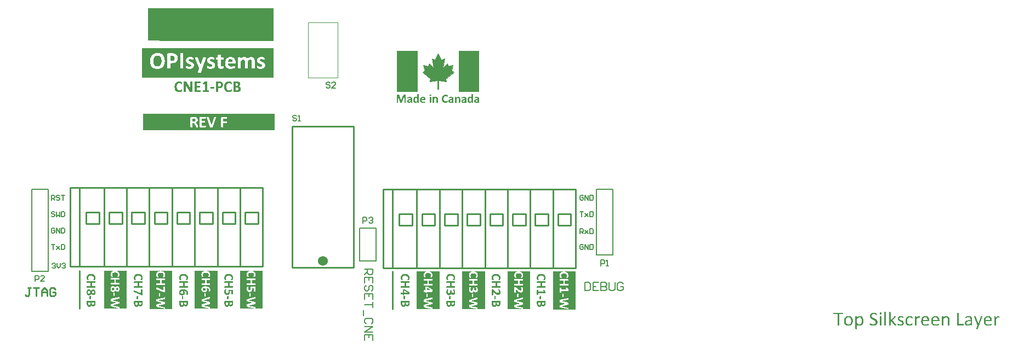
<source format=gto>
%FSLAX23Y23*%
%MOIN*%
G70*
G01*
G75*
%ADD10C,0.008*%
%ADD11C,0.010*%
%ADD12C,0.009*%
%ADD13C,0.020*%
%ADD14C,0.015*%
%ADD15C,0.030*%
%ADD16C,0.025*%
%ADD17C,0.080*%
%ADD18R,0.080X0.080*%
%ADD19C,0.260*%
%ADD20C,0.270*%
%ADD21R,0.060X0.060*%
%ADD22C,0.060*%
%ADD23C,0.059*%
%ADD24R,0.059X0.059*%
%ADD25C,0.260*%
%ADD26C,0.197*%
%ADD27C,0.315*%
%ADD28C,0.028*%
%ADD29C,0.050*%
%ADD30C,0.030*%
%ADD31C,0.040*%
%ADD32C,0.040*%
%ADD33C,0.100*%
G04:AMPARAMS|DCode=34|XSize=98mil|YSize=98mil|CornerRadius=0mil|HoleSize=0mil|Usage=FLASHONLY|Rotation=0.000|XOffset=0mil|YOffset=0mil|HoleType=Round|Shape=Relief|Width=20mil|Gap=10mil|Entries=4|*
%AMTHD34*
7,0,0,0.098,0.078,0.020,45*
%
%ADD34THD34*%
%ADD35C,0.078*%
G04:AMPARAMS|DCode=36|XSize=210mil|YSize=210mil|CornerRadius=0mil|HoleSize=0mil|Usage=FLASHONLY|Rotation=0.000|XOffset=0mil|YOffset=0mil|HoleType=Round|Shape=Relief|Width=20mil|Gap=10mil|Entries=4|*
%AMTHD36*
7,0,0,0.210,0.190,0.020,45*
%
%ADD36THD36*%
%ADD37C,0.075*%
G04:AMPARAMS|DCode=38|XSize=95mil|YSize=95mil|CornerRadius=0mil|HoleSize=0mil|Usage=FLASHONLY|Rotation=0.000|XOffset=0mil|YOffset=0mil|HoleType=Round|Shape=Relief|Width=20mil|Gap=10mil|Entries=4|*
%AMTHD38*
7,0,0,0.095,0.075,0.020,45*
%
%ADD38THD38*%
%ADD39C,0.075*%
G04:AMPARAMS|DCode=40|XSize=95.433mil|YSize=95.433mil|CornerRadius=0mil|HoleSize=0mil|Usage=FLASHONLY|Rotation=0.000|XOffset=0mil|YOffset=0mil|HoleType=Round|Shape=Relief|Width=20mil|Gap=10mil|Entries=4|*
%AMTHD40*
7,0,0,0.095,0.075,0.020,45*
%
%ADD40THD40*%
%ADD41C,0.070*%
G04:AMPARAMS|DCode=42|XSize=90mil|YSize=90mil|CornerRadius=0mil|HoleSize=0mil|Usage=FLASHONLY|Rotation=0.000|XOffset=0mil|YOffset=0mil|HoleType=Round|Shape=Relief|Width=20mil|Gap=10mil|Entries=4|*
%AMTHD42*
7,0,0,0.090,0.070,0.020,45*
%
%ADD42THD42*%
%ADD43C,0.300*%
%ADD44C,0.237*%
%ADD45C,0.355*%
%ADD46C,0.051*%
%ADD47C,0.068*%
%ADD48C,0.052*%
%ADD49C,0.007*%
%ADD50C,0.190*%
%ADD51R,0.014X0.067*%
%ADD52R,0.035X0.014*%
%ADD53R,0.020X0.049*%
%ADD54R,0.040X0.050*%
%ADD55R,0.040X0.040*%
%ADD56R,0.039X0.094*%
%ADD57R,0.130X0.094*%
%ADD58O,0.087X0.024*%
%ADD59O,0.073X0.024*%
%ADD60R,0.024X0.016*%
%ADD61R,0.055X0.138*%
%ADD62R,0.059X0.057*%
%ADD63R,0.043X0.045*%
%ADD64R,0.035X0.055*%
%ADD65R,0.087X0.055*%
%ADD66R,0.118X0.098*%
%ADD67O,0.012X0.069*%
%ADD68O,0.069X0.012*%
%ADD69R,0.075X0.043*%
%ADD70R,0.033X0.021*%
%ADD71R,0.033X0.010*%
%ADD72R,0.045X0.043*%
%ADD73R,0.055X0.035*%
%ADD74R,0.055X0.087*%
%ADD75R,0.014X0.035*%
%ADD76R,0.057X0.059*%
%ADD77R,0.050X0.040*%
%ADD78R,0.040X0.040*%
%ADD79R,0.021X0.033*%
%ADD80R,0.010X0.033*%
%ADD81C,0.012*%
%ADD82C,0.004*%
%ADD83C,0.008*%
%ADD84C,0.001*%
%ADD85C,0.006*%
G36*
X-300Y1114D02*
X-1100D01*
Y1294D01*
X-300D01*
Y1114D01*
D02*
G37*
G36*
X-846Y-175D02*
X-845D01*
X-842Y-175D01*
X-842D01*
X-842Y-175D01*
X-841D01*
X-840Y-176D01*
X-839Y-176D01*
X-838Y-176D01*
X-836Y-176D01*
X-836D01*
X-835Y-177D01*
X-835Y-177D01*
X-834Y-177D01*
X-833Y-177D01*
X-832Y-178D01*
X-830Y-179D01*
X-830Y-179D01*
X-829Y-179D01*
X-829Y-180D01*
X-828Y-180D01*
X-827Y-181D01*
X-826Y-181D01*
X-826Y-182D01*
X-825Y-183D01*
X-825Y-183D01*
X-824Y-183D01*
X-824Y-184D01*
X-823Y-185D01*
X-823Y-185D01*
X-822Y-186D01*
X-822Y-188D01*
X-821Y-189D01*
X-821Y-189D01*
X-821Y-190D01*
X-821Y-190D01*
X-821Y-191D01*
X-820Y-192D01*
X-820Y-194D01*
X-820Y-195D01*
X-820Y-197D01*
Y-197D01*
Y-197D01*
Y-198D01*
Y-198D01*
X-820Y-199D01*
X-820Y-200D01*
Y-200D01*
Y-200D01*
X-820Y-201D01*
Y-201D01*
X-820Y-202D01*
X-821Y-203D01*
Y-203D01*
Y-203D01*
X-821Y-204D01*
X-821Y-205D01*
X-821Y-205D01*
X-821Y-206D01*
X-821Y-206D01*
X-822Y-206D01*
X-822Y-207D01*
Y-207D01*
X-822Y-207D01*
X-822Y-207D01*
X-823Y-207D01*
X-823Y-207D01*
X-823D01*
X-823Y-207D01*
X-824Y-207D01*
X-824D01*
X-824Y-207D01*
X-827D01*
X-827Y-207D01*
X-828D01*
X-828Y-207D01*
X-828Y-207D01*
X-829Y-207D01*
X-829D01*
X-829Y-207D01*
X-829Y-207D01*
X-829Y-207D01*
Y-207D01*
X-830Y-207D01*
X-830Y-206D01*
Y-206D01*
Y-206D01*
X-830Y-205D01*
X-829Y-205D01*
X-829Y-205D01*
X-829Y-204D01*
X-829Y-204D01*
X-829Y-203D01*
Y-203D01*
X-829Y-203D01*
X-829Y-202D01*
X-828Y-201D01*
X-828Y-200D01*
Y-200D01*
X-828Y-200D01*
Y-200D01*
X-828Y-199D01*
X-828Y-198D01*
Y-197D01*
Y-197D01*
Y-196D01*
X-828Y-196D01*
X-828Y-195D01*
X-828Y-194D01*
X-828Y-193D01*
X-829Y-192D01*
X-829Y-192D01*
X-829Y-191D01*
X-829Y-191D01*
X-830Y-191D01*
X-830Y-190D01*
X-830Y-190D01*
X-831Y-189D01*
X-832Y-189D01*
X-832Y-188D01*
X-833Y-188D01*
X-833Y-188D01*
X-833Y-187D01*
X-834Y-187D01*
X-835Y-187D01*
X-835Y-186D01*
X-836Y-186D01*
X-837Y-186D01*
X-837D01*
X-838Y-186D01*
X-838Y-186D01*
X-839Y-186D01*
X-840Y-185D01*
X-841Y-185D01*
X-843Y-185D01*
X-843Y-185D01*
X-843Y-186D01*
X-842Y-186D01*
X-842Y-187D01*
Y-187D01*
X-842Y-187D01*
X-842Y-188D01*
X-841Y-189D01*
X-841Y-190D01*
Y-190D01*
X-841Y-190D01*
X-841Y-190D01*
X-841Y-191D01*
X-840Y-191D01*
X-840Y-193D01*
Y-193D01*
X-840Y-193D01*
Y-193D01*
X-840Y-194D01*
X-840Y-195D01*
Y-196D01*
Y-196D01*
Y-197D01*
X-840Y-197D01*
Y-198D01*
X-840Y-199D01*
X-840Y-200D01*
X-841Y-201D01*
X-841Y-203D01*
X-841Y-203D01*
X-841Y-203D01*
X-842Y-204D01*
X-842Y-204D01*
X-842Y-205D01*
X-843Y-206D01*
X-843Y-206D01*
X-844Y-207D01*
X-844Y-207D01*
X-845Y-207D01*
X-845Y-208D01*
X-846Y-208D01*
X-846Y-209D01*
X-847Y-209D01*
X-848Y-209D01*
X-849Y-210D01*
X-849D01*
X-850Y-210D01*
X-850Y-210D01*
X-851Y-210D01*
X-852Y-210D01*
X-853Y-211D01*
X-854Y-211D01*
X-856D01*
X-857Y-211D01*
X-858Y-211D01*
X-859Y-210D01*
X-860Y-210D01*
X-861Y-210D01*
X-863Y-209D01*
X-863Y-209D01*
X-863Y-209D01*
X-864Y-209D01*
X-864Y-209D01*
X-865Y-208D01*
X-866Y-208D01*
X-867Y-207D01*
X-868Y-206D01*
X-868Y-206D01*
X-869Y-206D01*
X-869Y-205D01*
X-870Y-204D01*
X-870Y-204D01*
X-871Y-203D01*
X-872Y-201D01*
X-872Y-200D01*
X-872Y-200D01*
X-872Y-200D01*
X-873Y-199D01*
X-873Y-198D01*
X-873Y-197D01*
X-873Y-196D01*
X-873Y-194D01*
X-873Y-192D01*
Y-192D01*
Y-192D01*
X-873Y-191D01*
Y-190D01*
X-873Y-189D01*
X-873Y-188D01*
X-873Y-186D01*
Y-186D01*
X-872Y-186D01*
X-872Y-185D01*
X-872Y-185D01*
X-872Y-184D01*
X-871Y-183D01*
X-870Y-181D01*
X-870Y-181D01*
X-870Y-181D01*
X-870Y-181D01*
X-869Y-180D01*
X-869Y-180D01*
X-868Y-179D01*
X-867Y-178D01*
X-867Y-178D01*
X-866Y-178D01*
X-866Y-178D01*
X-865Y-178D01*
X-864Y-177D01*
X-864Y-177D01*
X-862Y-176D01*
X-862D01*
X-861Y-176D01*
X-861Y-176D01*
X-860Y-176D01*
X-859Y-176D01*
X-858Y-176D01*
X-857Y-175D01*
X-856Y-175D01*
X-855D01*
X-854Y-175D01*
X-854D01*
X-853Y-175D01*
X-851D01*
X-850Y-175D01*
X-847D01*
X-846Y-175D01*
D02*
G37*
G36*
X-567Y1093D02*
X-566Y1093D01*
X-566D01*
X-565Y1093D01*
X-565Y1092D01*
X-564Y1092D01*
X-563Y1092D01*
X-561Y1091D01*
X-561D01*
X-561Y1091D01*
X-560Y1091D01*
X-560Y1091D01*
X-559Y1090D01*
X-557Y1090D01*
X-557D01*
X-557Y1090D01*
X-556Y1089D01*
X-556Y1089D01*
X-555Y1088D01*
X-555Y1088D01*
X-555Y1088D01*
X-554Y1087D01*
X-554Y1087D01*
X-554Y1087D01*
X-554Y1087D01*
X-554Y1086D01*
X-554Y1086D01*
Y1086D01*
X-554Y1086D01*
Y1085D01*
X-553Y1084D01*
Y1084D01*
X-553Y1084D01*
Y1083D01*
Y1082D01*
Y1082D01*
Y1082D01*
Y1081D01*
Y1080D01*
X-553Y1080D01*
Y1079D01*
X-554Y1079D01*
X-554Y1078D01*
X-554Y1078D01*
Y1078D01*
X-554Y1078D01*
X-554Y1077D01*
X-555Y1077D01*
X-555Y1077D01*
X-555D01*
X-556Y1077D01*
X-556Y1077D01*
X-557Y1078D01*
X-557Y1078D01*
X-558Y1078D01*
X-559Y1079D01*
X-560Y1079D01*
X-560D01*
X-560Y1080D01*
X-561Y1080D01*
X-561Y1080D01*
X-562Y1080D01*
X-562Y1081D01*
X-564Y1081D01*
X-564D01*
X-565Y1081D01*
X-565Y1082D01*
X-566Y1082D01*
X-567Y1082D01*
X-568Y1082D01*
X-569Y1082D01*
X-571D01*
X-571Y1082D01*
X-572Y1082D01*
X-573Y1082D01*
X-574Y1082D01*
X-576Y1081D01*
X-577Y1081D01*
X-577Y1081D01*
X-577Y1080D01*
X-578Y1080D01*
X-579Y1080D01*
X-579Y1079D01*
X-580Y1078D01*
X-581Y1077D01*
X-582Y1076D01*
X-582Y1076D01*
X-582Y1076D01*
X-582Y1075D01*
X-583Y1074D01*
X-583Y1073D01*
X-584Y1072D01*
X-585Y1071D01*
X-585Y1069D01*
Y1069D01*
X-585Y1069D01*
X-585Y1068D01*
X-585Y1067D01*
X-586Y1065D01*
X-586Y1064D01*
X-586Y1062D01*
Y1060D01*
Y1060D01*
Y1060D01*
Y1059D01*
X-586Y1058D01*
Y1057D01*
X-586Y1056D01*
X-586Y1054D01*
X-585Y1052D01*
X-585Y1051D01*
Y1050D01*
X-585Y1050D01*
X-584Y1049D01*
X-584Y1048D01*
X-584Y1047D01*
X-583Y1046D01*
X-582Y1045D01*
X-582Y1044D01*
X-582Y1044D01*
X-581Y1043D01*
X-581Y1043D01*
X-580Y1042D01*
X-579Y1042D01*
X-579Y1041D01*
X-578Y1041D01*
X-576Y1040D01*
X-576D01*
X-576Y1040D01*
X-575Y1040D01*
X-574Y1039D01*
X-573Y1039D01*
X-572Y1039D01*
X-571Y1039D01*
X-570Y1039D01*
X-568D01*
X-568Y1039D01*
X-567Y1039D01*
X-566Y1039D01*
X-564Y1040D01*
X-564D01*
X-563Y1040D01*
X-563Y1040D01*
X-562Y1040D01*
X-561Y1041D01*
X-560Y1041D01*
X-559D01*
X-559Y1042D01*
X-559Y1042D01*
X-558Y1043D01*
X-557Y1043D01*
X-556Y1043D01*
X-556Y1044D01*
X-555Y1044D01*
X-555Y1044D01*
X-555D01*
X-554Y1044D01*
X-554D01*
X-554Y1043D01*
X-554Y1043D01*
X-554Y1043D01*
Y1043D01*
X-553Y1042D01*
X-553Y1042D01*
X-553Y1041D01*
Y1041D01*
X-553Y1041D01*
Y1040D01*
Y1038D01*
Y1038D01*
Y1038D01*
Y1037D01*
X-553Y1036D01*
Y1036D01*
X-553Y1036D01*
Y1035D01*
X-553Y1035D01*
Y1035D01*
X-554Y1035D01*
X-554Y1034D01*
Y1034D01*
X-554Y1034D01*
X-554Y1033D01*
X-555Y1033D01*
X-555Y1033D01*
X-555Y1033D01*
X-556Y1032D01*
X-557Y1031D01*
X-557D01*
X-557Y1031D01*
X-557Y1031D01*
X-558Y1031D01*
X-559Y1030D01*
X-560Y1030D01*
X-561D01*
X-561Y1030D01*
X-561Y1030D01*
X-562Y1029D01*
X-563Y1029D01*
X-564Y1029D01*
X-566Y1029D01*
X-566D01*
X-566Y1028D01*
X-567Y1028D01*
X-567D01*
X-568Y1028D01*
X-569Y1028D01*
X-572Y1028D01*
X-573D01*
X-574Y1028D01*
X-576Y1028D01*
X-577Y1028D01*
X-579Y1029D01*
X-581Y1029D01*
X-583Y1030D01*
X-584Y1030D01*
X-584Y1030D01*
X-585Y1031D01*
X-587Y1031D01*
X-588Y1032D01*
X-589Y1033D01*
X-591Y1035D01*
X-592Y1036D01*
X-593Y1036D01*
X-593Y1037D01*
X-594Y1037D01*
X-594Y1039D01*
X-595Y1040D01*
X-596Y1042D01*
X-597Y1044D01*
X-598Y1046D01*
Y1046D01*
X-598Y1046D01*
X-598Y1046D01*
X-598Y1047D01*
X-598Y1047D01*
X-599Y1048D01*
X-599Y1050D01*
X-599Y1052D01*
X-600Y1054D01*
X-600Y1057D01*
X-600Y1060D01*
Y1060D01*
Y1060D01*
Y1060D01*
Y1061D01*
X-600Y1062D01*
Y1063D01*
X-600Y1064D01*
X-599Y1067D01*
X-599Y1069D01*
X-598Y1072D01*
X-598Y1074D01*
Y1074D01*
X-598Y1074D01*
X-597Y1074D01*
X-597Y1075D01*
X-597Y1076D01*
X-596Y1078D01*
X-595Y1079D01*
X-594Y1081D01*
X-593Y1083D01*
X-592Y1084D01*
X-592Y1085D01*
X-591Y1085D01*
X-590Y1086D01*
X-589Y1087D01*
X-588Y1088D01*
X-586Y1089D01*
X-585Y1090D01*
X-583Y1091D01*
X-582D01*
X-582Y1091D01*
X-582Y1091D01*
X-582Y1091D01*
X-581Y1092D01*
X-579Y1092D01*
X-577Y1092D01*
X-575Y1093D01*
X-573Y1093D01*
X-571Y1093D01*
X-569D01*
X-567Y1093D01*
D02*
G37*
G36*
X-869D02*
X-868Y1093D01*
X-867D01*
X-867Y1093D01*
X-867Y1092D01*
X-866Y1092D01*
X-865Y1092D01*
X-863Y1091D01*
X-863D01*
X-863Y1091D01*
X-862Y1091D01*
X-862Y1091D01*
X-861Y1090D01*
X-859Y1090D01*
X-859D01*
X-859Y1090D01*
X-858Y1089D01*
X-857Y1089D01*
X-857Y1088D01*
X-857Y1088D01*
X-857Y1088D01*
X-856Y1087D01*
X-856Y1087D01*
X-856Y1087D01*
X-856Y1087D01*
X-856Y1086D01*
X-856Y1086D01*
Y1086D01*
X-855Y1086D01*
Y1085D01*
X-855Y1084D01*
Y1084D01*
X-855Y1084D01*
Y1083D01*
Y1082D01*
Y1082D01*
Y1082D01*
Y1081D01*
Y1080D01*
X-855Y1080D01*
Y1079D01*
X-855Y1079D01*
X-856Y1078D01*
X-856Y1078D01*
Y1078D01*
X-856Y1078D01*
X-856Y1077D01*
X-857Y1077D01*
X-857Y1077D01*
X-857D01*
X-858Y1077D01*
X-858Y1077D01*
X-859Y1078D01*
X-859Y1078D01*
X-860Y1078D01*
X-861Y1079D01*
X-862Y1079D01*
X-862D01*
X-862Y1080D01*
X-863Y1080D01*
X-863Y1080D01*
X-864Y1080D01*
X-864Y1081D01*
X-866Y1081D01*
X-866D01*
X-867Y1081D01*
X-867Y1082D01*
X-868Y1082D01*
X-869Y1082D01*
X-870Y1082D01*
X-871Y1082D01*
X-873D01*
X-873Y1082D01*
X-874Y1082D01*
X-875Y1082D01*
X-876Y1082D01*
X-878Y1081D01*
X-879Y1081D01*
X-879Y1081D01*
X-879Y1080D01*
X-880Y1080D01*
X-880Y1080D01*
X-881Y1079D01*
X-882Y1078D01*
X-883Y1077D01*
X-884Y1076D01*
X-884Y1076D01*
X-884Y1076D01*
X-884Y1075D01*
X-885Y1074D01*
X-885Y1073D01*
X-886Y1072D01*
X-886Y1071D01*
X-887Y1069D01*
Y1069D01*
X-887Y1069D01*
X-887Y1068D01*
X-887Y1067D01*
X-888Y1065D01*
X-888Y1064D01*
X-888Y1062D01*
Y1060D01*
Y1060D01*
Y1060D01*
Y1059D01*
X-888Y1058D01*
Y1057D01*
X-888Y1056D01*
X-887Y1054D01*
X-887Y1052D01*
X-887Y1051D01*
Y1050D01*
X-887Y1050D01*
X-886Y1049D01*
X-886Y1048D01*
X-885Y1047D01*
X-885Y1046D01*
X-884Y1045D01*
X-884Y1044D01*
X-883Y1044D01*
X-883Y1043D01*
X-883Y1043D01*
X-882Y1042D01*
X-881Y1042D01*
X-881Y1041D01*
X-880Y1041D01*
X-878Y1040D01*
X-878D01*
X-878Y1040D01*
X-877Y1040D01*
X-876Y1039D01*
X-875Y1039D01*
X-874Y1039D01*
X-873Y1039D01*
X-872Y1039D01*
X-870D01*
X-870Y1039D01*
X-869Y1039D01*
X-868Y1039D01*
X-866Y1040D01*
X-866D01*
X-865Y1040D01*
X-865Y1040D01*
X-864Y1040D01*
X-863Y1041D01*
X-861Y1041D01*
X-861D01*
X-861Y1042D01*
X-860Y1042D01*
X-859Y1043D01*
X-859Y1043D01*
X-858Y1043D01*
X-858Y1044D01*
X-857Y1044D01*
X-857Y1044D01*
X-856D01*
X-856Y1044D01*
X-856D01*
X-856Y1043D01*
X-856Y1043D01*
X-855Y1043D01*
Y1043D01*
X-855Y1042D01*
X-855Y1042D01*
X-855Y1041D01*
Y1041D01*
X-855Y1041D01*
Y1040D01*
Y1038D01*
Y1038D01*
Y1038D01*
Y1037D01*
X-855Y1036D01*
Y1036D01*
X-855Y1036D01*
Y1035D01*
X-855Y1035D01*
Y1035D01*
X-855Y1035D01*
X-856Y1034D01*
Y1034D01*
X-856Y1034D01*
X-856Y1033D01*
X-857Y1033D01*
X-857Y1033D01*
X-857Y1033D01*
X-858Y1032D01*
X-859Y1031D01*
X-859D01*
X-859Y1031D01*
X-859Y1031D01*
X-860Y1031D01*
X-861Y1030D01*
X-862Y1030D01*
X-862D01*
X-863Y1030D01*
X-863Y1030D01*
X-864Y1029D01*
X-865Y1029D01*
X-865Y1029D01*
X-867Y1029D01*
X-868D01*
X-868Y1028D01*
X-868Y1028D01*
X-869D01*
X-870Y1028D01*
X-871Y1028D01*
X-874Y1028D01*
X-875D01*
X-876Y1028D01*
X-877Y1028D01*
X-879Y1028D01*
X-881Y1029D01*
X-883Y1029D01*
X-885Y1030D01*
X-886Y1030D01*
X-886Y1030D01*
X-887Y1031D01*
X-888Y1031D01*
X-890Y1032D01*
X-891Y1033D01*
X-893Y1035D01*
X-894Y1036D01*
X-894Y1036D01*
X-895Y1037D01*
X-896Y1037D01*
X-896Y1039D01*
X-897Y1040D01*
X-898Y1042D01*
X-899Y1044D01*
X-900Y1046D01*
Y1046D01*
X-900Y1046D01*
X-900Y1046D01*
X-900Y1047D01*
X-900Y1047D01*
X-900Y1048D01*
X-901Y1050D01*
X-901Y1052D01*
X-901Y1054D01*
X-902Y1057D01*
X-902Y1060D01*
Y1060D01*
Y1060D01*
Y1060D01*
Y1061D01*
X-902Y1062D01*
Y1063D01*
X-902Y1064D01*
X-901Y1067D01*
X-901Y1069D01*
X-900Y1072D01*
X-900Y1074D01*
Y1074D01*
X-899Y1074D01*
X-899Y1074D01*
X-899Y1075D01*
X-899Y1076D01*
X-898Y1078D01*
X-897Y1079D01*
X-896Y1081D01*
X-895Y1083D01*
X-894Y1084D01*
X-893Y1085D01*
X-893Y1085D01*
X-892Y1086D01*
X-891Y1087D01*
X-890Y1088D01*
X-888Y1089D01*
X-886Y1090D01*
X-884Y1091D01*
X-884D01*
X-884Y1091D01*
X-884Y1091D01*
X-884Y1091D01*
X-882Y1092D01*
X-881Y1092D01*
X-879Y1092D01*
X-877Y1093D01*
X-875Y1093D01*
X-873Y1093D01*
X-871D01*
X-869Y1093D01*
D02*
G37*
G36*
X-1193Y-291D02*
X-1331D01*
Y-60D01*
X-1193D01*
Y-291D01*
D02*
G37*
G36*
X-822Y-126D02*
X-821Y-126D01*
X-821Y-126D01*
X-821Y-126D01*
X-821Y-127D01*
Y-127D01*
X-821Y-127D01*
X-821Y-128D01*
X-821Y-128D01*
Y-129D01*
Y-129D01*
X-821Y-129D01*
X-821Y-130D01*
Y-131D01*
Y-131D01*
Y-131D01*
Y-132D01*
Y-132D01*
X-821Y-133D01*
X-821Y-134D01*
Y-134D01*
Y-134D01*
X-821Y-134D01*
X-821Y-135D01*
X-821Y-135D01*
Y-135D01*
X-821Y-135D01*
X-821Y-136D01*
X-822Y-136D01*
X-822Y-136D01*
X-822Y-136D01*
X-822Y-136D01*
X-841D01*
Y-156D01*
X-822D01*
X-822Y-156D01*
X-821Y-156D01*
X-821Y-156D01*
X-821Y-156D01*
X-821Y-157D01*
Y-157D01*
X-821Y-157D01*
X-821Y-158D01*
X-821Y-158D01*
Y-158D01*
Y-158D01*
X-821Y-159D01*
X-821Y-160D01*
Y-161D01*
Y-161D01*
Y-161D01*
Y-161D01*
Y-162D01*
X-821Y-163D01*
X-821Y-163D01*
Y-163D01*
Y-164D01*
X-821Y-164D01*
X-821Y-164D01*
X-821Y-165D01*
Y-165D01*
X-821Y-165D01*
X-821Y-166D01*
X-822Y-166D01*
X-822Y-166D01*
X-822Y-166D01*
X-822Y-166D01*
X-871D01*
X-872Y-166D01*
X-872Y-166D01*
Y-166D01*
X-872Y-166D01*
X-872Y-165D01*
X-872Y-165D01*
Y-165D01*
X-873Y-165D01*
Y-164D01*
X-873Y-163D01*
Y-163D01*
X-873Y-163D01*
X-873Y-162D01*
Y-161D01*
Y-161D01*
Y-161D01*
Y-160D01*
Y-160D01*
X-873Y-159D01*
X-873Y-158D01*
Y-158D01*
X-873Y-158D01*
Y-157D01*
X-872Y-157D01*
Y-156D01*
X-872Y-156D01*
X-872Y-156D01*
X-872Y-156D01*
X-872D01*
X-872Y-156D01*
X-871Y-156D01*
X-850D01*
Y-136D01*
X-871D01*
X-872Y-136D01*
X-872Y-136D01*
Y-136D01*
X-872Y-136D01*
X-872Y-136D01*
X-872Y-135D01*
Y-135D01*
X-873Y-135D01*
Y-134D01*
X-873Y-134D01*
Y-133D01*
X-873Y-133D01*
X-873Y-132D01*
Y-131D01*
Y-131D01*
Y-131D01*
Y-131D01*
Y-130D01*
X-873Y-129D01*
X-873Y-128D01*
Y-128D01*
X-873Y-128D01*
Y-127D01*
X-872Y-127D01*
Y-127D01*
X-872Y-127D01*
X-872Y-126D01*
X-872Y-126D01*
X-872D01*
X-872Y-126D01*
X-871Y-126D01*
X-822D01*
X-822Y-126D01*
D02*
G37*
G36*
X-1386Y-244D02*
X-1386D01*
X-1385Y-244D01*
X-1384Y-245D01*
X-1384Y-245D01*
X-1384Y-245D01*
X-1384Y-245D01*
X-1383Y-246D01*
X-1383Y-247D01*
Y-260D01*
Y-260D01*
Y-260D01*
Y-261D01*
Y-261D01*
Y-262D01*
X-1383Y-263D01*
X-1383Y-264D01*
X-1384Y-265D01*
X-1384Y-267D01*
X-1384Y-268D01*
Y-268D01*
X-1384Y-269D01*
X-1384Y-269D01*
X-1385Y-270D01*
X-1385Y-271D01*
X-1386Y-272D01*
X-1386Y-273D01*
X-1387Y-274D01*
X-1387Y-274D01*
X-1387Y-274D01*
X-1387Y-275D01*
X-1388Y-275D01*
X-1388Y-276D01*
X-1389Y-276D01*
X-1390Y-277D01*
X-1391Y-277D01*
X-1391Y-277D01*
X-1391Y-277D01*
X-1392Y-278D01*
X-1392Y-278D01*
X-1393Y-278D01*
X-1394Y-278D01*
X-1395Y-278D01*
X-1396Y-278D01*
X-1397D01*
X-1398Y-278D01*
X-1399Y-278D01*
X-1400Y-278D01*
X-1400D01*
X-1400Y-278D01*
X-1401Y-278D01*
X-1401Y-277D01*
X-1402Y-277D01*
X-1403Y-276D01*
X-1403D01*
X-1403Y-276D01*
X-1404Y-276D01*
X-1405Y-275D01*
X-1405Y-274D01*
Y-274D01*
X-1406Y-274D01*
X-1406Y-274D01*
X-1406Y-273D01*
X-1407Y-272D01*
X-1407Y-271D01*
Y-271D01*
X-1407Y-272D01*
X-1407Y-272D01*
X-1407Y-272D01*
X-1408Y-274D01*
X-1409Y-275D01*
Y-275D01*
X-1409Y-275D01*
X-1409Y-276D01*
X-1409Y-276D01*
X-1410Y-277D01*
X-1411Y-278D01*
X-1411Y-279D01*
X-1411Y-279D01*
X-1412Y-279D01*
X-1412Y-279D01*
X-1413Y-280D01*
X-1413Y-280D01*
X-1415Y-281D01*
X-1415D01*
X-1415Y-281D01*
X-1416Y-281D01*
X-1416Y-281D01*
X-1417Y-281D01*
X-1418Y-281D01*
X-1420Y-281D01*
X-1421D01*
X-1421Y-281D01*
X-1422Y-281D01*
X-1423Y-281D01*
X-1425Y-281D01*
X-1425D01*
X-1425Y-281D01*
X-1425Y-280D01*
X-1426Y-280D01*
X-1427Y-279D01*
X-1429Y-279D01*
X-1429Y-278D01*
X-1429Y-278D01*
X-1429Y-278D01*
X-1430Y-278D01*
X-1430Y-277D01*
X-1431Y-275D01*
X-1432Y-275D01*
X-1432Y-275D01*
X-1432Y-275D01*
X-1432Y-274D01*
X-1433Y-274D01*
X-1433Y-273D01*
X-1434Y-271D01*
Y-271D01*
X-1434Y-271D01*
X-1434Y-270D01*
X-1434Y-270D01*
X-1434Y-269D01*
X-1434Y-268D01*
X-1435Y-266D01*
Y-266D01*
X-1435Y-266D01*
Y-266D01*
X-1435Y-265D01*
X-1435Y-264D01*
Y-263D01*
X-1435Y-262D01*
Y-261D01*
Y-247D01*
Y-247D01*
Y-247D01*
X-1435Y-246D01*
X-1435Y-246D01*
X-1434Y-245D01*
X-1434Y-245D01*
X-1434Y-244D01*
X-1433Y-244D01*
X-1432Y-244D01*
X-1386D01*
X-1386Y-244D01*
D02*
G37*
G36*
X-571Y-80D02*
X-570D01*
X-568Y-80D01*
X-567Y-80D01*
X-565Y-81D01*
X-563Y-81D01*
X-561Y-82D01*
X-561D01*
X-561Y-82D01*
X-560Y-82D01*
X-560Y-82D01*
X-559Y-82D01*
X-558Y-83D01*
X-556Y-84D01*
X-555Y-85D01*
X-554Y-86D01*
X-552Y-87D01*
X-552Y-87D01*
X-552Y-87D01*
X-551Y-88D01*
X-550Y-89D01*
X-549Y-90D01*
X-548Y-91D01*
X-548Y-93D01*
X-547Y-94D01*
Y-94D01*
X-547Y-94D01*
X-547Y-95D01*
X-547Y-95D01*
X-546Y-96D01*
X-546Y-97D01*
X-546Y-98D01*
X-545Y-100D01*
X-545Y-102D01*
X-545Y-104D01*
Y-104D01*
Y-104D01*
Y-105D01*
Y-105D01*
X-545Y-107D01*
X-545Y-108D01*
Y-108D01*
X-545Y-108D01*
X-546Y-109D01*
X-546Y-109D01*
X-546Y-110D01*
X-546Y-112D01*
Y-112D01*
X-546Y-112D01*
X-547Y-112D01*
X-547Y-113D01*
X-547Y-114D01*
X-548Y-115D01*
Y-115D01*
X-548Y-115D01*
X-548Y-116D01*
X-549Y-116D01*
X-549Y-117D01*
X-549Y-117D01*
X-549Y-117D01*
X-550Y-117D01*
X-550Y-117D01*
X-550Y-118D01*
X-550Y-118D01*
X-550Y-118D01*
X-551Y-118D01*
X-551D01*
X-551Y-118D01*
X-552D01*
X-552Y-118D01*
X-552D01*
X-553Y-118D01*
X-555D01*
X-556Y-118D01*
X-556D01*
X-557Y-118D01*
X-557Y-118D01*
X-557Y-118D01*
X-558D01*
X-558Y-118D01*
X-558Y-117D01*
X-558Y-117D01*
X-558Y-117D01*
Y-117D01*
X-558Y-116D01*
X-558Y-116D01*
X-558Y-115D01*
X-558Y-115D01*
X-557Y-114D01*
X-557Y-114D01*
X-556Y-113D01*
Y-113D01*
X-556Y-112D01*
X-556Y-112D01*
X-556Y-112D01*
X-555Y-111D01*
X-555Y-111D01*
X-555Y-109D01*
Y-109D01*
X-555Y-109D01*
X-554Y-108D01*
X-554Y-108D01*
X-554Y-107D01*
X-554Y-106D01*
X-554Y-105D01*
Y-104D01*
Y-104D01*
Y-104D01*
X-554Y-103D01*
X-554Y-103D01*
X-554Y-102D01*
X-554Y-101D01*
X-555Y-100D01*
X-555Y-99D01*
X-555Y-99D01*
X-555Y-98D01*
X-556Y-98D01*
X-556Y-97D01*
X-557Y-97D01*
X-557Y-96D01*
X-558Y-95D01*
X-559Y-95D01*
X-559Y-95D01*
X-559Y-95D01*
X-560Y-94D01*
X-560Y-94D01*
X-561Y-93D01*
X-562Y-93D01*
X-563Y-93D01*
X-564Y-92D01*
X-565D01*
X-565Y-92D01*
X-566Y-92D01*
X-567Y-92D01*
X-568Y-92D01*
X-569Y-91D01*
X-570Y-91D01*
X-573D01*
X-573Y-91D01*
X-575D01*
X-576Y-92D01*
X-577Y-92D01*
X-578Y-92D01*
X-580Y-92D01*
X-580D01*
X-580Y-92D01*
X-581Y-93D01*
X-582Y-93D01*
X-583Y-93D01*
X-583Y-94D01*
X-584Y-94D01*
X-585Y-95D01*
X-585Y-95D01*
X-586Y-95D01*
X-586Y-96D01*
X-587Y-96D01*
X-587Y-97D01*
X-588Y-97D01*
X-588Y-98D01*
X-588Y-99D01*
Y-99D01*
X-589Y-100D01*
X-589Y-100D01*
X-589Y-101D01*
X-589Y-102D01*
X-589Y-103D01*
X-589Y-104D01*
X-589Y-105D01*
Y-105D01*
Y-105D01*
Y-106D01*
X-589Y-106D01*
X-589Y-107D01*
X-589Y-108D01*
X-589Y-110D01*
Y-110D01*
X-589Y-110D01*
X-589Y-110D01*
X-588Y-111D01*
X-588Y-112D01*
X-587Y-113D01*
Y-113D01*
X-587Y-113D01*
X-587Y-114D01*
X-586Y-115D01*
X-586Y-115D01*
X-586Y-116D01*
X-586Y-116D01*
X-585Y-116D01*
X-585Y-117D01*
Y-117D01*
Y-117D01*
X-586Y-117D01*
Y-118D01*
X-586Y-118D01*
X-586Y-118D01*
X-586Y-118D01*
X-586D01*
X-587Y-118D01*
X-587Y-118D01*
X-588Y-118D01*
X-588D01*
X-588Y-118D01*
X-591D01*
X-592Y-118D01*
X-592D01*
X-592Y-118D01*
X-592D01*
X-593Y-118D01*
X-593D01*
X-593Y-118D01*
X-594Y-118D01*
X-594D01*
X-594Y-117D01*
X-594Y-117D01*
X-594Y-117D01*
X-594Y-117D01*
X-595Y-117D01*
X-595Y-116D01*
X-596Y-115D01*
Y-115D01*
X-596Y-115D01*
X-596Y-115D01*
X-596Y-115D01*
X-596Y-114D01*
X-597Y-112D01*
Y-112D01*
X-597Y-112D01*
X-597Y-112D01*
X-597Y-111D01*
X-597Y-110D01*
X-598Y-110D01*
X-598Y-108D01*
Y-108D01*
X-598Y-108D01*
X-598Y-107D01*
Y-107D01*
X-598Y-106D01*
X-598Y-105D01*
X-598Y-103D01*
Y-103D01*
Y-103D01*
Y-102D01*
Y-102D01*
X-598Y-101D01*
X-598Y-100D01*
X-598Y-98D01*
X-598Y-97D01*
X-597Y-95D01*
X-597Y-93D01*
X-597Y-93D01*
X-597Y-93D01*
X-596Y-92D01*
X-596Y-91D01*
X-595Y-90D01*
X-594Y-89D01*
X-593Y-87D01*
X-592Y-86D01*
X-592Y-86D01*
X-591Y-86D01*
X-591Y-85D01*
X-590Y-84D01*
X-588Y-84D01*
X-587Y-83D01*
X-586Y-82D01*
X-584Y-82D01*
X-584D01*
X-584Y-81D01*
X-583Y-81D01*
X-583Y-81D01*
X-582Y-81D01*
X-582Y-81D01*
X-581Y-81D01*
X-579Y-80D01*
X-577Y-80D01*
X-575Y-80D01*
X-572Y-80D01*
X-571D01*
X-571Y-80D01*
D02*
G37*
G36*
X1076Y-244D02*
X1077D01*
X1078Y-244D01*
X1078Y-245D01*
X1078Y-245D01*
X1078Y-245D01*
X1079Y-245D01*
X1079Y-246D01*
X1079Y-247D01*
Y-260D01*
Y-260D01*
Y-260D01*
Y-261D01*
Y-261D01*
Y-262D01*
X1079Y-263D01*
X1079Y-264D01*
X1079Y-265D01*
X1079Y-267D01*
X1078Y-268D01*
Y-268D01*
X1078Y-269D01*
X1078Y-269D01*
X1078Y-270D01*
X1077Y-271D01*
X1077Y-272D01*
X1076Y-273D01*
X1076Y-274D01*
X1076Y-274D01*
X1076Y-274D01*
X1075Y-275D01*
X1075Y-275D01*
X1074Y-276D01*
X1073Y-276D01*
X1073Y-277D01*
X1072Y-277D01*
X1072Y-277D01*
X1071Y-277D01*
X1071Y-278D01*
X1070Y-278D01*
X1069Y-278D01*
X1068Y-278D01*
X1067Y-278D01*
X1066Y-278D01*
X1065D01*
X1065Y-278D01*
X1064Y-278D01*
X1062Y-278D01*
X1062D01*
X1062Y-278D01*
X1062Y-278D01*
X1061Y-277D01*
X1060Y-277D01*
X1059Y-276D01*
X1059D01*
X1059Y-276D01*
X1059Y-276D01*
X1058Y-275D01*
X1057Y-274D01*
Y-274D01*
X1057Y-274D01*
X1057Y-274D01*
X1057Y-273D01*
X1056Y-272D01*
X1055Y-271D01*
Y-271D01*
X1055Y-272D01*
X1055Y-272D01*
X1055Y-272D01*
X1055Y-274D01*
X1054Y-275D01*
Y-275D01*
X1054Y-275D01*
X1054Y-276D01*
X1053Y-276D01*
X1052Y-277D01*
X1051Y-278D01*
X1051Y-279D01*
X1051Y-279D01*
X1051Y-279D01*
X1050Y-279D01*
X1050Y-280D01*
X1049Y-280D01*
X1048Y-281D01*
X1048D01*
X1047Y-281D01*
X1047Y-281D01*
X1046Y-281D01*
X1046Y-281D01*
X1045Y-281D01*
X1043Y-281D01*
X1042D01*
X1041Y-281D01*
X1041Y-281D01*
X1040Y-281D01*
X1038Y-281D01*
X1038D01*
X1038Y-281D01*
X1037Y-280D01*
X1037Y-280D01*
X1035Y-279D01*
X1034Y-279D01*
X1034Y-278D01*
X1034Y-278D01*
X1033Y-278D01*
X1033Y-278D01*
X1032Y-277D01*
X1031Y-275D01*
X1031Y-275D01*
X1031Y-275D01*
X1031Y-275D01*
X1030Y-274D01*
X1030Y-274D01*
X1030Y-273D01*
X1029Y-271D01*
Y-271D01*
X1029Y-271D01*
X1029Y-270D01*
X1029Y-270D01*
X1028Y-269D01*
X1028Y-268D01*
X1028Y-266D01*
Y-266D01*
X1028Y-266D01*
Y-266D01*
X1028Y-265D01*
X1028Y-264D01*
Y-263D01*
X1027Y-262D01*
Y-261D01*
Y-247D01*
Y-247D01*
Y-247D01*
X1028Y-246D01*
X1028Y-246D01*
X1028Y-245D01*
X1028Y-245D01*
X1029Y-244D01*
X1030Y-244D01*
X1030Y-244D01*
X1076D01*
X1076Y-244D01*
D02*
G37*
G36*
X-916Y-293D02*
X-1054D01*
Y-62D01*
X-916D01*
Y-293D01*
D02*
G37*
G36*
X-846Y-80D02*
X-845D01*
X-843Y-80D01*
X-842Y-80D01*
X-840Y-81D01*
X-838Y-81D01*
X-836Y-82D01*
X-836D01*
X-836Y-82D01*
X-835Y-82D01*
X-835Y-82D01*
X-834Y-82D01*
X-833Y-83D01*
X-831Y-84D01*
X-830Y-85D01*
X-829Y-86D01*
X-827Y-87D01*
X-827Y-87D01*
X-827Y-87D01*
X-826Y-88D01*
X-825Y-89D01*
X-824Y-90D01*
X-823Y-91D01*
X-823Y-93D01*
X-822Y-94D01*
Y-94D01*
X-822Y-94D01*
X-822Y-95D01*
X-822Y-95D01*
X-821Y-96D01*
X-821Y-97D01*
X-821Y-98D01*
X-820Y-100D01*
X-820Y-102D01*
X-820Y-104D01*
Y-104D01*
Y-104D01*
Y-105D01*
Y-105D01*
X-820Y-107D01*
X-820Y-108D01*
Y-108D01*
X-820Y-108D01*
X-821Y-109D01*
X-821Y-109D01*
X-821Y-110D01*
X-821Y-112D01*
Y-112D01*
X-821Y-112D01*
X-822Y-112D01*
X-822Y-113D01*
X-822Y-114D01*
X-823Y-115D01*
Y-115D01*
X-823Y-115D01*
X-823Y-116D01*
X-824Y-116D01*
X-824Y-117D01*
X-824Y-117D01*
X-824Y-117D01*
X-825Y-117D01*
X-825Y-117D01*
X-825Y-118D01*
X-825Y-118D01*
X-825Y-118D01*
X-826Y-118D01*
X-826D01*
X-826Y-118D01*
X-827D01*
X-827Y-118D01*
X-827D01*
X-828Y-118D01*
X-830D01*
X-831Y-118D01*
X-831D01*
X-832Y-118D01*
X-832Y-118D01*
X-832Y-118D01*
X-833D01*
X-833Y-118D01*
X-833Y-117D01*
X-833Y-117D01*
X-833Y-117D01*
Y-117D01*
X-833Y-116D01*
X-833Y-116D01*
X-833Y-115D01*
X-833Y-115D01*
X-832Y-114D01*
X-832Y-114D01*
X-831Y-113D01*
Y-113D01*
X-831Y-112D01*
X-831Y-112D01*
X-831Y-112D01*
X-830Y-111D01*
X-830Y-111D01*
X-830Y-109D01*
Y-109D01*
X-830Y-109D01*
X-829Y-108D01*
X-829Y-108D01*
X-829Y-107D01*
X-829Y-106D01*
X-829Y-105D01*
Y-104D01*
Y-104D01*
Y-104D01*
X-829Y-103D01*
X-829Y-103D01*
X-829Y-102D01*
X-829Y-101D01*
X-830Y-100D01*
X-830Y-99D01*
X-830Y-99D01*
X-830Y-98D01*
X-831Y-98D01*
X-831Y-97D01*
X-832Y-97D01*
X-832Y-96D01*
X-833Y-95D01*
X-834Y-95D01*
X-834Y-95D01*
X-834Y-95D01*
X-835Y-94D01*
X-835Y-94D01*
X-836Y-93D01*
X-837Y-93D01*
X-838Y-93D01*
X-839Y-92D01*
X-840D01*
X-840Y-92D01*
X-841Y-92D01*
X-842Y-92D01*
X-843Y-92D01*
X-844Y-91D01*
X-845Y-91D01*
X-848D01*
X-848Y-91D01*
X-850D01*
X-851Y-92D01*
X-852Y-92D01*
X-853Y-92D01*
X-855Y-92D01*
X-855D01*
X-855Y-92D01*
X-856Y-93D01*
X-857Y-93D01*
X-858Y-93D01*
X-858Y-94D01*
X-859Y-94D01*
X-860Y-95D01*
X-860Y-95D01*
X-861Y-95D01*
X-861Y-96D01*
X-862Y-96D01*
X-862Y-97D01*
X-863Y-97D01*
X-863Y-98D01*
X-863Y-99D01*
Y-99D01*
X-864Y-100D01*
X-864Y-100D01*
X-864Y-101D01*
X-864Y-102D01*
X-864Y-103D01*
X-864Y-104D01*
X-864Y-105D01*
Y-105D01*
Y-105D01*
Y-106D01*
X-864Y-106D01*
X-864Y-107D01*
X-864Y-108D01*
X-864Y-110D01*
Y-110D01*
X-864Y-110D01*
X-864Y-110D01*
X-863Y-111D01*
X-863Y-112D01*
X-862Y-113D01*
Y-113D01*
X-862Y-113D01*
X-862Y-114D01*
X-861Y-115D01*
X-861Y-115D01*
X-861Y-116D01*
X-861Y-116D01*
X-860Y-116D01*
X-860Y-117D01*
Y-117D01*
Y-117D01*
X-861Y-117D01*
Y-118D01*
X-861Y-118D01*
X-861Y-118D01*
X-861Y-118D01*
X-861D01*
X-862Y-118D01*
X-862Y-118D01*
X-863Y-118D01*
X-863D01*
X-863Y-118D01*
X-866D01*
X-867Y-118D01*
X-867D01*
X-867Y-118D01*
X-867D01*
X-868Y-118D01*
X-868D01*
X-868Y-118D01*
X-869Y-118D01*
X-869D01*
X-869Y-117D01*
X-869Y-117D01*
X-869Y-117D01*
X-869Y-117D01*
X-870Y-117D01*
X-870Y-116D01*
X-871Y-115D01*
Y-115D01*
X-871Y-115D01*
X-871Y-115D01*
X-871Y-115D01*
X-871Y-114D01*
X-872Y-112D01*
Y-112D01*
X-872Y-112D01*
X-872Y-112D01*
X-872Y-111D01*
X-872Y-110D01*
X-873Y-110D01*
X-873Y-108D01*
Y-108D01*
X-873Y-108D01*
X-873Y-107D01*
Y-107D01*
X-873Y-106D01*
X-873Y-105D01*
X-873Y-103D01*
Y-103D01*
Y-103D01*
Y-102D01*
Y-102D01*
X-873Y-101D01*
X-873Y-100D01*
X-873Y-98D01*
X-873Y-97D01*
X-872Y-95D01*
X-872Y-93D01*
X-872Y-93D01*
X-872Y-93D01*
X-871Y-92D01*
X-871Y-91D01*
X-870Y-90D01*
X-869Y-89D01*
X-868Y-87D01*
X-867Y-86D01*
X-867Y-86D01*
X-866Y-86D01*
X-866Y-85D01*
X-865Y-84D01*
X-863Y-84D01*
X-862Y-83D01*
X-861Y-82D01*
X-859Y-82D01*
X-859D01*
X-859Y-81D01*
X-858Y-81D01*
X-858Y-81D01*
X-857Y-81D01*
X-857Y-81D01*
X-856Y-81D01*
X-854Y-80D01*
X-852Y-80D01*
X-850Y-80D01*
X-847Y-80D01*
X-846D01*
X-846Y-80D01*
D02*
G37*
G36*
X-851Y-216D02*
X-850Y-216D01*
X-850Y-216D01*
X-849Y-216D01*
X-849Y-216D01*
X-849Y-216D01*
X-849Y-217D01*
X-848Y-218D01*
Y-234D01*
Y-234D01*
Y-234D01*
X-848Y-235D01*
X-849Y-235D01*
Y-235D01*
X-849Y-235D01*
X-849Y-235D01*
X-849Y-235D01*
X-849Y-236D01*
X-850Y-236D01*
X-850Y-236D01*
X-851Y-236D01*
X-851D01*
X-851Y-236D01*
X-852Y-236D01*
X-853D01*
X-854Y-236D01*
X-855Y-236D01*
X-855Y-236D01*
X-856Y-236D01*
X-856Y-235D01*
X-856Y-235D01*
X-857Y-235D01*
X-857Y-234D01*
Y-218D01*
Y-217D01*
X-857Y-217D01*
X-856Y-217D01*
X-856Y-216D01*
X-856D01*
X-856Y-216D01*
X-855D01*
X-855Y-216D01*
X-855Y-216D01*
X-854D01*
X-853Y-216D01*
X-852D01*
X-851Y-216D01*
D02*
G37*
G36*
X-628Y1092D02*
X-627Y1092D01*
X-626D01*
X-626Y1092D01*
X-625Y1092D01*
X-624Y1092D01*
X-624Y1091D01*
X-622Y1091D01*
X-622D01*
X-621Y1091D01*
X-621Y1091D01*
X-620Y1091D01*
X-619Y1090D01*
X-618Y1090D01*
X-616Y1089D01*
X-616Y1089D01*
X-616Y1089D01*
X-615Y1088D01*
X-614Y1088D01*
X-613Y1087D01*
X-611Y1085D01*
X-611Y1085D01*
X-611Y1085D01*
X-610Y1084D01*
X-610Y1084D01*
X-609Y1083D01*
X-609Y1082D01*
X-608Y1081D01*
X-608Y1080D01*
Y1080D01*
X-608Y1079D01*
X-608Y1079D01*
X-607Y1078D01*
X-607Y1077D01*
X-607Y1076D01*
X-607Y1074D01*
Y1073D01*
Y1073D01*
Y1073D01*
Y1072D01*
X-607Y1071D01*
X-607Y1070D01*
X-607Y1068D01*
X-607Y1067D01*
X-608Y1065D01*
X-608Y1063D01*
X-609Y1063D01*
X-609Y1063D01*
X-609Y1062D01*
X-610Y1061D01*
X-610Y1060D01*
X-611Y1059D01*
X-612Y1058D01*
X-613Y1057D01*
X-613Y1056D01*
X-614Y1056D01*
X-615Y1056D01*
X-615Y1055D01*
X-617Y1054D01*
X-618Y1053D01*
X-619Y1053D01*
X-621Y1052D01*
X-621D01*
X-622Y1052D01*
X-623Y1052D01*
X-624Y1052D01*
X-626Y1051D01*
X-628Y1051D01*
X-630Y1051D01*
X-632Y1051D01*
X-637D01*
Y1031D01*
Y1031D01*
Y1030D01*
X-637Y1030D01*
X-637Y1030D01*
X-638D01*
X-638Y1029D01*
X-638Y1029D01*
X-639Y1029D01*
X-639D01*
X-639Y1029D01*
X-640D01*
X-641Y1029D01*
X-641D01*
X-641Y1029D01*
X-642Y1029D01*
X-645D01*
X-646Y1029D01*
X-647Y1029D01*
X-647D01*
X-647Y1029D01*
X-648D01*
X-649Y1029D01*
X-649D01*
X-649Y1029D01*
X-649Y1029D01*
X-650Y1030D01*
Y1030D01*
X-650Y1030D01*
X-650Y1031D01*
Y1087D01*
Y1088D01*
Y1088D01*
X-650Y1088D01*
Y1089D01*
X-650Y1090D01*
X-649Y1091D01*
X-649Y1091D01*
X-649Y1091D01*
X-648Y1092D01*
X-647Y1092D01*
X-646Y1092D01*
X-629D01*
X-628Y1092D01*
D02*
G37*
G36*
X-744D02*
X-744Y1092D01*
X-744D01*
X-744Y1092D01*
X-744Y1091D01*
X-743Y1091D01*
Y1091D01*
X-743Y1091D01*
X-743Y1090D01*
X-743Y1089D01*
Y1089D01*
X-743Y1089D01*
X-743Y1088D01*
Y1087D01*
Y1087D01*
Y1087D01*
Y1086D01*
X-743Y1085D01*
X-743Y1085D01*
Y1085D01*
X-743Y1084D01*
X-743Y1084D01*
X-743Y1083D01*
Y1083D01*
X-744Y1083D01*
X-744Y1083D01*
X-744Y1082D01*
X-744Y1082D01*
X-745Y1082D01*
X-767D01*
Y1067D01*
X-748D01*
X-748Y1067D01*
X-747Y1066D01*
X-747D01*
X-747Y1066D01*
X-747Y1066D01*
X-747Y1066D01*
Y1065D01*
X-747Y1065D01*
X-747Y1065D01*
X-747Y1064D01*
Y1064D01*
X-746Y1063D01*
X-746Y1063D01*
Y1062D01*
Y1062D01*
Y1062D01*
Y1061D01*
X-746Y1060D01*
X-747Y1059D01*
Y1059D01*
X-747Y1059D01*
X-747Y1058D01*
X-747Y1058D01*
Y1058D01*
X-747Y1058D01*
X-747Y1057D01*
X-747Y1057D01*
X-748Y1057D01*
X-748Y1057D01*
X-767D01*
Y1039D01*
X-744D01*
X-744Y1039D01*
X-744Y1039D01*
X-744D01*
X-744Y1038D01*
X-743Y1038D01*
X-743Y1038D01*
Y1038D01*
X-743Y1037D01*
X-743Y1037D01*
X-743Y1036D01*
Y1036D01*
X-743Y1036D01*
X-743Y1035D01*
Y1034D01*
Y1034D01*
Y1034D01*
Y1033D01*
X-743Y1032D01*
X-743Y1032D01*
Y1031D01*
X-743Y1031D01*
X-743Y1031D01*
X-743Y1030D01*
Y1030D01*
X-743Y1030D01*
X-744Y1029D01*
X-744Y1029D01*
X-744Y1029D01*
X-745Y1029D01*
X-777D01*
X-777Y1029D01*
X-778Y1029D01*
X-779Y1030D01*
X-779Y1030D01*
X-779Y1031D01*
X-780Y1032D01*
X-780Y1032D01*
Y1033D01*
Y1088D01*
Y1088D01*
Y1088D01*
X-780Y1089D01*
Y1089D01*
X-780Y1090D01*
X-779Y1091D01*
X-779Y1091D01*
X-779Y1091D01*
X-778Y1092D01*
X-777Y1092D01*
X-776Y1092D01*
X-745D01*
X-744Y1092D01*
D02*
G37*
G36*
X-824Y-244D02*
X-823D01*
X-822Y-244D01*
X-822Y-245D01*
X-822Y-245D01*
X-822Y-245D01*
X-821Y-245D01*
X-821Y-246D01*
X-821Y-247D01*
Y-260D01*
Y-260D01*
Y-260D01*
Y-261D01*
Y-261D01*
Y-262D01*
X-821Y-263D01*
X-821Y-264D01*
X-821Y-265D01*
X-821Y-267D01*
X-822Y-268D01*
Y-268D01*
X-822Y-269D01*
X-822Y-269D01*
X-822Y-270D01*
X-823Y-271D01*
X-823Y-272D01*
X-824Y-273D01*
X-824Y-274D01*
X-824Y-274D01*
X-824Y-274D01*
X-825Y-275D01*
X-825Y-275D01*
X-826Y-276D01*
X-827Y-276D01*
X-827Y-277D01*
X-828Y-277D01*
X-828Y-277D01*
X-829Y-277D01*
X-829Y-278D01*
X-830Y-278D01*
X-831Y-278D01*
X-832Y-278D01*
X-833Y-278D01*
X-834Y-278D01*
X-835D01*
X-835Y-278D01*
X-836Y-278D01*
X-838Y-278D01*
X-838D01*
X-838Y-278D01*
X-838Y-278D01*
X-839Y-277D01*
X-840Y-277D01*
X-841Y-276D01*
X-841D01*
X-841Y-276D01*
X-841Y-276D01*
X-842Y-275D01*
X-843Y-274D01*
Y-274D01*
X-843Y-274D01*
X-843Y-274D01*
X-843Y-273D01*
X-844Y-272D01*
X-845Y-271D01*
Y-271D01*
X-845Y-272D01*
X-845Y-272D01*
X-845Y-272D01*
X-845Y-274D01*
X-846Y-275D01*
Y-275D01*
X-846Y-275D01*
X-846Y-276D01*
X-847Y-276D01*
X-848Y-277D01*
X-849Y-278D01*
X-849Y-279D01*
X-849Y-279D01*
X-849Y-279D01*
X-850Y-279D01*
X-850Y-280D01*
X-851Y-280D01*
X-852Y-281D01*
X-852D01*
X-853Y-281D01*
X-853Y-281D01*
X-854Y-281D01*
X-854Y-281D01*
X-855Y-281D01*
X-857Y-281D01*
X-858D01*
X-859Y-281D01*
X-859Y-281D01*
X-860Y-281D01*
X-862Y-281D01*
X-862D01*
X-862Y-281D01*
X-863Y-280D01*
X-863Y-280D01*
X-865Y-279D01*
X-866Y-279D01*
X-866Y-278D01*
X-866Y-278D01*
X-867Y-278D01*
X-867Y-278D01*
X-868Y-277D01*
X-869Y-275D01*
X-869Y-275D01*
X-869Y-275D01*
X-869Y-275D01*
X-870Y-274D01*
X-870Y-274D01*
X-870Y-273D01*
X-871Y-271D01*
Y-271D01*
X-871Y-271D01*
X-871Y-270D01*
X-871Y-270D01*
X-872Y-269D01*
X-872Y-268D01*
X-872Y-266D01*
Y-266D01*
X-872Y-266D01*
Y-266D01*
X-872Y-265D01*
X-872Y-264D01*
Y-263D01*
X-873Y-262D01*
Y-261D01*
Y-247D01*
Y-247D01*
Y-247D01*
X-872Y-246D01*
X-872Y-246D01*
X-872Y-245D01*
X-872Y-245D01*
X-871Y-244D01*
X-870Y-244D01*
X-870Y-244D01*
X-824D01*
X-824Y-244D01*
D02*
G37*
G36*
X1537Y-297D02*
X1399D01*
Y-66D01*
X1537D01*
Y-297D01*
D02*
G37*
G36*
X-1121Y-80D02*
X-1120D01*
X-1118Y-80D01*
X-1117Y-80D01*
X-1115Y-81D01*
X-1113Y-81D01*
X-1111Y-82D01*
X-1111D01*
X-1111Y-82D01*
X-1110Y-82D01*
X-1110Y-82D01*
X-1109Y-82D01*
X-1108Y-83D01*
X-1106Y-84D01*
X-1105Y-85D01*
X-1104Y-86D01*
X-1102Y-87D01*
X-1102Y-87D01*
X-1102Y-87D01*
X-1101Y-88D01*
X-1100Y-89D01*
X-1099Y-90D01*
X-1098Y-91D01*
X-1098Y-93D01*
X-1097Y-94D01*
Y-94D01*
X-1097Y-94D01*
X-1097Y-95D01*
X-1097Y-95D01*
X-1096Y-96D01*
X-1096Y-97D01*
X-1096Y-98D01*
X-1095Y-100D01*
X-1095Y-102D01*
X-1095Y-104D01*
Y-104D01*
Y-104D01*
Y-105D01*
Y-105D01*
X-1095Y-107D01*
X-1095Y-108D01*
Y-108D01*
X-1095Y-108D01*
X-1096Y-109D01*
X-1096Y-109D01*
X-1096Y-110D01*
X-1096Y-112D01*
Y-112D01*
X-1096Y-112D01*
X-1097Y-112D01*
X-1097Y-113D01*
X-1097Y-114D01*
X-1098Y-115D01*
Y-115D01*
X-1098Y-115D01*
X-1098Y-116D01*
X-1099Y-116D01*
X-1099Y-117D01*
X-1099Y-117D01*
X-1099Y-117D01*
X-1100Y-117D01*
X-1100Y-117D01*
X-1100Y-118D01*
X-1100Y-118D01*
X-1100Y-118D01*
X-1101Y-118D01*
X-1101D01*
X-1101Y-118D01*
X-1102D01*
X-1102Y-118D01*
X-1102D01*
X-1103Y-118D01*
X-1105D01*
X-1106Y-118D01*
X-1106D01*
X-1107Y-118D01*
X-1107Y-118D01*
X-1107Y-118D01*
X-1108D01*
X-1108Y-118D01*
X-1108Y-117D01*
X-1108Y-117D01*
X-1108Y-117D01*
Y-117D01*
X-1108Y-116D01*
X-1108Y-116D01*
X-1108Y-115D01*
X-1108Y-115D01*
X-1107Y-114D01*
X-1107Y-114D01*
X-1106Y-113D01*
Y-113D01*
X-1106Y-112D01*
X-1106Y-112D01*
X-1106Y-112D01*
X-1105Y-111D01*
X-1105Y-111D01*
X-1105Y-109D01*
Y-109D01*
X-1105Y-109D01*
X-1104Y-108D01*
X-1104Y-108D01*
X-1104Y-107D01*
X-1104Y-106D01*
X-1104Y-105D01*
Y-104D01*
Y-104D01*
Y-104D01*
X-1104Y-103D01*
X-1104Y-103D01*
X-1104Y-102D01*
X-1104Y-101D01*
X-1105Y-100D01*
X-1105Y-99D01*
X-1105Y-99D01*
X-1105Y-98D01*
X-1106Y-98D01*
X-1106Y-97D01*
X-1107Y-97D01*
X-1107Y-96D01*
X-1108Y-95D01*
X-1109Y-95D01*
X-1109Y-95D01*
X-1109Y-95D01*
X-1110Y-94D01*
X-1110Y-94D01*
X-1111Y-93D01*
X-1112Y-93D01*
X-1113Y-93D01*
X-1114Y-92D01*
X-1115D01*
X-1115Y-92D01*
X-1116Y-92D01*
X-1117Y-92D01*
X-1118Y-92D01*
X-1119Y-91D01*
X-1120Y-91D01*
X-1123D01*
X-1123Y-91D01*
X-1125D01*
X-1126Y-92D01*
X-1127Y-92D01*
X-1128Y-92D01*
X-1130Y-92D01*
X-1130D01*
X-1130Y-92D01*
X-1131Y-93D01*
X-1132Y-93D01*
X-1133Y-93D01*
X-1133Y-94D01*
X-1134Y-94D01*
X-1135Y-95D01*
X-1135Y-95D01*
X-1136Y-95D01*
X-1136Y-96D01*
X-1137Y-96D01*
X-1137Y-97D01*
X-1138Y-97D01*
X-1138Y-98D01*
X-1138Y-99D01*
Y-99D01*
X-1139Y-100D01*
X-1139Y-100D01*
X-1139Y-101D01*
X-1139Y-102D01*
X-1139Y-103D01*
X-1139Y-104D01*
X-1139Y-105D01*
Y-105D01*
Y-105D01*
Y-106D01*
X-1139Y-106D01*
X-1139Y-107D01*
X-1139Y-108D01*
X-1139Y-110D01*
Y-110D01*
X-1139Y-110D01*
X-1139Y-110D01*
X-1138Y-111D01*
X-1138Y-112D01*
X-1137Y-113D01*
Y-113D01*
X-1137Y-113D01*
X-1137Y-114D01*
X-1136Y-115D01*
X-1136Y-115D01*
X-1136Y-116D01*
X-1136Y-116D01*
X-1135Y-116D01*
X-1135Y-117D01*
Y-117D01*
Y-117D01*
X-1136Y-117D01*
Y-118D01*
X-1136Y-118D01*
X-1136Y-118D01*
X-1136Y-118D01*
X-1136D01*
X-1137Y-118D01*
X-1137Y-118D01*
X-1138Y-118D01*
X-1138D01*
X-1138Y-118D01*
X-1141D01*
X-1142Y-118D01*
X-1142D01*
X-1142Y-118D01*
X-1142D01*
X-1143Y-118D01*
X-1143D01*
X-1143Y-118D01*
X-1144Y-118D01*
X-1144D01*
X-1144Y-117D01*
X-1144Y-117D01*
X-1144Y-117D01*
X-1144Y-117D01*
X-1145Y-117D01*
X-1145Y-116D01*
X-1146Y-115D01*
Y-115D01*
X-1146Y-115D01*
X-1146Y-115D01*
X-1146Y-115D01*
X-1146Y-114D01*
X-1147Y-112D01*
Y-112D01*
X-1147Y-112D01*
X-1147Y-112D01*
X-1147Y-111D01*
X-1147Y-110D01*
X-1148Y-110D01*
X-1148Y-108D01*
Y-108D01*
X-1148Y-108D01*
X-1148Y-107D01*
Y-107D01*
X-1148Y-106D01*
X-1148Y-105D01*
X-1148Y-103D01*
Y-103D01*
Y-103D01*
Y-102D01*
Y-102D01*
X-1148Y-101D01*
X-1148Y-100D01*
X-1148Y-98D01*
X-1148Y-97D01*
X-1147Y-95D01*
X-1147Y-93D01*
X-1147Y-93D01*
X-1147Y-93D01*
X-1146Y-92D01*
X-1146Y-91D01*
X-1145Y-90D01*
X-1144Y-89D01*
X-1143Y-87D01*
X-1142Y-86D01*
X-1142Y-86D01*
X-1141Y-86D01*
X-1141Y-85D01*
X-1140Y-84D01*
X-1138Y-84D01*
X-1137Y-83D01*
X-1136Y-82D01*
X-1134Y-82D01*
X-1134D01*
X-1134Y-81D01*
X-1133Y-81D01*
X-1133Y-81D01*
X-1132Y-81D01*
X-1132Y-81D01*
X-1131Y-81D01*
X-1129Y-80D01*
X-1127Y-80D01*
X-1125Y-80D01*
X-1122Y-80D01*
X-1121D01*
X-1121Y-80D01*
D02*
G37*
G36*
X-707Y1092D02*
X-707D01*
X-707Y1092D01*
X-706Y1092D01*
X-705Y1092D01*
X-705D01*
X-705Y1092D01*
X-705Y1092D01*
X-705Y1092D01*
X-705Y1092D01*
X-704Y1091D01*
Y1039D01*
X-694D01*
X-694Y1039D01*
X-693Y1039D01*
X-693D01*
X-693Y1038D01*
X-693Y1038D01*
X-693Y1038D01*
Y1038D01*
X-693Y1037D01*
X-693Y1037D01*
X-692Y1036D01*
Y1036D01*
X-692Y1036D01*
X-692Y1035D01*
Y1034D01*
Y1034D01*
Y1034D01*
Y1033D01*
X-692Y1032D01*
X-692Y1031D01*
Y1031D01*
X-693Y1031D01*
X-693Y1030D01*
X-693Y1030D01*
Y1030D01*
X-693Y1030D01*
X-693Y1029D01*
X-693Y1029D01*
X-694Y1029D01*
X-694Y1029D01*
X-729D01*
X-730Y1029D01*
X-730Y1029D01*
X-730Y1030D01*
X-730Y1030D01*
Y1030D01*
X-730Y1030D01*
X-731Y1031D01*
X-731Y1031D01*
Y1032D01*
Y1032D01*
X-731Y1033D01*
Y1034D01*
Y1034D01*
Y1034D01*
Y1035D01*
Y1035D01*
X-731Y1036D01*
Y1036D01*
X-731Y1037D01*
X-730Y1037D01*
X-730Y1038D01*
Y1038D01*
X-730Y1038D01*
X-730Y1038D01*
X-730Y1039D01*
X-730Y1039D01*
X-730Y1039D01*
X-729Y1039D01*
X-717D01*
Y1080D01*
X-727Y1074D01*
X-728Y1074D01*
X-728Y1074D01*
X-729Y1074D01*
X-729Y1074D01*
X-730D01*
X-730Y1074D01*
Y1074D01*
X-731Y1074D01*
X-731Y1075D01*
X-731Y1075D01*
Y1076D01*
Y1076D01*
X-731Y1077D01*
Y1078D01*
Y1078D01*
Y1078D01*
Y1079D01*
Y1080D01*
Y1080D01*
Y1080D01*
Y1081D01*
X-731Y1081D01*
Y1082D01*
X-731Y1082D01*
X-730Y1082D01*
X-730Y1083D01*
X-730Y1083D01*
X-729Y1083D01*
X-716Y1092D01*
X-716Y1092D01*
X-715Y1092D01*
X-715D01*
X-715Y1092D01*
X-714D01*
X-714Y1092D01*
X-712D01*
X-712Y1093D01*
X-708D01*
X-707Y1092D01*
D02*
G37*
G36*
X-798Y1092D02*
X-797Y1092D01*
X-797D01*
X-796Y1092D01*
X-796Y1092D01*
X-795Y1092D01*
X-795D01*
X-795Y1092D01*
X-794Y1091D01*
X-794Y1091D01*
X-794D01*
X-794Y1091D01*
X-794Y1091D01*
Y1090D01*
Y1033D01*
Y1033D01*
Y1033D01*
X-794Y1032D01*
X-794Y1031D01*
X-794Y1031D01*
X-794Y1031D01*
X-795Y1030D01*
X-795Y1030D01*
X-795Y1030D01*
X-796Y1030D01*
X-796Y1029D01*
X-797Y1029D01*
X-797D01*
X-797Y1029D01*
X-798Y1029D01*
X-805D01*
X-806Y1029D01*
X-807Y1029D01*
X-807Y1029D01*
X-808Y1029D01*
X-809Y1030D01*
X-809Y1030D01*
X-810Y1031D01*
X-810Y1031D01*
X-811Y1032D01*
X-811Y1033D01*
Y1033D01*
X-812Y1033D01*
X-812Y1034D01*
X-812Y1034D01*
X-813Y1035D01*
X-814Y1037D01*
X-829Y1066D01*
X-829Y1066D01*
X-830Y1067D01*
X-830Y1067D01*
X-830Y1068D01*
X-831Y1069D01*
X-831Y1070D01*
X-832Y1072D01*
X-832Y1072D01*
X-832Y1073D01*
X-833Y1073D01*
X-833Y1074D01*
X-833Y1075D01*
X-834Y1076D01*
X-835Y1078D01*
X-835D01*
Y1078D01*
Y1077D01*
X-835Y1077D01*
Y1076D01*
X-835Y1075D01*
Y1073D01*
X-834Y1071D01*
Y1071D01*
Y1070D01*
Y1070D01*
X-834Y1069D01*
Y1068D01*
Y1066D01*
Y1064D01*
Y1031D01*
Y1031D01*
Y1030D01*
X-834Y1030D01*
X-835Y1030D01*
X-835Y1030D01*
X-835Y1029D01*
X-836Y1029D01*
X-836D01*
X-836Y1029D01*
X-837Y1029D01*
X-837Y1029D01*
X-838D01*
X-838Y1029D01*
X-839Y1029D01*
X-841D01*
X-842Y1029D01*
X-843Y1029D01*
X-843D01*
X-844Y1029D01*
X-844Y1029D01*
X-845Y1029D01*
X-845D01*
X-845Y1029D01*
X-845Y1030D01*
X-846Y1030D01*
Y1030D01*
X-846Y1030D01*
X-846Y1031D01*
Y1087D01*
Y1088D01*
Y1088D01*
X-846Y1088D01*
Y1089D01*
X-845Y1090D01*
X-845Y1090D01*
X-845Y1091D01*
X-845Y1091D01*
X-844Y1091D01*
X-844Y1092D01*
X-843Y1092D01*
X-842Y1092D01*
X-833D01*
X-832Y1092D01*
X-831Y1092D01*
X-831D01*
X-831Y1092D01*
X-831Y1092D01*
X-830Y1091D01*
X-829Y1091D01*
X-829Y1091D01*
X-828Y1090D01*
X-828Y1090D01*
X-827Y1089D01*
X-827Y1088D01*
X-827Y1088D01*
X-826Y1087D01*
X-825Y1085D01*
X-813Y1062D01*
Y1062D01*
X-813Y1062D01*
X-813Y1062D01*
X-812Y1061D01*
X-812Y1060D01*
X-811Y1058D01*
Y1058D01*
X-811Y1058D01*
X-811Y1057D01*
X-810Y1057D01*
X-810Y1056D01*
X-809Y1054D01*
Y1054D01*
X-809Y1054D01*
X-809Y1053D01*
X-808Y1053D01*
X-808Y1052D01*
X-807Y1050D01*
Y1050D01*
X-807Y1050D01*
X-807Y1050D01*
X-806Y1049D01*
X-806Y1048D01*
X-805Y1046D01*
Y1046D01*
Y1047D01*
Y1048D01*
X-805Y1049D01*
Y1050D01*
Y1051D01*
X-805Y1053D01*
Y1054D01*
Y1054D01*
Y1055D01*
Y1056D01*
Y1057D01*
Y1058D01*
Y1060D01*
Y1090D01*
Y1090D01*
Y1090D01*
X-805Y1091D01*
X-805Y1091D01*
X-805Y1091D01*
X-805Y1091D01*
X-804Y1092D01*
X-804Y1092D01*
X-804Y1092D01*
X-803Y1092D01*
X-802Y1092D01*
X-802D01*
X-801Y1092D01*
X-801Y1092D01*
X-798D01*
X-798Y1092D01*
D02*
G37*
G36*
X-661Y1058D02*
X-661Y1058D01*
X-661D01*
X-661Y1058D01*
X-661Y1058D01*
X-660Y1057D01*
X-660Y1057D01*
X-660Y1057D01*
X-660Y1056D01*
X-660Y1056D01*
Y1056D01*
X-660Y1055D01*
X-660Y1054D01*
Y1053D01*
Y1053D01*
Y1053D01*
Y1052D01*
X-660Y1052D01*
X-660Y1051D01*
X-660Y1050D01*
X-660Y1049D01*
X-660Y1049D01*
X-661Y1049D01*
X-661Y1049D01*
X-662Y1048D01*
X-683D01*
X-683Y1049D01*
X-684Y1049D01*
X-684Y1050D01*
Y1050D01*
X-684Y1050D01*
Y1050D01*
X-684Y1050D01*
X-684Y1051D01*
Y1052D01*
X-685Y1052D01*
Y1053D01*
Y1053D01*
Y1054D01*
Y1054D01*
X-684Y1055D01*
X-684Y1056D01*
X-684Y1057D01*
X-684Y1057D01*
X-684Y1058D01*
X-684Y1058D01*
X-683Y1058D01*
X-682Y1058D01*
X-662D01*
X-661Y1058D01*
D02*
G37*
G36*
X-1414Y-216D02*
X-1413Y-216D01*
X-1412Y-216D01*
X-1412Y-216D01*
X-1412Y-216D01*
X-1411Y-216D01*
X-1411Y-217D01*
X-1411Y-218D01*
Y-234D01*
Y-234D01*
Y-234D01*
X-1411Y-235D01*
X-1411Y-235D01*
Y-235D01*
X-1411Y-235D01*
X-1412Y-235D01*
X-1412Y-235D01*
X-1412Y-236D01*
X-1412Y-236D01*
X-1413Y-236D01*
X-1413Y-236D01*
X-1413D01*
X-1414Y-236D01*
X-1414Y-236D01*
X-1416D01*
X-1416Y-236D01*
X-1417Y-236D01*
X-1418Y-236D01*
X-1418Y-236D01*
X-1418Y-235D01*
X-1419Y-235D01*
X-1419Y-235D01*
X-1419Y-234D01*
Y-218D01*
Y-217D01*
X-1419Y-217D01*
X-1419Y-217D01*
X-1418Y-216D01*
X-1418D01*
X-1418Y-216D01*
X-1418D01*
X-1417Y-216D01*
X-1417Y-216D01*
X-1416D01*
X-1416Y-216D01*
X-1414D01*
X-1414Y-216D01*
D02*
G37*
G36*
X-366Y-292D02*
X-504D01*
Y-61D01*
X-366D01*
Y-292D01*
D02*
G37*
G36*
X-521Y1092D02*
X-519Y1092D01*
X-518Y1092D01*
X-516Y1091D01*
X-515Y1091D01*
X-514D01*
X-514Y1091D01*
X-513Y1091D01*
X-512Y1090D01*
X-511Y1090D01*
X-510Y1089D01*
X-509Y1089D01*
X-508Y1088D01*
X-508Y1088D01*
X-507Y1088D01*
X-507Y1087D01*
X-506Y1087D01*
X-505Y1086D01*
X-505Y1085D01*
X-504Y1084D01*
X-503Y1083D01*
X-503Y1083D01*
X-503Y1083D01*
X-503Y1082D01*
X-503Y1081D01*
X-502Y1080D01*
X-502Y1079D01*
X-502Y1078D01*
X-502Y1076D01*
Y1076D01*
Y1076D01*
Y1075D01*
X-502Y1075D01*
X-502Y1073D01*
X-503Y1072D01*
Y1072D01*
X-503Y1071D01*
X-503Y1071D01*
X-503Y1070D01*
X-504Y1069D01*
X-504Y1068D01*
Y1068D01*
X-505Y1068D01*
X-505Y1067D01*
X-506Y1066D01*
X-507Y1065D01*
X-507D01*
X-507Y1065D01*
X-508Y1065D01*
X-508Y1064D01*
X-509Y1064D01*
X-511Y1063D01*
X-511D01*
X-510Y1063D01*
X-510Y1063D01*
X-509Y1063D01*
X-508Y1062D01*
X-506Y1061D01*
X-506D01*
X-506Y1061D01*
X-505Y1061D01*
X-505Y1060D01*
X-503Y1059D01*
X-502Y1058D01*
X-502Y1058D01*
X-502Y1058D01*
X-501Y1057D01*
X-501Y1057D01*
X-501Y1056D01*
X-500Y1056D01*
X-499Y1054D01*
Y1054D01*
X-499Y1053D01*
X-499Y1053D01*
X-499Y1052D01*
X-499Y1051D01*
X-498Y1050D01*
X-498Y1048D01*
Y1048D01*
Y1047D01*
Y1047D01*
X-498Y1046D01*
X-498Y1045D01*
X-499Y1044D01*
X-499Y1042D01*
Y1042D01*
X-499Y1041D01*
X-500Y1041D01*
X-500Y1040D01*
X-501Y1039D01*
X-502Y1037D01*
X-502Y1037D01*
X-502Y1037D01*
X-502Y1036D01*
X-503Y1036D01*
X-504Y1035D01*
X-506Y1033D01*
X-506Y1033D01*
X-506Y1033D01*
X-507Y1033D01*
X-507Y1032D01*
X-508Y1032D01*
X-509Y1032D01*
X-511Y1031D01*
X-511D01*
X-511Y1031D01*
X-512Y1030D01*
X-512Y1030D01*
X-513Y1030D01*
X-514Y1030D01*
X-517Y1029D01*
X-517D01*
X-517Y1029D01*
X-518D01*
X-519Y1029D01*
X-520Y1029D01*
X-521D01*
X-522Y1029D01*
X-540D01*
X-541Y1029D01*
X-542Y1029D01*
X-543Y1030D01*
X-543Y1030D01*
X-543Y1031D01*
X-544Y1032D01*
X-544Y1032D01*
Y1033D01*
Y1088D01*
Y1088D01*
Y1088D01*
X-544Y1089D01*
Y1089D01*
X-544Y1090D01*
X-543Y1091D01*
X-543Y1091D01*
X-543Y1091D01*
X-542Y1092D01*
X-541Y1092D01*
X-540Y1092D01*
X-522D01*
X-521Y1092D01*
D02*
G37*
G36*
X1049Y-216D02*
X1050Y-216D01*
X1050Y-216D01*
X1051Y-216D01*
X1051Y-216D01*
X1051Y-216D01*
X1051Y-217D01*
X1052Y-218D01*
Y-234D01*
Y-234D01*
Y-234D01*
X1052Y-235D01*
X1051Y-235D01*
Y-235D01*
X1051Y-235D01*
X1051Y-235D01*
X1051Y-235D01*
X1051Y-236D01*
X1050Y-236D01*
X1050Y-236D01*
X1049Y-236D01*
X1049D01*
X1049Y-236D01*
X1048Y-236D01*
X1047D01*
X1046Y-236D01*
X1045Y-236D01*
X1045Y-236D01*
X1044Y-236D01*
X1044Y-235D01*
X1044Y-235D01*
X1043Y-235D01*
X1043Y-234D01*
Y-218D01*
Y-217D01*
X1043Y-217D01*
X1044Y-217D01*
X1044Y-216D01*
X1044D01*
X1044Y-216D01*
X1045D01*
X1045Y-216D01*
X1045Y-216D01*
X1046D01*
X1047Y-216D01*
X1048D01*
X1049Y-216D01*
D02*
G37*
G36*
X-576D02*
X-575Y-216D01*
X-575Y-216D01*
X-574Y-216D01*
X-574Y-216D01*
X-574Y-216D01*
X-574Y-217D01*
X-573Y-218D01*
Y-234D01*
Y-234D01*
Y-234D01*
X-573Y-235D01*
X-574Y-235D01*
Y-235D01*
X-574Y-235D01*
X-574Y-235D01*
X-574Y-235D01*
X-574Y-236D01*
X-575Y-236D01*
X-575Y-236D01*
X-576Y-236D01*
X-576D01*
X-576Y-236D01*
X-577Y-236D01*
X-578D01*
X-579Y-236D01*
X-580Y-236D01*
X-580Y-236D01*
X-581Y-236D01*
X-581Y-235D01*
X-581Y-235D01*
X-582Y-235D01*
X-582Y-234D01*
Y-218D01*
Y-217D01*
X-582Y-217D01*
X-581Y-217D01*
X-581Y-216D01*
X-581D01*
X-581Y-216D01*
X-580D01*
X-580Y-216D01*
X-580Y-216D01*
X-579D01*
X-578Y-216D01*
X-577D01*
X-576Y-216D01*
D02*
G37*
G36*
X524Y-244D02*
X524D01*
X525Y-244D01*
X526Y-245D01*
X526Y-245D01*
X526Y-245D01*
X526Y-245D01*
X527Y-246D01*
X527Y-247D01*
Y-260D01*
Y-260D01*
Y-260D01*
Y-261D01*
Y-261D01*
Y-262D01*
X527Y-263D01*
X527Y-264D01*
X526Y-265D01*
X526Y-267D01*
X526Y-268D01*
Y-268D01*
X526Y-269D01*
X526Y-269D01*
X525Y-270D01*
X525Y-271D01*
X524Y-272D01*
X524Y-273D01*
X523Y-274D01*
X523Y-274D01*
X523Y-274D01*
X523Y-275D01*
X522Y-275D01*
X522Y-276D01*
X521Y-276D01*
X520Y-277D01*
X519Y-277D01*
X519Y-277D01*
X519Y-277D01*
X518Y-278D01*
X518Y-278D01*
X517Y-278D01*
X516Y-278D01*
X515Y-278D01*
X514Y-278D01*
X513D01*
X512Y-278D01*
X511Y-278D01*
X510Y-278D01*
X510D01*
X510Y-278D01*
X509Y-278D01*
X509Y-277D01*
X508Y-277D01*
X507Y-276D01*
X507D01*
X507Y-276D01*
X506Y-276D01*
X505Y-275D01*
X505Y-274D01*
Y-274D01*
X504Y-274D01*
X504Y-274D01*
X504Y-273D01*
X503Y-272D01*
X503Y-271D01*
Y-271D01*
X503Y-272D01*
X503Y-272D01*
X503Y-272D01*
X502Y-274D01*
X501Y-275D01*
Y-275D01*
X501Y-275D01*
X501Y-276D01*
X501Y-276D01*
X500Y-277D01*
X499Y-278D01*
X499Y-279D01*
X499Y-279D01*
X498Y-279D01*
X498Y-279D01*
X497Y-280D01*
X497Y-280D01*
X495Y-281D01*
X495D01*
X495Y-281D01*
X494Y-281D01*
X494Y-281D01*
X493Y-281D01*
X492Y-281D01*
X490Y-281D01*
X489D01*
X489Y-281D01*
X488Y-281D01*
X487Y-281D01*
X485Y-281D01*
X485D01*
X485Y-281D01*
X485Y-280D01*
X484Y-280D01*
X483Y-279D01*
X481Y-279D01*
X481Y-278D01*
X481Y-278D01*
X481Y-278D01*
X480Y-278D01*
X480Y-277D01*
X479Y-275D01*
X478Y-275D01*
X478Y-275D01*
X478Y-275D01*
X478Y-274D01*
X477Y-274D01*
X477Y-273D01*
X476Y-271D01*
Y-271D01*
X476Y-271D01*
X476Y-270D01*
X476Y-270D01*
X476Y-269D01*
X476Y-268D01*
X475Y-266D01*
Y-266D01*
X475Y-266D01*
Y-266D01*
X475Y-265D01*
X475Y-264D01*
Y-263D01*
X475Y-262D01*
Y-261D01*
Y-247D01*
Y-247D01*
Y-247D01*
X475Y-246D01*
X475Y-246D01*
X476Y-245D01*
X476Y-245D01*
X476Y-244D01*
X477Y-244D01*
X478Y-244D01*
X524D01*
X524Y-244D01*
D02*
G37*
G36*
X801Y-244D02*
X802D01*
X803Y-244D01*
X803Y-245D01*
X803Y-245D01*
X803Y-245D01*
X804Y-245D01*
X804Y-246D01*
X804Y-247D01*
Y-260D01*
Y-260D01*
Y-260D01*
Y-261D01*
Y-261D01*
Y-262D01*
X804Y-263D01*
X804Y-264D01*
X804Y-265D01*
X804Y-267D01*
X803Y-268D01*
Y-268D01*
X803Y-269D01*
X803Y-269D01*
X803Y-270D01*
X802Y-271D01*
X802Y-272D01*
X801Y-273D01*
X801Y-274D01*
X801Y-274D01*
X801Y-274D01*
X800Y-275D01*
X800Y-275D01*
X799Y-276D01*
X798Y-276D01*
X798Y-277D01*
X797Y-277D01*
X797Y-277D01*
X796Y-277D01*
X796Y-278D01*
X795Y-278D01*
X794Y-278D01*
X793Y-278D01*
X792Y-278D01*
X791Y-278D01*
X790D01*
X790Y-278D01*
X789Y-278D01*
X787Y-278D01*
X787D01*
X787Y-278D01*
X787Y-278D01*
X786Y-277D01*
X785Y-277D01*
X784Y-276D01*
X784D01*
X784Y-276D01*
X784Y-276D01*
X783Y-275D01*
X782Y-274D01*
Y-274D01*
X782Y-274D01*
X782Y-274D01*
X782Y-273D01*
X781Y-272D01*
X780Y-271D01*
Y-271D01*
X780Y-272D01*
X780Y-272D01*
X780Y-272D01*
X780Y-274D01*
X779Y-275D01*
Y-275D01*
X779Y-275D01*
X779Y-276D01*
X778Y-276D01*
X777Y-277D01*
X776Y-278D01*
X776Y-279D01*
X776Y-279D01*
X776Y-279D01*
X775Y-279D01*
X775Y-280D01*
X774Y-280D01*
X773Y-281D01*
X773D01*
X772Y-281D01*
X772Y-281D01*
X771Y-281D01*
X771Y-281D01*
X770Y-281D01*
X768Y-281D01*
X767D01*
X766Y-281D01*
X766Y-281D01*
X765Y-281D01*
X763Y-281D01*
X763D01*
X763Y-281D01*
X762Y-280D01*
X762Y-280D01*
X760Y-279D01*
X759Y-279D01*
X759Y-278D01*
X759Y-278D01*
X758Y-278D01*
X758Y-278D01*
X757Y-277D01*
X756Y-275D01*
X756Y-275D01*
X756Y-275D01*
X756Y-275D01*
X755Y-274D01*
X755Y-274D01*
X755Y-273D01*
X754Y-271D01*
Y-271D01*
X754Y-271D01*
X754Y-270D01*
X754Y-270D01*
X753Y-269D01*
X753Y-268D01*
X753Y-266D01*
Y-266D01*
X753Y-266D01*
Y-266D01*
X753Y-265D01*
X753Y-264D01*
Y-263D01*
X752Y-262D01*
Y-261D01*
Y-247D01*
Y-247D01*
Y-247D01*
X753Y-246D01*
X753Y-246D01*
X753Y-245D01*
X753Y-245D01*
X754Y-244D01*
X755Y-244D01*
X755Y-244D01*
X801D01*
X801Y-244D01*
D02*
G37*
G36*
X493Y-173D02*
X494D01*
X494Y-173D01*
X494D01*
X495Y-174D01*
X495Y-174D01*
X496Y-174D01*
X496Y-174D01*
X496Y-174D01*
X497Y-174D01*
X497Y-175D01*
X526Y-191D01*
X526D01*
X526Y-191D01*
X526Y-191D01*
X526Y-191D01*
X526Y-191D01*
X526Y-192D01*
X526Y-192D01*
X527Y-193D01*
Y-193D01*
X527Y-193D01*
X527Y-194D01*
X527Y-195D01*
Y-195D01*
Y-195D01*
Y-195D01*
X527Y-196D01*
Y-197D01*
Y-198D01*
Y-198D01*
Y-198D01*
Y-199D01*
Y-199D01*
X527Y-200D01*
X527Y-201D01*
Y-201D01*
Y-202D01*
X527Y-202D01*
X527Y-203D01*
X527Y-204D01*
Y-204D01*
X526Y-204D01*
X526Y-205D01*
X526Y-205D01*
X526Y-205D01*
X526Y-205D01*
X526Y-205D01*
X525Y-205D01*
X494D01*
Y-210D01*
Y-210D01*
X494Y-210D01*
X494Y-211D01*
X493Y-211D01*
X493Y-211D01*
X493Y-211D01*
X493Y-211D01*
X492Y-211D01*
X492D01*
X491Y-212D01*
X491Y-212D01*
X489D01*
X489Y-212D01*
X488Y-211D01*
X487Y-211D01*
X487Y-211D01*
X487Y-211D01*
X486Y-211D01*
X486Y-211D01*
X486Y-210D01*
X486Y-210D01*
Y-205D01*
X476D01*
X476Y-205D01*
X476Y-205D01*
Y-205D01*
X475Y-205D01*
X475Y-205D01*
X475Y-204D01*
Y-204D01*
X475Y-204D01*
Y-203D01*
X475Y-203D01*
Y-203D01*
X475Y-202D01*
X475Y-201D01*
Y-200D01*
Y-200D01*
Y-200D01*
Y-199D01*
X475Y-199D01*
X475Y-198D01*
Y-198D01*
X475Y-197D01*
Y-197D01*
X475Y-196D01*
Y-196D01*
X475Y-196D01*
X475Y-196D01*
X476Y-196D01*
X476D01*
X476Y-195D01*
X476Y-195D01*
X486D01*
Y-176D01*
Y-175D01*
Y-175D01*
X486Y-175D01*
Y-174D01*
X486Y-174D01*
X486Y-174D01*
X486Y-174D01*
X487D01*
X487Y-174D01*
X487Y-174D01*
X488Y-173D01*
X489D01*
X489Y-173D01*
X493D01*
X493Y-173D01*
D02*
G37*
G36*
X496Y-216D02*
X497Y-216D01*
X498Y-216D01*
X498Y-216D01*
X498Y-216D01*
X499Y-216D01*
X499Y-217D01*
X499Y-218D01*
Y-234D01*
Y-234D01*
Y-234D01*
X499Y-235D01*
X499Y-235D01*
Y-235D01*
X499Y-235D01*
X498Y-235D01*
X498Y-235D01*
X498Y-236D01*
X498Y-236D01*
X497Y-236D01*
X497Y-236D01*
X497D01*
X496Y-236D01*
X496Y-236D01*
X494D01*
X494Y-236D01*
X493Y-236D01*
X492Y-236D01*
X492Y-236D01*
X492Y-235D01*
X491Y-235D01*
X491Y-235D01*
X491Y-234D01*
Y-218D01*
Y-217D01*
X491Y-217D01*
X491Y-217D01*
X492Y-216D01*
X492D01*
X492Y-216D01*
X492D01*
X493Y-216D01*
X493Y-216D01*
X494D01*
X494Y-216D01*
X496D01*
X496Y-216D01*
D02*
G37*
G36*
X779Y-80D02*
X780D01*
X782Y-80D01*
X783Y-80D01*
X785Y-81D01*
X787Y-81D01*
X789Y-82D01*
X789D01*
X789Y-82D01*
X790Y-82D01*
X790Y-82D01*
X791Y-82D01*
X792Y-83D01*
X794Y-84D01*
X795Y-85D01*
X796Y-86D01*
X798Y-87D01*
X798Y-87D01*
X798Y-87D01*
X799Y-88D01*
X800Y-89D01*
X801Y-90D01*
X802Y-91D01*
X802Y-93D01*
X803Y-94D01*
Y-94D01*
X803Y-94D01*
X803Y-95D01*
X803Y-95D01*
X804Y-96D01*
X804Y-97D01*
X804Y-98D01*
X805Y-100D01*
X805Y-102D01*
X805Y-104D01*
Y-104D01*
Y-104D01*
Y-105D01*
Y-105D01*
X805Y-107D01*
X805Y-108D01*
Y-108D01*
X805Y-108D01*
X804Y-109D01*
X804Y-109D01*
X804Y-110D01*
X804Y-112D01*
Y-112D01*
X804Y-112D01*
X803Y-112D01*
X803Y-113D01*
X803Y-114D01*
X802Y-115D01*
Y-115D01*
X802Y-115D01*
X802Y-116D01*
X801Y-116D01*
X801Y-117D01*
X801Y-117D01*
X801Y-117D01*
X800Y-117D01*
X800Y-117D01*
X800Y-118D01*
X800Y-118D01*
X800Y-118D01*
X799Y-118D01*
X799D01*
X799Y-118D01*
X798D01*
X798Y-118D01*
X798D01*
X797Y-118D01*
X795D01*
X794Y-118D01*
X794D01*
X793Y-118D01*
X793Y-118D01*
X793Y-118D01*
X792D01*
X792Y-118D01*
X792Y-117D01*
X792Y-117D01*
X792Y-117D01*
Y-117D01*
X792Y-116D01*
X792Y-116D01*
X792Y-115D01*
X792Y-115D01*
X793Y-114D01*
X793Y-114D01*
X794Y-113D01*
Y-113D01*
X794Y-112D01*
X794Y-112D01*
X794Y-112D01*
X795Y-111D01*
X795Y-111D01*
X795Y-109D01*
Y-109D01*
X795Y-109D01*
X796Y-108D01*
X796Y-108D01*
X796Y-107D01*
X796Y-106D01*
X796Y-105D01*
Y-104D01*
Y-104D01*
Y-104D01*
X796Y-103D01*
X796Y-103D01*
X796Y-102D01*
X796Y-101D01*
X795Y-100D01*
X795Y-99D01*
X795Y-99D01*
X795Y-98D01*
X794Y-98D01*
X794Y-97D01*
X793Y-97D01*
X793Y-96D01*
X792Y-95D01*
X791Y-95D01*
X791Y-95D01*
X791Y-95D01*
X790Y-94D01*
X790Y-94D01*
X789Y-93D01*
X788Y-93D01*
X787Y-93D01*
X786Y-92D01*
X785D01*
X785Y-92D01*
X784Y-92D01*
X783Y-92D01*
X782Y-92D01*
X781Y-91D01*
X780Y-91D01*
X777D01*
X777Y-91D01*
X775D01*
X774Y-92D01*
X773Y-92D01*
X772Y-92D01*
X770Y-92D01*
X770D01*
X770Y-92D01*
X769Y-93D01*
X768Y-93D01*
X767Y-93D01*
X767Y-94D01*
X766Y-94D01*
X765Y-95D01*
X765Y-95D01*
X764Y-95D01*
X764Y-96D01*
X763Y-96D01*
X763Y-97D01*
X762Y-97D01*
X762Y-98D01*
X762Y-99D01*
Y-99D01*
X761Y-100D01*
X761Y-100D01*
X761Y-101D01*
X761Y-102D01*
X761Y-103D01*
X761Y-104D01*
X761Y-105D01*
Y-105D01*
Y-105D01*
Y-106D01*
X761Y-106D01*
X761Y-107D01*
X761Y-108D01*
X761Y-110D01*
Y-110D01*
X761Y-110D01*
X761Y-110D01*
X762Y-111D01*
X762Y-112D01*
X763Y-113D01*
Y-113D01*
X763Y-113D01*
X763Y-114D01*
X764Y-115D01*
X764Y-115D01*
X764Y-116D01*
X764Y-116D01*
X765Y-116D01*
X765Y-117D01*
Y-117D01*
Y-117D01*
X764Y-117D01*
Y-118D01*
X764Y-118D01*
X764Y-118D01*
X764Y-118D01*
X764D01*
X763Y-118D01*
X763Y-118D01*
X762Y-118D01*
X762D01*
X762Y-118D01*
X759D01*
X758Y-118D01*
X758D01*
X758Y-118D01*
X758D01*
X757Y-118D01*
X757D01*
X757Y-118D01*
X756Y-118D01*
X756D01*
X756Y-117D01*
X756Y-117D01*
X756Y-117D01*
X756Y-117D01*
X755Y-117D01*
X755Y-116D01*
X754Y-115D01*
Y-115D01*
X754Y-115D01*
X754Y-115D01*
X754Y-115D01*
X754Y-114D01*
X753Y-112D01*
Y-112D01*
X753Y-112D01*
X753Y-112D01*
X753Y-111D01*
X753Y-110D01*
X752Y-110D01*
X752Y-108D01*
Y-108D01*
X752Y-108D01*
X752Y-107D01*
Y-107D01*
X752Y-106D01*
X752Y-105D01*
X752Y-103D01*
Y-103D01*
Y-103D01*
Y-102D01*
Y-102D01*
X752Y-101D01*
X752Y-100D01*
X752Y-98D01*
X752Y-97D01*
X753Y-95D01*
X753Y-93D01*
X753Y-93D01*
X753Y-93D01*
X754Y-92D01*
X754Y-91D01*
X755Y-90D01*
X756Y-89D01*
X757Y-87D01*
X758Y-86D01*
X758Y-86D01*
X759Y-86D01*
X759Y-85D01*
X760Y-84D01*
X762Y-84D01*
X763Y-83D01*
X764Y-82D01*
X766Y-82D01*
X766D01*
X766Y-81D01*
X767Y-81D01*
X767Y-81D01*
X768Y-81D01*
X768Y-81D01*
X769Y-81D01*
X771Y-80D01*
X773Y-80D01*
X775Y-80D01*
X778Y-80D01*
X779D01*
X779Y-80D01*
D02*
G37*
G36*
X-589Y-176D02*
X-588Y-176D01*
X-588Y-176D01*
X-588D01*
X-588Y-176D01*
X-588Y-176D01*
X-587Y-176D01*
X-587Y-176D01*
X-587Y-176D01*
X-587Y-177D01*
Y-177D01*
Y-177D01*
X-587Y-177D01*
X-587Y-177D01*
X-588Y-178D01*
X-588Y-178D01*
X-588Y-179D01*
X-588Y-179D01*
X-589Y-180D01*
Y-180D01*
X-589Y-180D01*
X-589Y-181D01*
X-589Y-181D01*
X-589Y-182D01*
X-590Y-183D01*
Y-184D01*
X-590Y-184D01*
Y-184D01*
X-590Y-185D01*
X-590Y-185D01*
Y-186D01*
X-590Y-187D01*
Y-188D01*
Y-188D01*
Y-188D01*
Y-189D01*
X-590Y-189D01*
X-590Y-191D01*
X-590Y-192D01*
Y-192D01*
X-589Y-193D01*
X-589Y-193D01*
X-589Y-193D01*
X-589Y-194D01*
X-588Y-195D01*
X-588Y-196D01*
X-588Y-196D01*
X-587Y-196D01*
X-587Y-197D01*
X-585Y-197D01*
X-585D01*
X-585Y-198D01*
X-585Y-198D01*
X-584Y-198D01*
X-584Y-198D01*
X-583Y-198D01*
X-582Y-198D01*
X-581D01*
X-580Y-198D01*
X-579Y-198D01*
X-578Y-198D01*
X-578D01*
X-578Y-197D01*
X-578Y-197D01*
X-577Y-197D01*
X-576Y-197D01*
X-576Y-196D01*
X-576Y-196D01*
X-575Y-196D01*
X-575Y-195D01*
X-575Y-195D01*
X-575Y-194D01*
X-575Y-194D01*
X-574Y-192D01*
Y-192D01*
X-574Y-192D01*
X-574Y-192D01*
X-574Y-191D01*
X-574Y-190D01*
X-574Y-189D01*
X-573Y-189D01*
Y-187D01*
Y-187D01*
Y-187D01*
Y-187D01*
Y-186D01*
X-574Y-185D01*
X-574Y-183D01*
Y-183D01*
Y-183D01*
X-574Y-183D01*
Y-182D01*
X-574Y-181D01*
X-574Y-180D01*
Y-180D01*
Y-180D01*
X-574Y-179D01*
X-574Y-179D01*
X-573Y-178D01*
X-573Y-178D01*
X-573Y-178D01*
X-572Y-178D01*
X-571Y-178D01*
X-549D01*
X-548Y-178D01*
X-547Y-178D01*
X-547Y-178D01*
X-546Y-178D01*
X-546Y-179D01*
X-546Y-179D01*
X-546Y-180D01*
Y-205D01*
Y-205D01*
Y-205D01*
X-546Y-205D01*
X-546Y-205D01*
X-546Y-205D01*
X-546Y-205D01*
X-547Y-206D01*
X-547Y-206D01*
X-547D01*
X-547Y-206D01*
X-548Y-206D01*
X-548Y-206D01*
X-548D01*
X-549Y-206D01*
X-549Y-206D01*
X-551D01*
X-552Y-206D01*
X-553Y-206D01*
X-553Y-206D01*
X-554Y-206D01*
X-554Y-206D01*
X-554Y-206D01*
X-555Y-205D01*
X-555Y-205D01*
X-555Y-205D01*
Y-186D01*
X-566D01*
Y-186D01*
Y-187D01*
X-566Y-187D01*
Y-187D01*
X-566Y-188D01*
Y-189D01*
Y-189D01*
Y-189D01*
Y-190D01*
X-566Y-190D01*
Y-191D01*
Y-192D01*
Y-192D01*
Y-192D01*
Y-193D01*
X-566Y-193D01*
Y-194D01*
X-566Y-196D01*
X-566Y-197D01*
X-566Y-198D01*
X-567Y-199D01*
Y-200D01*
X-567Y-200D01*
X-567Y-201D01*
X-567Y-201D01*
X-568Y-202D01*
X-568Y-203D01*
X-569Y-204D01*
X-570Y-205D01*
X-570Y-205D01*
X-570Y-205D01*
X-570Y-206D01*
X-571Y-206D01*
X-572Y-207D01*
X-572Y-207D01*
X-573Y-208D01*
X-574Y-208D01*
X-574Y-208D01*
X-575Y-208D01*
X-575Y-209D01*
X-576Y-209D01*
X-577Y-209D01*
X-578Y-209D01*
X-579Y-209D01*
X-581Y-209D01*
X-582D01*
X-582Y-209D01*
X-583Y-209D01*
X-584Y-209D01*
X-586Y-209D01*
X-587Y-208D01*
X-588Y-208D01*
X-588Y-208D01*
X-589Y-208D01*
X-589Y-207D01*
X-590Y-207D01*
X-591Y-206D01*
X-592Y-206D01*
X-593Y-205D01*
X-594Y-204D01*
X-594Y-204D01*
X-594Y-203D01*
X-595Y-203D01*
X-595Y-202D01*
X-596Y-201D01*
X-596Y-200D01*
X-597Y-199D01*
X-597Y-197D01*
Y-197D01*
X-598Y-197D01*
X-598Y-196D01*
X-598Y-195D01*
X-598Y-194D01*
X-598Y-192D01*
X-598Y-191D01*
X-598Y-189D01*
Y-189D01*
Y-189D01*
Y-188D01*
X-598Y-188D01*
Y-187D01*
X-598Y-186D01*
X-598Y-185D01*
Y-184D01*
X-598Y-184D01*
Y-184D01*
X-598Y-183D01*
X-598Y-182D01*
X-597Y-181D01*
Y-181D01*
X-597Y-180D01*
X-597Y-180D01*
X-597Y-180D01*
X-597Y-179D01*
X-597Y-178D01*
X-596Y-178D01*
X-596Y-177D01*
X-596Y-177D01*
X-596Y-176D01*
X-596D01*
X-596Y-176D01*
X-595Y-176D01*
X-595D01*
X-595Y-176D01*
X-594Y-176D01*
X-594D01*
X-593Y-176D01*
X-589D01*
X-589Y-176D01*
D02*
G37*
G36*
X-547Y-126D02*
X-546Y-126D01*
X-546Y-126D01*
X-546Y-126D01*
X-546Y-127D01*
Y-127D01*
X-546Y-127D01*
X-546Y-128D01*
X-546Y-128D01*
Y-129D01*
Y-129D01*
X-546Y-129D01*
X-546Y-130D01*
Y-131D01*
Y-131D01*
Y-131D01*
Y-132D01*
Y-132D01*
X-546Y-133D01*
X-546Y-134D01*
Y-134D01*
Y-134D01*
X-546Y-134D01*
X-546Y-135D01*
X-546Y-135D01*
Y-135D01*
X-546Y-135D01*
X-546Y-136D01*
X-547Y-136D01*
X-547Y-136D01*
X-547Y-136D01*
X-547Y-136D01*
X-566D01*
Y-156D01*
X-547D01*
X-547Y-156D01*
X-546Y-156D01*
X-546Y-156D01*
X-546Y-156D01*
X-546Y-157D01*
Y-157D01*
X-546Y-157D01*
X-546Y-158D01*
X-546Y-158D01*
Y-158D01*
Y-158D01*
X-546Y-159D01*
X-546Y-160D01*
Y-161D01*
Y-161D01*
Y-161D01*
Y-161D01*
Y-162D01*
X-546Y-163D01*
X-546Y-163D01*
Y-163D01*
Y-164D01*
X-546Y-164D01*
X-546Y-164D01*
X-546Y-165D01*
Y-165D01*
X-546Y-165D01*
X-546Y-166D01*
X-547Y-166D01*
X-547Y-166D01*
X-547Y-166D01*
X-547Y-166D01*
X-596D01*
X-597Y-166D01*
X-597Y-166D01*
Y-166D01*
X-597Y-166D01*
X-597Y-165D01*
X-597Y-165D01*
Y-165D01*
X-598Y-165D01*
Y-164D01*
X-598Y-163D01*
Y-163D01*
X-598Y-163D01*
X-598Y-162D01*
Y-161D01*
Y-161D01*
Y-161D01*
Y-160D01*
Y-160D01*
X-598Y-159D01*
X-598Y-158D01*
Y-158D01*
X-598Y-158D01*
Y-157D01*
X-597Y-157D01*
Y-156D01*
X-597Y-156D01*
X-597Y-156D01*
X-597Y-156D01*
X-597D01*
X-597Y-156D01*
X-596Y-156D01*
X-575D01*
Y-136D01*
X-596D01*
X-597Y-136D01*
X-597Y-136D01*
Y-136D01*
X-597Y-136D01*
X-597Y-136D01*
X-597Y-135D01*
Y-135D01*
X-598Y-135D01*
Y-134D01*
X-598Y-134D01*
Y-133D01*
X-598Y-133D01*
X-598Y-132D01*
Y-131D01*
Y-131D01*
Y-131D01*
Y-131D01*
Y-130D01*
X-598Y-129D01*
X-598Y-128D01*
Y-128D01*
X-598Y-128D01*
Y-127D01*
X-597Y-127D01*
Y-127D01*
X-597Y-127D01*
X-597Y-126D01*
X-597Y-126D01*
X-597D01*
X-597Y-126D01*
X-596Y-126D01*
X-547D01*
X-547Y-126D01*
D02*
G37*
G36*
X774Y-216D02*
X775Y-216D01*
X775Y-216D01*
X776Y-216D01*
X776Y-216D01*
X776Y-216D01*
X776Y-217D01*
X777Y-218D01*
Y-234D01*
Y-234D01*
Y-234D01*
X777Y-235D01*
X776Y-235D01*
Y-235D01*
X776Y-235D01*
X776Y-235D01*
X776Y-235D01*
X776Y-236D01*
X775Y-236D01*
X775Y-236D01*
X774Y-236D01*
X774D01*
X774Y-236D01*
X773Y-236D01*
X772D01*
X771Y-236D01*
X770Y-236D01*
X770Y-236D01*
X769Y-236D01*
X769Y-235D01*
X769Y-235D01*
X768Y-235D01*
X768Y-234D01*
Y-218D01*
Y-217D01*
X768Y-217D01*
X769Y-217D01*
X769Y-216D01*
X769D01*
X769Y-216D01*
X770D01*
X770Y-216D01*
X770Y-216D01*
X771D01*
X772Y-216D01*
X773D01*
X774Y-216D01*
D02*
G37*
G36*
X803Y-126D02*
X804Y-126D01*
X804Y-126D01*
X804Y-126D01*
X804Y-127D01*
Y-127D01*
X804Y-127D01*
X804Y-128D01*
X804Y-128D01*
Y-129D01*
Y-129D01*
X804Y-129D01*
X804Y-130D01*
Y-131D01*
Y-131D01*
Y-131D01*
Y-132D01*
Y-132D01*
X804Y-133D01*
X804Y-134D01*
Y-134D01*
Y-134D01*
X804Y-134D01*
X804Y-135D01*
X804Y-135D01*
Y-135D01*
X804Y-135D01*
X804Y-136D01*
X803Y-136D01*
X803Y-136D01*
X803Y-136D01*
X803Y-136D01*
X784D01*
Y-156D01*
X803D01*
X803Y-156D01*
X804Y-156D01*
X804Y-156D01*
X804Y-156D01*
X804Y-157D01*
Y-157D01*
X804Y-157D01*
X804Y-158D01*
X804Y-158D01*
Y-158D01*
Y-158D01*
X804Y-159D01*
X804Y-160D01*
Y-161D01*
Y-161D01*
Y-161D01*
Y-161D01*
Y-162D01*
X804Y-163D01*
X804Y-163D01*
Y-163D01*
Y-164D01*
X804Y-164D01*
X804Y-164D01*
X804Y-165D01*
Y-165D01*
X804Y-165D01*
X804Y-166D01*
X803Y-166D01*
X803Y-166D01*
X803Y-166D01*
X803Y-166D01*
X754D01*
X753Y-166D01*
X753Y-166D01*
Y-166D01*
X753Y-166D01*
X753Y-165D01*
X753Y-165D01*
Y-165D01*
X752Y-165D01*
Y-164D01*
X752Y-163D01*
Y-163D01*
X752Y-163D01*
X752Y-162D01*
Y-161D01*
Y-161D01*
Y-161D01*
Y-160D01*
Y-160D01*
X752Y-159D01*
X752Y-158D01*
Y-158D01*
X752Y-158D01*
Y-157D01*
X753Y-157D01*
Y-156D01*
X753Y-156D01*
X753Y-156D01*
X753Y-156D01*
X753D01*
X753Y-156D01*
X754Y-156D01*
X775D01*
Y-136D01*
X754D01*
X753Y-136D01*
X753Y-136D01*
Y-136D01*
X753Y-136D01*
X753Y-136D01*
X753Y-135D01*
Y-135D01*
X752Y-135D01*
Y-134D01*
X752Y-134D01*
Y-133D01*
X752Y-133D01*
X752Y-132D01*
Y-131D01*
Y-131D01*
Y-131D01*
Y-131D01*
Y-130D01*
X752Y-129D01*
X752Y-128D01*
Y-128D01*
X752Y-128D01*
Y-127D01*
X753Y-127D01*
Y-127D01*
X753Y-127D01*
X753Y-126D01*
X753Y-126D01*
X753D01*
X753Y-126D01*
X754Y-126D01*
X803D01*
X803Y-126D01*
D02*
G37*
G36*
X762Y-175D02*
X762Y-175D01*
X763Y-175D01*
X763Y-176D01*
X763Y-176D01*
X763Y-176D01*
X763Y-176D01*
Y-176D01*
X763Y-177D01*
X763Y-177D01*
X763Y-178D01*
Y-178D01*
X763Y-178D01*
X762Y-179D01*
X762Y-179D01*
X762Y-180D01*
Y-180D01*
X762Y-181D01*
X761Y-181D01*
X761Y-181D01*
X761Y-182D01*
X761Y-182D01*
X760Y-184D01*
Y-184D01*
X760Y-184D01*
X760Y-185D01*
Y-185D01*
X760Y-186D01*
X760Y-187D01*
X760Y-189D01*
Y-189D01*
Y-189D01*
Y-189D01*
X760Y-190D01*
X760Y-191D01*
X760Y-192D01*
Y-192D01*
X761Y-193D01*
X761Y-193D01*
X761Y-193D01*
X761Y-194D01*
X762Y-195D01*
Y-195D01*
X762Y-195D01*
X763Y-196D01*
X763Y-197D01*
X764Y-197D01*
X764D01*
X764Y-197D01*
X765Y-197D01*
X765Y-197D01*
X766Y-198D01*
X767Y-198D01*
X768D01*
X768Y-198D01*
X769Y-197D01*
X770Y-197D01*
X770D01*
X771Y-197D01*
X771Y-197D01*
X771Y-196D01*
X772Y-196D01*
X773Y-195D01*
X773Y-195D01*
X773Y-195D01*
X773Y-194D01*
X773Y-194D01*
X774Y-193D01*
X774Y-193D01*
X774Y-191D01*
Y-191D01*
X774Y-191D01*
X775Y-190D01*
X775Y-190D01*
X775Y-189D01*
X775Y-188D01*
X775Y-187D01*
Y-186D01*
Y-182D01*
Y-182D01*
Y-182D01*
X775Y-181D01*
Y-181D01*
X775Y-181D01*
X776Y-180D01*
X776D01*
X776Y-180D01*
X776Y-180D01*
X777Y-180D01*
X777D01*
X778Y-180D01*
X780D01*
X781Y-180D01*
X781D01*
X781Y-180D01*
X782Y-180D01*
X782Y-180D01*
X782D01*
X782Y-181D01*
X782Y-181D01*
X783Y-181D01*
Y-181D01*
X783Y-181D01*
X783Y-182D01*
Y-186D01*
Y-186D01*
Y-187D01*
Y-187D01*
X783Y-188D01*
X783Y-189D01*
X783Y-190D01*
Y-190D01*
X783Y-191D01*
X783Y-191D01*
X784Y-191D01*
X784Y-192D01*
X785Y-193D01*
X785Y-193D01*
X785Y-193D01*
X785Y-194D01*
X786Y-195D01*
X787Y-195D01*
X787D01*
X787Y-195D01*
X788Y-195D01*
X788Y-196D01*
X789Y-196D01*
X790Y-196D01*
X791D01*
X791Y-196D01*
X792Y-196D01*
X793Y-195D01*
X793D01*
X793Y-195D01*
X794Y-195D01*
X794Y-195D01*
X795Y-194D01*
X795Y-194D01*
X795Y-194D01*
X796Y-193D01*
X796Y-192D01*
Y-192D01*
X796Y-192D01*
X796Y-191D01*
X796Y-191D01*
X797Y-190D01*
X797Y-189D01*
Y-189D01*
Y-188D01*
Y-188D01*
X797Y-187D01*
X796Y-186D01*
X796Y-185D01*
Y-185D01*
X796Y-185D01*
X796Y-184D01*
X796Y-184D01*
X795Y-183D01*
X795Y-182D01*
Y-181D01*
X795Y-181D01*
X794Y-181D01*
X794Y-181D01*
X794Y-180D01*
X793Y-179D01*
X793Y-179D01*
X793Y-179D01*
X793Y-178D01*
X793Y-178D01*
Y-177D01*
X793Y-177D01*
X793Y-177D01*
X793Y-177D01*
X794D01*
X794Y-177D01*
X794Y-176D01*
X795Y-176D01*
X799D01*
X799Y-176D01*
X799D01*
X800Y-177D01*
X800Y-177D01*
X800D01*
X800Y-177D01*
X801Y-177D01*
X801Y-177D01*
X801Y-178D01*
X801Y-178D01*
X802Y-179D01*
Y-179D01*
X802Y-179D01*
X802Y-180D01*
X802Y-180D01*
X803Y-181D01*
X803Y-182D01*
Y-182D01*
X803Y-182D01*
X804Y-183D01*
X804Y-183D01*
X804Y-184D01*
X804Y-185D01*
X805Y-186D01*
Y-187D01*
X805Y-187D01*
X805Y-187D01*
X805Y-188D01*
X805Y-189D01*
X805Y-190D01*
X805Y-192D01*
Y-192D01*
Y-192D01*
Y-193D01*
X805Y-194D01*
X805Y-195D01*
X805Y-196D01*
X804Y-198D01*
Y-198D01*
X804Y-199D01*
X804Y-199D01*
X804Y-200D01*
X803Y-202D01*
X802Y-203D01*
X802Y-203D01*
X802Y-203D01*
X801Y-204D01*
X801Y-204D01*
X801Y-204D01*
X800Y-205D01*
X799Y-205D01*
X798Y-206D01*
X798Y-206D01*
X797Y-206D01*
X797Y-207D01*
X797Y-207D01*
X796Y-207D01*
X795Y-207D01*
X794Y-207D01*
X793Y-207D01*
X791D01*
X791Y-207D01*
X790Y-207D01*
X789Y-207D01*
X788Y-207D01*
X788D01*
X787Y-207D01*
X787Y-206D01*
X786Y-206D01*
X785Y-206D01*
X784Y-205D01*
X784Y-205D01*
X784Y-205D01*
X783Y-205D01*
X783Y-204D01*
X782Y-203D01*
X781Y-202D01*
Y-202D01*
X781Y-202D01*
X781Y-201D01*
X781Y-201D01*
X780Y-200D01*
X780Y-200D01*
X780Y-198D01*
X780D01*
Y-198D01*
X779Y-198D01*
X779Y-199D01*
X779Y-200D01*
X779Y-200D01*
X779Y-201D01*
X778Y-203D01*
Y-203D01*
X778Y-203D01*
X778Y-204D01*
X777Y-204D01*
X777Y-205D01*
X775Y-207D01*
X775Y-207D01*
X775Y-207D01*
X775Y-207D01*
X774Y-207D01*
X774Y-208D01*
X773Y-208D01*
X772Y-209D01*
X772D01*
X772Y-209D01*
X771Y-209D01*
X771Y-209D01*
X770Y-209D01*
X769Y-210D01*
X768Y-210D01*
X767D01*
X766Y-210D01*
X765Y-210D01*
X764Y-209D01*
X763Y-209D01*
X762Y-209D01*
X761Y-208D01*
X761Y-208D01*
X760Y-208D01*
X760Y-208D01*
X759Y-207D01*
X758Y-207D01*
X757Y-206D01*
X756Y-205D01*
X756Y-204D01*
X756Y-204D01*
X755Y-204D01*
X755Y-203D01*
X754Y-202D01*
X754Y-201D01*
X753Y-200D01*
X753Y-199D01*
X753Y-198D01*
Y-198D01*
X752Y-197D01*
X752Y-196D01*
X752Y-195D01*
X752Y-194D01*
X752Y-193D01*
X752Y-191D01*
X752Y-190D01*
Y-190D01*
Y-189D01*
Y-189D01*
X752Y-188D01*
Y-187D01*
X752Y-187D01*
X752Y-185D01*
Y-185D01*
X752Y-184D01*
X752Y-184D01*
X752Y-183D01*
X753Y-182D01*
X753Y-181D01*
Y-181D01*
X753Y-180D01*
X753Y-180D01*
X753Y-180D01*
X754Y-179D01*
X754Y-178D01*
X754Y-178D01*
X754Y-177D01*
X755Y-177D01*
X755Y-176D01*
X755Y-176D01*
X755Y-176D01*
X756Y-176D01*
X756D01*
X756Y-176D01*
X756Y-176D01*
X757Y-175D01*
X757D01*
X757Y-175D01*
X757D01*
X758Y-175D01*
X761D01*
X762Y-175D01*
D02*
G37*
G36*
X1054Y-80D02*
X1055D01*
X1057Y-80D01*
X1058Y-80D01*
X1060Y-81D01*
X1062Y-81D01*
X1064Y-82D01*
X1064D01*
X1064Y-82D01*
X1065Y-82D01*
X1065Y-82D01*
X1066Y-82D01*
X1067Y-83D01*
X1069Y-84D01*
X1070Y-85D01*
X1071Y-86D01*
X1073Y-87D01*
X1073Y-87D01*
X1073Y-87D01*
X1074Y-88D01*
X1075Y-89D01*
X1076Y-90D01*
X1077Y-91D01*
X1077Y-93D01*
X1078Y-94D01*
Y-94D01*
X1078Y-94D01*
X1078Y-95D01*
X1078Y-95D01*
X1079Y-96D01*
X1079Y-97D01*
X1079Y-98D01*
X1080Y-100D01*
X1080Y-102D01*
X1080Y-104D01*
Y-104D01*
Y-104D01*
Y-105D01*
Y-105D01*
X1080Y-107D01*
X1080Y-108D01*
Y-108D01*
X1080Y-108D01*
X1079Y-109D01*
X1079Y-109D01*
X1079Y-110D01*
X1079Y-112D01*
Y-112D01*
X1079Y-112D01*
X1078Y-112D01*
X1078Y-113D01*
X1078Y-114D01*
X1077Y-115D01*
Y-115D01*
X1077Y-115D01*
X1077Y-116D01*
X1076Y-116D01*
X1076Y-117D01*
X1076Y-117D01*
X1076Y-117D01*
X1075Y-117D01*
X1075Y-117D01*
X1075Y-118D01*
X1075Y-118D01*
X1075Y-118D01*
X1074Y-118D01*
X1074D01*
X1074Y-118D01*
X1073D01*
X1073Y-118D01*
X1073D01*
X1072Y-118D01*
X1070D01*
X1069Y-118D01*
X1069D01*
X1068Y-118D01*
X1068Y-118D01*
X1068Y-118D01*
X1067D01*
X1067Y-118D01*
X1067Y-117D01*
X1067Y-117D01*
X1067Y-117D01*
Y-117D01*
X1067Y-116D01*
X1067Y-116D01*
X1067Y-115D01*
X1067Y-115D01*
X1068Y-114D01*
X1068Y-114D01*
X1069Y-113D01*
Y-113D01*
X1069Y-112D01*
X1069Y-112D01*
X1069Y-112D01*
X1070Y-111D01*
X1070Y-111D01*
X1070Y-109D01*
Y-109D01*
X1070Y-109D01*
X1071Y-108D01*
X1071Y-108D01*
X1071Y-107D01*
X1071Y-106D01*
X1071Y-105D01*
Y-104D01*
Y-104D01*
Y-104D01*
X1071Y-103D01*
X1071Y-103D01*
X1071Y-102D01*
X1071Y-101D01*
X1070Y-100D01*
X1070Y-99D01*
X1070Y-99D01*
X1070Y-98D01*
X1069Y-98D01*
X1069Y-97D01*
X1068Y-97D01*
X1068Y-96D01*
X1067Y-95D01*
X1066Y-95D01*
X1066Y-95D01*
X1066Y-95D01*
X1065Y-94D01*
X1065Y-94D01*
X1064Y-93D01*
X1063Y-93D01*
X1062Y-93D01*
X1061Y-92D01*
X1060D01*
X1060Y-92D01*
X1059Y-92D01*
X1058Y-92D01*
X1057Y-92D01*
X1056Y-91D01*
X1055Y-91D01*
X1052D01*
X1052Y-91D01*
X1050D01*
X1049Y-92D01*
X1048Y-92D01*
X1047Y-92D01*
X1045Y-92D01*
X1045D01*
X1045Y-92D01*
X1044Y-93D01*
X1043Y-93D01*
X1042Y-93D01*
X1042Y-94D01*
X1041Y-94D01*
X1040Y-95D01*
X1040Y-95D01*
X1039Y-95D01*
X1039Y-96D01*
X1038Y-96D01*
X1038Y-97D01*
X1037Y-97D01*
X1037Y-98D01*
X1037Y-99D01*
Y-99D01*
X1036Y-100D01*
X1036Y-100D01*
X1036Y-101D01*
X1036Y-102D01*
X1036Y-103D01*
X1036Y-104D01*
X1036Y-105D01*
Y-105D01*
Y-105D01*
Y-106D01*
X1036Y-106D01*
X1036Y-107D01*
X1036Y-108D01*
X1036Y-110D01*
Y-110D01*
X1036Y-110D01*
X1036Y-110D01*
X1037Y-111D01*
X1037Y-112D01*
X1038Y-113D01*
Y-113D01*
X1038Y-113D01*
X1038Y-114D01*
X1039Y-115D01*
X1039Y-115D01*
X1039Y-116D01*
X1039Y-116D01*
X1040Y-116D01*
X1040Y-117D01*
Y-117D01*
Y-117D01*
X1039Y-117D01*
Y-118D01*
X1039Y-118D01*
X1039Y-118D01*
X1039Y-118D01*
X1039D01*
X1038Y-118D01*
X1038Y-118D01*
X1037Y-118D01*
X1037D01*
X1037Y-118D01*
X1034D01*
X1033Y-118D01*
X1033D01*
X1033Y-118D01*
X1033D01*
X1032Y-118D01*
X1032D01*
X1032Y-118D01*
X1031Y-118D01*
X1031D01*
X1031Y-117D01*
X1031Y-117D01*
X1031Y-117D01*
X1031Y-117D01*
X1030Y-117D01*
X1030Y-116D01*
X1029Y-115D01*
Y-115D01*
X1029Y-115D01*
X1029Y-115D01*
X1029Y-115D01*
X1029Y-114D01*
X1028Y-112D01*
Y-112D01*
X1028Y-112D01*
X1028Y-112D01*
X1028Y-111D01*
X1028Y-110D01*
X1027Y-110D01*
X1027Y-108D01*
Y-108D01*
X1027Y-108D01*
X1027Y-107D01*
Y-107D01*
X1027Y-106D01*
X1027Y-105D01*
X1027Y-103D01*
Y-103D01*
Y-103D01*
Y-102D01*
Y-102D01*
X1027Y-101D01*
X1027Y-100D01*
X1027Y-98D01*
X1027Y-97D01*
X1028Y-95D01*
X1028Y-93D01*
X1028Y-93D01*
X1028Y-93D01*
X1029Y-92D01*
X1029Y-91D01*
X1030Y-90D01*
X1031Y-89D01*
X1032Y-87D01*
X1033Y-86D01*
X1033Y-86D01*
X1034Y-86D01*
X1034Y-85D01*
X1035Y-84D01*
X1037Y-84D01*
X1038Y-83D01*
X1039Y-82D01*
X1041Y-82D01*
X1041D01*
X1041Y-81D01*
X1042Y-81D01*
X1042Y-81D01*
X1043Y-81D01*
X1043Y-81D01*
X1044Y-81D01*
X1046Y-80D01*
X1048Y-80D01*
X1050Y-80D01*
X1053Y-80D01*
X1054D01*
X1054Y-80D01*
D02*
G37*
G36*
X1353Y-126D02*
X1354Y-126D01*
X1354Y-126D01*
X1354Y-126D01*
X1354Y-127D01*
Y-127D01*
X1354Y-127D01*
X1354Y-128D01*
X1354Y-128D01*
Y-129D01*
Y-129D01*
X1354Y-129D01*
X1354Y-130D01*
Y-131D01*
Y-131D01*
Y-131D01*
Y-132D01*
Y-132D01*
X1354Y-133D01*
X1354Y-134D01*
Y-134D01*
Y-134D01*
X1354Y-134D01*
X1354Y-135D01*
X1354Y-135D01*
Y-135D01*
X1354Y-135D01*
X1354Y-136D01*
X1353Y-136D01*
X1353Y-136D01*
X1353Y-136D01*
X1353Y-136D01*
X1334D01*
Y-156D01*
X1353D01*
X1353Y-156D01*
X1354Y-156D01*
X1354Y-156D01*
X1354Y-156D01*
X1354Y-157D01*
Y-157D01*
X1354Y-157D01*
X1354Y-158D01*
X1354Y-158D01*
Y-158D01*
Y-158D01*
X1354Y-159D01*
X1354Y-160D01*
Y-161D01*
Y-161D01*
Y-161D01*
Y-161D01*
Y-162D01*
X1354Y-163D01*
X1354Y-163D01*
Y-163D01*
Y-164D01*
X1354Y-164D01*
X1354Y-164D01*
X1354Y-165D01*
Y-165D01*
X1354Y-165D01*
X1354Y-166D01*
X1353Y-166D01*
X1353Y-166D01*
X1353Y-166D01*
X1353Y-166D01*
X1304D01*
X1303Y-166D01*
X1303Y-166D01*
Y-166D01*
X1303Y-166D01*
X1303Y-165D01*
X1303Y-165D01*
Y-165D01*
X1302Y-165D01*
Y-164D01*
X1302Y-163D01*
Y-163D01*
X1302Y-163D01*
X1302Y-162D01*
Y-161D01*
Y-161D01*
Y-161D01*
Y-160D01*
Y-160D01*
X1302Y-159D01*
X1302Y-158D01*
Y-158D01*
X1302Y-158D01*
Y-157D01*
X1303Y-157D01*
Y-156D01*
X1303Y-156D01*
X1303Y-156D01*
X1303Y-156D01*
X1303D01*
X1303Y-156D01*
X1304Y-156D01*
X1325D01*
Y-136D01*
X1304D01*
X1303Y-136D01*
X1303Y-136D01*
Y-136D01*
X1303Y-136D01*
X1303Y-136D01*
X1303Y-135D01*
Y-135D01*
X1302Y-135D01*
Y-134D01*
X1302Y-134D01*
Y-133D01*
X1302Y-133D01*
X1302Y-132D01*
Y-131D01*
Y-131D01*
Y-131D01*
Y-131D01*
Y-130D01*
X1302Y-129D01*
X1302Y-128D01*
Y-128D01*
X1302Y-128D01*
Y-127D01*
X1303Y-127D01*
Y-127D01*
X1303Y-127D01*
X1303Y-126D01*
X1303Y-126D01*
X1303D01*
X1303Y-126D01*
X1304Y-126D01*
X1353D01*
X1353Y-126D01*
D02*
G37*
G36*
X1345Y-178D02*
X1346D01*
X1346Y-178D01*
X1346Y-178D01*
X1346Y-178D01*
X1346Y-179D01*
X1347Y-179D01*
X1354Y-190D01*
X1354Y-190D01*
X1354Y-191D01*
Y-191D01*
X1354Y-191D01*
Y-191D01*
Y-192D01*
X1354Y-192D01*
Y-192D01*
Y-193D01*
Y-193D01*
X1355Y-193D01*
Y-194D01*
Y-195D01*
Y-195D01*
Y-195D01*
Y-196D01*
Y-196D01*
X1354Y-197D01*
Y-197D01*
Y-197D01*
X1354Y-198D01*
X1354Y-198D01*
X1354Y-199D01*
Y-199D01*
X1354Y-199D01*
X1354Y-199D01*
X1354Y-199D01*
X1354Y-199D01*
X1353Y-199D01*
X1311D01*
Y-208D01*
Y-208D01*
Y-208D01*
X1311Y-208D01*
X1310Y-208D01*
Y-208D01*
X1310Y-209D01*
X1310Y-209D01*
X1310Y-209D01*
X1309D01*
X1309Y-209D01*
X1309Y-209D01*
X1308Y-209D01*
X1308D01*
X1308Y-209D01*
X1307Y-209D01*
X1306D01*
X1305Y-209D01*
X1304Y-209D01*
X1304D01*
X1304Y-209D01*
X1304Y-209D01*
X1303Y-209D01*
X1303D01*
X1303Y-209D01*
X1303Y-209D01*
X1303Y-208D01*
X1303Y-208D01*
X1302Y-208D01*
Y-179D01*
Y-179D01*
X1303Y-179D01*
X1303Y-179D01*
X1303Y-178D01*
X1303Y-178D01*
X1303D01*
X1304Y-178D01*
X1304Y-178D01*
X1304Y-178D01*
X1305D01*
X1306Y-178D01*
X1308D01*
X1308Y-178D01*
X1308D01*
X1309Y-178D01*
X1309Y-178D01*
X1310Y-178D01*
X1310D01*
X1310Y-178D01*
X1310Y-178D01*
X1310Y-179D01*
X1310Y-179D01*
X1311Y-179D01*
X1311Y-179D01*
Y-179D01*
Y-189D01*
X1344D01*
X1340Y-181D01*
X1340Y-180D01*
X1339Y-180D01*
X1339Y-180D01*
X1339Y-179D01*
Y-179D01*
Y-179D01*
Y-178D01*
X1339Y-178D01*
X1339D01*
X1340Y-178D01*
X1340Y-178D01*
X1340Y-178D01*
X1341D01*
X1342Y-178D01*
X1345D01*
X1345Y-178D01*
D02*
G37*
G36*
X1329Y-80D02*
X1330D01*
X1332Y-80D01*
X1333Y-80D01*
X1335Y-81D01*
X1337Y-81D01*
X1339Y-82D01*
X1339D01*
X1339Y-82D01*
X1340Y-82D01*
X1340Y-82D01*
X1341Y-82D01*
X1342Y-83D01*
X1344Y-84D01*
X1345Y-85D01*
X1346Y-86D01*
X1348Y-87D01*
X1348Y-87D01*
X1348Y-87D01*
X1349Y-88D01*
X1350Y-89D01*
X1351Y-90D01*
X1352Y-91D01*
X1352Y-93D01*
X1353Y-94D01*
Y-94D01*
X1353Y-94D01*
X1353Y-95D01*
X1353Y-95D01*
X1354Y-96D01*
X1354Y-97D01*
X1354Y-98D01*
X1355Y-100D01*
X1355Y-102D01*
X1355Y-104D01*
Y-104D01*
Y-104D01*
Y-105D01*
Y-105D01*
X1355Y-107D01*
X1355Y-108D01*
Y-108D01*
X1355Y-108D01*
X1354Y-109D01*
X1354Y-109D01*
X1354Y-110D01*
X1354Y-112D01*
Y-112D01*
X1354Y-112D01*
X1353Y-112D01*
X1353Y-113D01*
X1353Y-114D01*
X1352Y-115D01*
Y-115D01*
X1352Y-115D01*
X1352Y-116D01*
X1351Y-116D01*
X1351Y-117D01*
X1351Y-117D01*
X1351Y-117D01*
X1350Y-117D01*
X1350Y-117D01*
X1350Y-118D01*
X1350Y-118D01*
X1350Y-118D01*
X1349Y-118D01*
X1349D01*
X1349Y-118D01*
X1348D01*
X1348Y-118D01*
X1348D01*
X1347Y-118D01*
X1345D01*
X1344Y-118D01*
X1344D01*
X1343Y-118D01*
X1343Y-118D01*
X1343Y-118D01*
X1342D01*
X1342Y-118D01*
X1342Y-117D01*
X1342Y-117D01*
X1342Y-117D01*
Y-117D01*
X1342Y-116D01*
X1342Y-116D01*
X1342Y-115D01*
X1342Y-115D01*
X1343Y-114D01*
X1343Y-114D01*
X1344Y-113D01*
Y-113D01*
X1344Y-112D01*
X1344Y-112D01*
X1344Y-112D01*
X1345Y-111D01*
X1345Y-111D01*
X1345Y-109D01*
Y-109D01*
X1345Y-109D01*
X1346Y-108D01*
X1346Y-108D01*
X1346Y-107D01*
X1346Y-106D01*
X1346Y-105D01*
Y-104D01*
Y-104D01*
Y-104D01*
X1346Y-103D01*
X1346Y-103D01*
X1346Y-102D01*
X1346Y-101D01*
X1345Y-100D01*
X1345Y-99D01*
X1345Y-99D01*
X1345Y-98D01*
X1344Y-98D01*
X1344Y-97D01*
X1343Y-97D01*
X1343Y-96D01*
X1342Y-95D01*
X1341Y-95D01*
X1341Y-95D01*
X1341Y-95D01*
X1340Y-94D01*
X1340Y-94D01*
X1339Y-93D01*
X1338Y-93D01*
X1337Y-93D01*
X1336Y-92D01*
X1335D01*
X1335Y-92D01*
X1334Y-92D01*
X1333Y-92D01*
X1332Y-92D01*
X1331Y-91D01*
X1330Y-91D01*
X1327D01*
X1327Y-91D01*
X1325D01*
X1324Y-92D01*
X1323Y-92D01*
X1322Y-92D01*
X1320Y-92D01*
X1320D01*
X1320Y-92D01*
X1319Y-93D01*
X1318Y-93D01*
X1317Y-93D01*
X1317Y-94D01*
X1316Y-94D01*
X1315Y-95D01*
X1315Y-95D01*
X1314Y-95D01*
X1314Y-96D01*
X1313Y-96D01*
X1313Y-97D01*
X1312Y-97D01*
X1312Y-98D01*
X1312Y-99D01*
Y-99D01*
X1311Y-100D01*
X1311Y-100D01*
X1311Y-101D01*
X1311Y-102D01*
X1311Y-103D01*
X1311Y-104D01*
X1311Y-105D01*
Y-105D01*
Y-105D01*
Y-106D01*
X1311Y-106D01*
X1311Y-107D01*
X1311Y-108D01*
X1311Y-110D01*
Y-110D01*
X1311Y-110D01*
X1311Y-110D01*
X1312Y-111D01*
X1312Y-112D01*
X1313Y-113D01*
Y-113D01*
X1313Y-113D01*
X1313Y-114D01*
X1314Y-115D01*
X1314Y-115D01*
X1314Y-116D01*
X1314Y-116D01*
X1315Y-116D01*
X1315Y-117D01*
Y-117D01*
Y-117D01*
X1314Y-117D01*
Y-118D01*
X1314Y-118D01*
X1314Y-118D01*
X1314Y-118D01*
X1314D01*
X1313Y-118D01*
X1313Y-118D01*
X1312Y-118D01*
X1312D01*
X1312Y-118D01*
X1309D01*
X1308Y-118D01*
X1308D01*
X1308Y-118D01*
X1308D01*
X1307Y-118D01*
X1307D01*
X1307Y-118D01*
X1306Y-118D01*
X1306D01*
X1306Y-117D01*
X1306Y-117D01*
X1306Y-117D01*
X1306Y-117D01*
X1305Y-117D01*
X1305Y-116D01*
X1304Y-115D01*
Y-115D01*
X1304Y-115D01*
X1304Y-115D01*
X1304Y-115D01*
X1304Y-114D01*
X1303Y-112D01*
Y-112D01*
X1303Y-112D01*
X1303Y-112D01*
X1303Y-111D01*
X1303Y-110D01*
X1302Y-110D01*
X1302Y-108D01*
Y-108D01*
X1302Y-108D01*
X1302Y-107D01*
Y-107D01*
X1302Y-106D01*
X1302Y-105D01*
X1302Y-103D01*
Y-103D01*
Y-103D01*
Y-102D01*
Y-102D01*
X1302Y-101D01*
X1302Y-100D01*
X1302Y-98D01*
X1302Y-97D01*
X1303Y-95D01*
X1303Y-93D01*
X1303Y-93D01*
X1303Y-93D01*
X1304Y-92D01*
X1304Y-91D01*
X1305Y-90D01*
X1306Y-89D01*
X1307Y-87D01*
X1308Y-86D01*
X1308Y-86D01*
X1309Y-86D01*
X1309Y-85D01*
X1310Y-84D01*
X1312Y-84D01*
X1313Y-83D01*
X1314Y-82D01*
X1316Y-82D01*
X1316D01*
X1316Y-81D01*
X1317Y-81D01*
X1317Y-81D01*
X1318Y-81D01*
X1318Y-81D01*
X1319Y-81D01*
X1321Y-80D01*
X1323Y-80D01*
X1325Y-80D01*
X1328Y-80D01*
X1329D01*
X1329Y-80D01*
D02*
G37*
G36*
X1034Y-175D02*
X1034D01*
X1035Y-175D01*
X1035Y-176D01*
X1036Y-176D01*
X1036Y-176D01*
X1036Y-176D01*
X1037Y-176D01*
X1037Y-177D01*
X1037Y-177D01*
X1038Y-177D01*
X1038Y-177D01*
X1039Y-178D01*
X1048Y-187D01*
X1048Y-187D01*
X1049Y-187D01*
X1049Y-188D01*
X1050Y-189D01*
X1051Y-189D01*
X1052Y-190D01*
X1053Y-191D01*
X1053Y-191D01*
X1054Y-191D01*
X1054Y-191D01*
X1054Y-192D01*
X1055Y-192D01*
X1056Y-193D01*
X1058Y-194D01*
X1058D01*
X1058Y-194D01*
X1058Y-194D01*
X1059Y-194D01*
X1060Y-195D01*
X1061Y-195D01*
X1061D01*
X1061Y-195D01*
X1062D01*
X1062Y-195D01*
X1063Y-195D01*
X1064Y-195D01*
X1064D01*
X1065Y-195D01*
X1066Y-195D01*
X1067Y-195D01*
X1067D01*
X1067Y-195D01*
X1067Y-195D01*
X1068Y-194D01*
X1069Y-194D01*
X1069Y-194D01*
X1069Y-193D01*
X1070Y-192D01*
X1070Y-192D01*
Y-192D01*
X1070Y-191D01*
X1070Y-191D01*
X1070Y-191D01*
X1071Y-190D01*
X1071Y-189D01*
Y-189D01*
Y-188D01*
Y-188D01*
X1071Y-187D01*
X1070Y-186D01*
X1070Y-185D01*
Y-184D01*
X1070Y-184D01*
X1070Y-184D01*
X1070Y-183D01*
X1069Y-182D01*
X1069Y-181D01*
Y-181D01*
X1069Y-181D01*
X1068Y-180D01*
X1068Y-180D01*
X1067Y-179D01*
X1067Y-179D01*
X1067Y-178D01*
X1067Y-178D01*
X1067Y-178D01*
Y-177D01*
Y-177D01*
X1067Y-177D01*
X1067D01*
X1067Y-177D01*
X1067Y-177D01*
X1068Y-176D01*
X1068D01*
X1068Y-176D01*
X1069D01*
X1069Y-176D01*
X1070D01*
X1071Y-176D01*
X1073D01*
X1073Y-176D01*
X1074Y-176D01*
X1074D01*
X1074Y-176D01*
X1075Y-177D01*
X1075Y-177D01*
X1075Y-177D01*
X1076Y-177D01*
X1076Y-177D01*
X1076Y-178D01*
X1076Y-178D01*
X1077Y-179D01*
Y-179D01*
X1077Y-180D01*
X1077Y-180D01*
X1077Y-180D01*
X1078Y-181D01*
X1078Y-183D01*
Y-183D01*
X1078Y-183D01*
X1079Y-183D01*
X1079Y-184D01*
X1079Y-184D01*
X1079Y-185D01*
X1080Y-187D01*
Y-187D01*
X1080Y-187D01*
X1080Y-188D01*
X1080Y-188D01*
X1080Y-189D01*
X1080Y-190D01*
X1080Y-192D01*
Y-192D01*
Y-192D01*
Y-192D01*
X1080Y-193D01*
Y-194D01*
X1080Y-195D01*
X1080Y-197D01*
X1079Y-198D01*
X1079Y-199D01*
Y-199D01*
X1079Y-199D01*
X1079Y-200D01*
X1078Y-201D01*
X1077Y-202D01*
X1077Y-203D01*
X1076Y-204D01*
X1076Y-204D01*
X1076Y-204D01*
X1075Y-205D01*
X1075Y-205D01*
X1074Y-206D01*
X1074Y-206D01*
X1073Y-206D01*
X1072Y-207D01*
X1072Y-207D01*
X1071Y-207D01*
X1071Y-207D01*
X1070Y-207D01*
X1069Y-208D01*
X1069Y-208D01*
X1068Y-208D01*
X1066D01*
X1065Y-208D01*
X1064D01*
X1063Y-208D01*
X1061Y-207D01*
X1061D01*
X1061Y-207D01*
X1061Y-207D01*
X1060Y-207D01*
X1059Y-207D01*
X1058Y-206D01*
X1057Y-206D01*
X1056Y-205D01*
X1056Y-205D01*
X1056Y-205D01*
X1055Y-205D01*
X1054Y-204D01*
X1053Y-204D01*
X1052Y-203D01*
X1051Y-202D01*
X1050Y-201D01*
X1050Y-201D01*
X1049Y-201D01*
X1049Y-200D01*
X1048Y-199D01*
X1047Y-198D01*
X1045Y-197D01*
X1044Y-195D01*
X1042Y-194D01*
X1036Y-188D01*
Y-208D01*
Y-208D01*
Y-208D01*
X1036Y-209D01*
X1036Y-209D01*
X1036Y-209D01*
X1036Y-209D01*
X1035Y-209D01*
X1035Y-209D01*
X1035Y-210D01*
X1034Y-210D01*
X1034Y-210D01*
X1033D01*
X1033Y-210D01*
X1032Y-210D01*
X1031D01*
X1030Y-210D01*
X1030Y-210D01*
X1030D01*
X1029Y-210D01*
X1029Y-210D01*
X1028Y-209D01*
X1028D01*
X1028Y-209D01*
X1028Y-209D01*
X1028Y-209D01*
X1028Y-209D01*
X1027Y-208D01*
Y-179D01*
Y-178D01*
Y-178D01*
Y-177D01*
X1028Y-177D01*
Y-177D01*
X1028Y-177D01*
X1028Y-176D01*
X1028Y-176D01*
X1028Y-176D01*
X1029Y-176D01*
X1029Y-176D01*
X1029Y-175D01*
X1030D01*
X1031Y-175D01*
X1033D01*
X1034Y-175D01*
D02*
G37*
G36*
X-641Y-292D02*
X-779D01*
Y-61D01*
X-641D01*
Y-292D01*
D02*
G37*
G36*
X1324Y-216D02*
X1325Y-216D01*
X1325Y-216D01*
X1326Y-216D01*
X1326Y-216D01*
X1326Y-216D01*
X1326Y-217D01*
X1327Y-218D01*
Y-234D01*
Y-234D01*
Y-234D01*
X1327Y-235D01*
X1326Y-235D01*
Y-235D01*
X1326Y-235D01*
X1326Y-235D01*
X1326Y-235D01*
X1326Y-236D01*
X1325Y-236D01*
X1325Y-236D01*
X1324Y-236D01*
X1324D01*
X1324Y-236D01*
X1323Y-236D01*
X1322D01*
X1321Y-236D01*
X1320Y-236D01*
X1320Y-236D01*
X1319Y-236D01*
X1319Y-235D01*
X1319Y-235D01*
X1318Y-235D01*
X1318Y-234D01*
Y-218D01*
Y-217D01*
X1318Y-217D01*
X1319Y-217D01*
X1319Y-216D01*
X1319D01*
X1319Y-216D01*
X1320D01*
X1320Y-216D01*
X1320Y-216D01*
X1321D01*
X1322Y-216D01*
X1323D01*
X1324Y-216D01*
D02*
G37*
G36*
X502Y-80D02*
X502D01*
X504Y-80D01*
X506Y-80D01*
X508Y-81D01*
X510Y-81D01*
X512Y-82D01*
X512D01*
X512Y-82D01*
X512Y-82D01*
X513Y-82D01*
X514Y-82D01*
X515Y-83D01*
X516Y-84D01*
X518Y-85D01*
X519Y-86D01*
X520Y-87D01*
X521Y-87D01*
X521Y-87D01*
X522Y-88D01*
X522Y-89D01*
X523Y-90D01*
X524Y-91D01*
X525Y-93D01*
X526Y-94D01*
Y-94D01*
X526Y-94D01*
X526Y-95D01*
X526Y-95D01*
X526Y-96D01*
X527Y-97D01*
X527Y-98D01*
X527Y-100D01*
X527Y-102D01*
X528Y-104D01*
Y-104D01*
Y-104D01*
Y-105D01*
Y-105D01*
X527Y-107D01*
X527Y-108D01*
Y-108D01*
X527Y-108D01*
X527Y-109D01*
X527Y-109D01*
X527Y-110D01*
X526Y-112D01*
Y-112D01*
X526Y-112D01*
X526Y-112D01*
X526Y-113D01*
X525Y-114D01*
X525Y-115D01*
Y-115D01*
X525Y-115D01*
X524Y-116D01*
X524Y-116D01*
X523Y-117D01*
X523Y-117D01*
X523Y-117D01*
X523Y-117D01*
X523Y-117D01*
X523Y-118D01*
X522Y-118D01*
X522Y-118D01*
X522Y-118D01*
X522D01*
X521Y-118D01*
X521D01*
X520Y-118D01*
X520D01*
X520Y-118D01*
X517D01*
X516Y-118D01*
X516D01*
X516Y-118D01*
X516Y-118D01*
X515Y-118D01*
X515D01*
X515Y-118D01*
X514Y-117D01*
X514Y-117D01*
X514Y-117D01*
Y-117D01*
X514Y-116D01*
X514Y-116D01*
X515Y-115D01*
X515Y-115D01*
X515Y-114D01*
X516Y-114D01*
X516Y-113D01*
Y-113D01*
X517Y-112D01*
X517Y-112D01*
X517Y-112D01*
X517Y-111D01*
X517Y-111D01*
X518Y-109D01*
Y-109D01*
X518Y-109D01*
X518Y-108D01*
X518Y-108D01*
X518Y-107D01*
X519Y-106D01*
X519Y-105D01*
Y-104D01*
Y-104D01*
Y-104D01*
X519Y-103D01*
X518Y-103D01*
X518Y-102D01*
X518Y-101D01*
X518Y-100D01*
X517Y-99D01*
X517Y-99D01*
X517Y-98D01*
X517Y-98D01*
X516Y-97D01*
X516Y-97D01*
X515Y-96D01*
X515Y-95D01*
X514Y-95D01*
X514Y-95D01*
X513Y-95D01*
X513Y-94D01*
X512Y-94D01*
X511Y-93D01*
X510Y-93D01*
X509Y-93D01*
X508Y-92D01*
X508D01*
X508Y-92D01*
X507Y-92D01*
X506Y-92D01*
X505Y-92D01*
X504Y-91D01*
X502Y-91D01*
X500D01*
X499Y-91D01*
X498D01*
X497Y-92D01*
X495Y-92D01*
X494Y-92D01*
X493Y-92D01*
X493D01*
X492Y-92D01*
X492Y-93D01*
X491Y-93D01*
X490Y-93D01*
X489Y-94D01*
X488Y-94D01*
X487Y-95D01*
X487Y-95D01*
X487Y-95D01*
X486Y-96D01*
X486Y-96D01*
X486Y-97D01*
X485Y-97D01*
X485Y-98D01*
X484Y-99D01*
Y-99D01*
X484Y-100D01*
X484Y-100D01*
X484Y-101D01*
X483Y-102D01*
X483Y-103D01*
X483Y-104D01*
X483Y-105D01*
Y-105D01*
Y-105D01*
Y-106D01*
X483Y-106D01*
X483Y-107D01*
X483Y-108D01*
X484Y-110D01*
Y-110D01*
X484Y-110D01*
X484Y-110D01*
X484Y-111D01*
X485Y-112D01*
X485Y-113D01*
Y-113D01*
X485Y-113D01*
X486Y-114D01*
X486Y-115D01*
X487Y-115D01*
X487Y-116D01*
X487Y-116D01*
X487Y-116D01*
X487Y-117D01*
Y-117D01*
Y-117D01*
X487Y-117D01*
Y-118D01*
X487Y-118D01*
X487Y-118D01*
X486Y-118D01*
X486D01*
X486Y-118D01*
X486Y-118D01*
X485Y-118D01*
X485D01*
X484Y-118D01*
X482D01*
X481Y-118D01*
X481D01*
X481Y-118D01*
X480D01*
X480Y-118D01*
X480D01*
X480Y-118D01*
X479Y-118D01*
X479D01*
X479Y-117D01*
X479Y-117D01*
X478Y-117D01*
X478Y-117D01*
X478Y-117D01*
X477Y-116D01*
X477Y-115D01*
Y-115D01*
X477Y-115D01*
X477Y-115D01*
X477Y-115D01*
X476Y-114D01*
X476Y-112D01*
Y-112D01*
X476Y-112D01*
X475Y-112D01*
X475Y-111D01*
X475Y-110D01*
X475Y-110D01*
X475Y-108D01*
Y-108D01*
X475Y-108D01*
X474Y-107D01*
Y-107D01*
X474Y-106D01*
X474Y-105D01*
X474Y-103D01*
Y-103D01*
Y-103D01*
Y-102D01*
Y-102D01*
X474Y-101D01*
X474Y-100D01*
X475Y-98D01*
X475Y-97D01*
X475Y-95D01*
X476Y-93D01*
X476Y-93D01*
X476Y-93D01*
X476Y-92D01*
X477Y-91D01*
X478Y-90D01*
X479Y-89D01*
X480Y-87D01*
X481Y-86D01*
X481Y-86D01*
X481Y-86D01*
X482Y-85D01*
X483Y-84D01*
X484Y-84D01*
X485Y-83D01*
X487Y-82D01*
X489Y-82D01*
X489D01*
X489Y-81D01*
X489Y-81D01*
X490Y-81D01*
X490Y-81D01*
X491Y-81D01*
X492Y-81D01*
X494Y-80D01*
X496Y-80D01*
X498Y-80D01*
X500Y-80D01*
X501D01*
X502Y-80D01*
D02*
G37*
G36*
X526Y-126D02*
X526Y-126D01*
X526Y-126D01*
X526Y-126D01*
X527Y-127D01*
Y-127D01*
X527Y-127D01*
X527Y-128D01*
X527Y-128D01*
Y-129D01*
Y-129D01*
X527Y-129D01*
X527Y-130D01*
Y-131D01*
Y-131D01*
Y-131D01*
Y-132D01*
Y-132D01*
X527Y-133D01*
X527Y-134D01*
Y-134D01*
Y-134D01*
X527Y-134D01*
X527Y-135D01*
X527Y-135D01*
Y-135D01*
X526Y-135D01*
X526Y-136D01*
X526Y-136D01*
X526Y-136D01*
X526Y-136D01*
X526Y-136D01*
X506D01*
Y-156D01*
X526D01*
X526Y-156D01*
X526Y-156D01*
X526Y-156D01*
X526Y-156D01*
X527Y-157D01*
Y-157D01*
X527Y-157D01*
X527Y-158D01*
X527Y-158D01*
Y-158D01*
Y-158D01*
X527Y-159D01*
X527Y-160D01*
Y-161D01*
Y-161D01*
Y-161D01*
Y-161D01*
Y-162D01*
X527Y-163D01*
X527Y-163D01*
Y-163D01*
Y-164D01*
X527Y-164D01*
X527Y-164D01*
X527Y-165D01*
Y-165D01*
X526Y-165D01*
X526Y-166D01*
X526Y-166D01*
X526Y-166D01*
X526Y-166D01*
X526Y-166D01*
X476D01*
X476Y-166D01*
X476Y-166D01*
Y-166D01*
X475Y-166D01*
X475Y-165D01*
X475Y-165D01*
Y-165D01*
X475Y-165D01*
Y-164D01*
X475Y-163D01*
Y-163D01*
X475Y-163D01*
X475Y-162D01*
Y-161D01*
Y-161D01*
Y-161D01*
Y-160D01*
Y-160D01*
X475Y-159D01*
X475Y-158D01*
Y-158D01*
X475Y-158D01*
Y-157D01*
X475Y-157D01*
Y-156D01*
X475Y-156D01*
X475Y-156D01*
X476Y-156D01*
X476D01*
X476Y-156D01*
X476Y-156D01*
X497D01*
Y-136D01*
X476D01*
X476Y-136D01*
X476Y-136D01*
Y-136D01*
X475Y-136D01*
X475Y-136D01*
X475Y-135D01*
Y-135D01*
X475Y-135D01*
Y-134D01*
X475Y-134D01*
Y-133D01*
X475Y-133D01*
X475Y-132D01*
Y-131D01*
Y-131D01*
Y-131D01*
Y-131D01*
Y-130D01*
X475Y-129D01*
X475Y-128D01*
Y-128D01*
X475Y-128D01*
Y-127D01*
X475Y-127D01*
Y-127D01*
X475Y-127D01*
X475Y-126D01*
X476Y-126D01*
X476D01*
X476Y-126D01*
X476Y-126D01*
X526D01*
X526Y-126D01*
D02*
G37*
G36*
X1351Y-244D02*
X1352D01*
X1353Y-244D01*
X1353Y-245D01*
X1353Y-245D01*
X1353Y-245D01*
X1354Y-245D01*
X1354Y-246D01*
X1354Y-247D01*
Y-260D01*
Y-260D01*
Y-260D01*
Y-261D01*
Y-261D01*
Y-262D01*
X1354Y-263D01*
X1354Y-264D01*
X1354Y-265D01*
X1354Y-267D01*
X1353Y-268D01*
Y-268D01*
X1353Y-269D01*
X1353Y-269D01*
X1353Y-270D01*
X1352Y-271D01*
X1352Y-272D01*
X1351Y-273D01*
X1351Y-274D01*
X1351Y-274D01*
X1351Y-274D01*
X1350Y-275D01*
X1350Y-275D01*
X1349Y-276D01*
X1348Y-276D01*
X1348Y-277D01*
X1347Y-277D01*
X1347Y-277D01*
X1346Y-277D01*
X1346Y-278D01*
X1345Y-278D01*
X1344Y-278D01*
X1343Y-278D01*
X1342Y-278D01*
X1341Y-278D01*
X1340D01*
X1340Y-278D01*
X1339Y-278D01*
X1337Y-278D01*
X1337D01*
X1337Y-278D01*
X1337Y-278D01*
X1336Y-277D01*
X1335Y-277D01*
X1334Y-276D01*
X1334D01*
X1334Y-276D01*
X1334Y-276D01*
X1333Y-275D01*
X1332Y-274D01*
Y-274D01*
X1332Y-274D01*
X1332Y-274D01*
X1332Y-273D01*
X1331Y-272D01*
X1330Y-271D01*
Y-271D01*
X1330Y-272D01*
X1330Y-272D01*
X1330Y-272D01*
X1330Y-274D01*
X1329Y-275D01*
Y-275D01*
X1329Y-275D01*
X1329Y-276D01*
X1328Y-276D01*
X1327Y-277D01*
X1326Y-278D01*
X1326Y-279D01*
X1326Y-279D01*
X1326Y-279D01*
X1325Y-279D01*
X1325Y-280D01*
X1324Y-280D01*
X1323Y-281D01*
X1323D01*
X1322Y-281D01*
X1322Y-281D01*
X1321Y-281D01*
X1321Y-281D01*
X1320Y-281D01*
X1318Y-281D01*
X1317D01*
X1316Y-281D01*
X1316Y-281D01*
X1315Y-281D01*
X1313Y-281D01*
X1313D01*
X1313Y-281D01*
X1312Y-280D01*
X1312Y-280D01*
X1310Y-279D01*
X1309Y-279D01*
X1309Y-278D01*
X1309Y-278D01*
X1308Y-278D01*
X1308Y-278D01*
X1307Y-277D01*
X1306Y-275D01*
X1306Y-275D01*
X1306Y-275D01*
X1306Y-275D01*
X1305Y-274D01*
X1305Y-274D01*
X1305Y-273D01*
X1304Y-271D01*
Y-271D01*
X1304Y-271D01*
X1304Y-270D01*
X1304Y-270D01*
X1303Y-269D01*
X1303Y-268D01*
X1303Y-266D01*
Y-266D01*
X1303Y-266D01*
Y-266D01*
X1303Y-265D01*
X1303Y-264D01*
Y-263D01*
X1302Y-262D01*
Y-261D01*
Y-247D01*
Y-247D01*
Y-247D01*
X1303Y-246D01*
X1303Y-246D01*
X1303Y-245D01*
X1303Y-245D01*
X1304Y-244D01*
X1305Y-244D01*
X1305Y-244D01*
X1351D01*
X1351Y-244D01*
D02*
G37*
G36*
X1078Y-126D02*
X1079Y-126D01*
X1079Y-126D01*
X1079Y-126D01*
X1079Y-127D01*
Y-127D01*
X1079Y-127D01*
X1079Y-128D01*
X1079Y-128D01*
Y-129D01*
Y-129D01*
X1079Y-129D01*
X1079Y-130D01*
Y-131D01*
Y-131D01*
Y-131D01*
Y-132D01*
Y-132D01*
X1079Y-133D01*
X1079Y-134D01*
Y-134D01*
Y-134D01*
X1079Y-134D01*
X1079Y-135D01*
X1079Y-135D01*
Y-135D01*
X1079Y-135D01*
X1079Y-136D01*
X1078Y-136D01*
X1078Y-136D01*
X1078Y-136D01*
X1078Y-136D01*
X1059D01*
Y-156D01*
X1078D01*
X1078Y-156D01*
X1079Y-156D01*
X1079Y-156D01*
X1079Y-156D01*
X1079Y-157D01*
Y-157D01*
X1079Y-157D01*
X1079Y-158D01*
X1079Y-158D01*
Y-158D01*
Y-158D01*
X1079Y-159D01*
X1079Y-160D01*
Y-161D01*
Y-161D01*
Y-161D01*
Y-161D01*
Y-162D01*
X1079Y-163D01*
X1079Y-163D01*
Y-163D01*
Y-164D01*
X1079Y-164D01*
X1079Y-164D01*
X1079Y-165D01*
Y-165D01*
X1079Y-165D01*
X1079Y-166D01*
X1078Y-166D01*
X1078Y-166D01*
X1078Y-166D01*
X1078Y-166D01*
X1029D01*
X1028Y-166D01*
X1028Y-166D01*
Y-166D01*
X1028Y-166D01*
X1028Y-165D01*
X1028Y-165D01*
Y-165D01*
X1027Y-165D01*
Y-164D01*
X1027Y-163D01*
Y-163D01*
X1027Y-163D01*
X1027Y-162D01*
Y-161D01*
Y-161D01*
Y-161D01*
Y-160D01*
Y-160D01*
X1027Y-159D01*
X1027Y-158D01*
Y-158D01*
X1027Y-158D01*
Y-157D01*
X1028Y-157D01*
Y-156D01*
X1028Y-156D01*
X1028Y-156D01*
X1028Y-156D01*
X1028D01*
X1028Y-156D01*
X1029Y-156D01*
X1050D01*
Y-136D01*
X1029D01*
X1028Y-136D01*
X1028Y-136D01*
Y-136D01*
X1028Y-136D01*
X1028Y-136D01*
X1028Y-135D01*
Y-135D01*
X1027Y-135D01*
Y-134D01*
X1027Y-134D01*
Y-133D01*
X1027Y-133D01*
X1027Y-132D01*
Y-131D01*
Y-131D01*
Y-131D01*
Y-131D01*
Y-130D01*
X1027Y-129D01*
X1027Y-128D01*
Y-128D01*
X1027Y-128D01*
Y-127D01*
X1028Y-127D01*
Y-127D01*
X1028Y-127D01*
X1028Y-126D01*
X1028Y-126D01*
X1028D01*
X1028Y-126D01*
X1029Y-126D01*
X1078D01*
X1078Y-126D01*
D02*
G37*
G36*
X-549Y-244D02*
X-548D01*
X-547Y-244D01*
X-547Y-245D01*
X-547Y-245D01*
X-547Y-245D01*
X-546Y-245D01*
X-546Y-246D01*
X-546Y-247D01*
Y-260D01*
Y-260D01*
Y-260D01*
Y-261D01*
Y-261D01*
Y-262D01*
X-546Y-263D01*
X-546Y-264D01*
X-546Y-265D01*
X-546Y-267D01*
X-547Y-268D01*
Y-268D01*
X-547Y-269D01*
X-547Y-269D01*
X-547Y-270D01*
X-548Y-271D01*
X-548Y-272D01*
X-549Y-273D01*
X-549Y-274D01*
X-549Y-274D01*
X-549Y-274D01*
X-550Y-275D01*
X-550Y-275D01*
X-551Y-276D01*
X-552Y-276D01*
X-552Y-277D01*
X-553Y-277D01*
X-553Y-277D01*
X-554Y-277D01*
X-554Y-278D01*
X-555Y-278D01*
X-556Y-278D01*
X-557Y-278D01*
X-558Y-278D01*
X-559Y-278D01*
X-560D01*
X-560Y-278D01*
X-561Y-278D01*
X-563Y-278D01*
X-563D01*
X-563Y-278D01*
X-563Y-278D01*
X-564Y-277D01*
X-565Y-277D01*
X-566Y-276D01*
X-566D01*
X-566Y-276D01*
X-566Y-276D01*
X-567Y-275D01*
X-568Y-274D01*
Y-274D01*
X-568Y-274D01*
X-568Y-274D01*
X-568Y-273D01*
X-569Y-272D01*
X-570Y-271D01*
Y-271D01*
X-570Y-272D01*
X-570Y-272D01*
X-570Y-272D01*
X-570Y-274D01*
X-571Y-275D01*
Y-275D01*
X-571Y-275D01*
X-571Y-276D01*
X-572Y-276D01*
X-573Y-277D01*
X-574Y-278D01*
X-574Y-279D01*
X-574Y-279D01*
X-574Y-279D01*
X-575Y-279D01*
X-575Y-280D01*
X-576Y-280D01*
X-577Y-281D01*
X-577D01*
X-578Y-281D01*
X-578Y-281D01*
X-579Y-281D01*
X-579Y-281D01*
X-580Y-281D01*
X-582Y-281D01*
X-583D01*
X-584Y-281D01*
X-584Y-281D01*
X-585Y-281D01*
X-587Y-281D01*
X-587D01*
X-587Y-281D01*
X-588Y-280D01*
X-588Y-280D01*
X-590Y-279D01*
X-591Y-279D01*
X-591Y-278D01*
X-591Y-278D01*
X-592Y-278D01*
X-592Y-278D01*
X-593Y-277D01*
X-594Y-275D01*
X-594Y-275D01*
X-594Y-275D01*
X-594Y-275D01*
X-595Y-274D01*
X-595Y-274D01*
X-595Y-273D01*
X-596Y-271D01*
Y-271D01*
X-596Y-271D01*
X-596Y-270D01*
X-596Y-270D01*
X-597Y-269D01*
X-597Y-268D01*
X-597Y-266D01*
Y-266D01*
X-597Y-266D01*
Y-266D01*
X-597Y-265D01*
X-597Y-264D01*
Y-263D01*
X-598Y-262D01*
Y-261D01*
Y-247D01*
Y-247D01*
Y-247D01*
X-597Y-246D01*
X-597Y-246D01*
X-597Y-245D01*
X-597Y-245D01*
X-596Y-244D01*
X-595Y-244D01*
X-595Y-244D01*
X-549D01*
X-549Y-244D01*
D02*
G37*
G36*
X-1097Y-126D02*
X-1096Y-126D01*
X-1096Y-126D01*
X-1096Y-126D01*
X-1096Y-127D01*
Y-127D01*
X-1096Y-127D01*
X-1096Y-128D01*
X-1096Y-128D01*
Y-129D01*
Y-129D01*
X-1096Y-129D01*
X-1096Y-130D01*
Y-131D01*
Y-131D01*
Y-131D01*
Y-132D01*
Y-132D01*
X-1096Y-133D01*
X-1096Y-134D01*
Y-134D01*
Y-134D01*
X-1096Y-134D01*
X-1096Y-135D01*
X-1096Y-135D01*
Y-135D01*
X-1096Y-135D01*
X-1096Y-136D01*
X-1097Y-136D01*
X-1097Y-136D01*
X-1097Y-136D01*
X-1097Y-136D01*
X-1116D01*
Y-156D01*
X-1097D01*
X-1097Y-156D01*
X-1096Y-156D01*
X-1096Y-156D01*
X-1096Y-156D01*
X-1096Y-157D01*
Y-157D01*
X-1096Y-157D01*
X-1096Y-158D01*
X-1096Y-158D01*
Y-158D01*
Y-158D01*
X-1096Y-159D01*
X-1096Y-160D01*
Y-161D01*
Y-161D01*
Y-161D01*
Y-161D01*
Y-162D01*
X-1096Y-163D01*
X-1096Y-163D01*
Y-163D01*
Y-164D01*
X-1096Y-164D01*
X-1096Y-164D01*
X-1096Y-165D01*
Y-165D01*
X-1096Y-165D01*
X-1096Y-166D01*
X-1097Y-166D01*
X-1097Y-166D01*
X-1097Y-166D01*
X-1097Y-166D01*
X-1146D01*
X-1147Y-166D01*
X-1147Y-166D01*
Y-166D01*
X-1147Y-166D01*
X-1147Y-165D01*
X-1147Y-165D01*
Y-165D01*
X-1148Y-165D01*
Y-164D01*
X-1148Y-163D01*
Y-163D01*
X-1148Y-163D01*
X-1148Y-162D01*
Y-161D01*
Y-161D01*
Y-161D01*
Y-160D01*
Y-160D01*
X-1148Y-159D01*
X-1148Y-158D01*
Y-158D01*
X-1148Y-158D01*
Y-157D01*
X-1147Y-157D01*
Y-156D01*
X-1147Y-156D01*
X-1147Y-156D01*
X-1147Y-156D01*
X-1147D01*
X-1147Y-156D01*
X-1146Y-156D01*
X-1125D01*
Y-136D01*
X-1146D01*
X-1147Y-136D01*
X-1147Y-136D01*
Y-136D01*
X-1147Y-136D01*
X-1147Y-136D01*
X-1147Y-135D01*
Y-135D01*
X-1148Y-135D01*
Y-134D01*
X-1148Y-134D01*
Y-133D01*
X-1148Y-133D01*
X-1148Y-132D01*
Y-131D01*
Y-131D01*
Y-131D01*
Y-131D01*
Y-130D01*
X-1148Y-129D01*
X-1148Y-128D01*
Y-128D01*
X-1148Y-128D01*
Y-127D01*
X-1147Y-127D01*
Y-127D01*
X-1147Y-127D01*
X-1147Y-126D01*
X-1147Y-126D01*
X-1147D01*
X-1147Y-126D01*
X-1146Y-126D01*
X-1097D01*
X-1097Y-126D01*
D02*
G37*
G36*
X3162Y-318D02*
X3162D01*
X3162Y-318D01*
X3162Y-319D01*
Y-319D01*
X3163Y-319D01*
X3163Y-319D01*
X3163Y-320D01*
Y-320D01*
X3163Y-320D01*
Y-321D01*
Y-322D01*
Y-322D01*
Y-323D01*
Y-323D01*
X3163Y-324D01*
Y-324D01*
X3163Y-324D01*
X3162Y-325D01*
X3162Y-326D01*
X3162Y-326D01*
X3161D01*
X3161Y-326D01*
X3139D01*
Y-394D01*
Y-394D01*
X3139Y-394D01*
X3139Y-395D01*
X3138Y-395D01*
X3138Y-395D01*
X3138D01*
X3137Y-395D01*
X3137D01*
X3136Y-395D01*
X3136D01*
X3136Y-395D01*
X3135Y-395D01*
X3133D01*
X3132Y-395D01*
X3132Y-395D01*
X3131D01*
X3131Y-395D01*
X3130Y-395D01*
X3130D01*
X3130Y-395D01*
X3129Y-394D01*
Y-394D01*
Y-394D01*
X3129Y-394D01*
Y-326D01*
X3107D01*
X3106Y-326D01*
X3106Y-326D01*
X3105Y-325D01*
Y-325D01*
X3105Y-325D01*
Y-324D01*
X3105Y-324D01*
Y-324D01*
Y-323D01*
X3105Y-323D01*
Y-322D01*
Y-322D01*
Y-321D01*
Y-321D01*
X3105Y-320D01*
Y-320D01*
X3105Y-319D01*
X3105Y-319D01*
Y-318D01*
X3106Y-318D01*
X3106Y-318D01*
X3106D01*
X3106Y-318D01*
X3107Y-317D01*
X3161D01*
X3162Y-318D01*
D02*
G37*
G36*
X3394Y-338D02*
X3394D01*
X3395Y-338D01*
X3395Y-338D01*
X3396Y-338D01*
X3396D01*
X3396Y-338D01*
X3396Y-339D01*
X3396Y-339D01*
X3397Y-340D01*
Y-394D01*
Y-394D01*
Y-394D01*
X3396Y-394D01*
X3396Y-395D01*
X3396Y-395D01*
X3395D01*
X3395Y-395D01*
X3395D01*
X3394Y-395D01*
X3393D01*
X3393Y-395D01*
X3390D01*
X3389Y-395D01*
X3389D01*
X3389Y-395D01*
X3388Y-395D01*
X3388D01*
X3387Y-395D01*
X3387Y-394D01*
Y-394D01*
X3387Y-394D01*
Y-340D01*
Y-339D01*
Y-339D01*
X3387Y-339D01*
Y-339D01*
X3387Y-339D01*
X3388Y-338D01*
X3388D01*
X3388Y-338D01*
X3389Y-338D01*
X3389Y-338D01*
X3389D01*
X3390Y-338D01*
X3393D01*
X3394Y-338D01*
D02*
G37*
G36*
X3422Y-312D02*
X3422D01*
X3423Y-312D01*
X3423Y-312D01*
X3424Y-312D01*
X3424D01*
X3424Y-312D01*
X3425Y-313D01*
X3425Y-313D01*
X3425Y-313D01*
Y-394D01*
Y-394D01*
Y-394D01*
X3425Y-394D01*
X3424Y-395D01*
X3424Y-395D01*
X3424D01*
X3423Y-395D01*
X3423D01*
X3422Y-395D01*
X3422D01*
X3421Y-395D01*
X3418D01*
X3417Y-395D01*
X3417D01*
X3417Y-395D01*
X3416Y-395D01*
X3416D01*
X3416Y-395D01*
X3415Y-394D01*
Y-394D01*
X3415Y-394D01*
Y-313D01*
Y-313D01*
Y-313D01*
X3415Y-313D01*
Y-313D01*
X3415Y-312D01*
X3416Y-312D01*
X3416D01*
X3416Y-312D01*
X3417Y-312D01*
X3417Y-312D01*
X3417D01*
X3418Y-311D01*
X3421D01*
X3422Y-312D01*
D02*
G37*
G36*
X3666Y-337D02*
X3668Y-337D01*
X3669Y-337D01*
X3671Y-338D01*
X3673Y-338D01*
X3675Y-339D01*
X3675Y-339D01*
X3676Y-339D01*
X3676Y-340D01*
X3677Y-340D01*
X3679Y-341D01*
X3680Y-342D01*
X3681Y-343D01*
X3682Y-344D01*
X3682Y-345D01*
X3683Y-345D01*
X3683Y-346D01*
X3684Y-347D01*
X3684Y-348D01*
X3685Y-349D01*
X3686Y-351D01*
X3686Y-353D01*
Y-353D01*
X3687Y-353D01*
X3687Y-354D01*
X3687Y-355D01*
X3687Y-357D01*
X3688Y-359D01*
X3688Y-360D01*
Y-362D01*
Y-364D01*
Y-364D01*
Y-365D01*
X3688Y-365D01*
X3687Y-367D01*
X3687Y-368D01*
X3686Y-368D01*
X3686Y-368D01*
X3685Y-368D01*
X3684Y-368D01*
X3648D01*
Y-369D01*
Y-369D01*
Y-370D01*
X3649Y-371D01*
Y-373D01*
X3649Y-374D01*
X3649Y-377D01*
Y-377D01*
X3649Y-377D01*
X3650Y-378D01*
X3650Y-379D01*
X3651Y-381D01*
X3652Y-383D01*
X3652Y-383D01*
X3653Y-383D01*
X3653Y-384D01*
X3654Y-384D01*
X3655Y-385D01*
X3655Y-386D01*
X3658Y-387D01*
X3658D01*
X3658Y-387D01*
X3659Y-387D01*
X3660Y-387D01*
X3661Y-388D01*
X3663Y-388D01*
X3664Y-388D01*
X3667D01*
X3668Y-388D01*
X3671Y-388D01*
X3673Y-388D01*
X3673D01*
X3673Y-387D01*
X3674Y-387D01*
X3675Y-387D01*
X3676Y-387D01*
X3678Y-386D01*
X3678D01*
X3679Y-386D01*
X3679Y-386D01*
X3681Y-385D01*
X3682Y-385D01*
X3682D01*
X3682Y-385D01*
X3683Y-384D01*
X3683Y-384D01*
X3684Y-384D01*
X3684D01*
X3685Y-384D01*
X3685D01*
X3685Y-384D01*
X3685Y-385D01*
Y-385D01*
X3685Y-385D01*
X3685Y-386D01*
Y-386D01*
X3686Y-387D01*
Y-387D01*
Y-388D01*
Y-388D01*
Y-388D01*
X3685Y-389D01*
Y-389D01*
Y-390D01*
X3685Y-390D01*
X3685Y-391D01*
X3685Y-391D01*
X3685Y-391D01*
X3684Y-392D01*
X3684Y-392D01*
X3684Y-392D01*
X3683Y-393D01*
X3682D01*
X3682Y-393D01*
X3682Y-393D01*
X3681Y-393D01*
X3680Y-394D01*
X3678Y-394D01*
X3678D01*
X3678Y-394D01*
X3677Y-395D01*
X3677Y-395D01*
X3676Y-395D01*
X3675Y-395D01*
X3672Y-396D01*
X3672D01*
X3672Y-396D01*
X3671D01*
X3670Y-396D01*
X3669Y-396D01*
X3668D01*
X3665Y-396D01*
X3664D01*
X3663Y-396D01*
X3661Y-396D01*
X3659Y-396D01*
X3657Y-395D01*
X3655Y-395D01*
X3653Y-394D01*
X3653Y-394D01*
X3653Y-394D01*
X3652Y-393D01*
X3650Y-393D01*
X3649Y-392D01*
X3648Y-391D01*
X3646Y-390D01*
X3645Y-389D01*
X3645Y-389D01*
X3644Y-388D01*
X3644Y-387D01*
X3643Y-386D01*
X3642Y-385D01*
X3641Y-383D01*
X3640Y-382D01*
X3640Y-380D01*
Y-379D01*
X3640Y-379D01*
X3639Y-378D01*
X3639Y-376D01*
X3639Y-374D01*
X3638Y-372D01*
X3638Y-369D01*
X3638Y-367D01*
Y-367D01*
Y-367D01*
Y-366D01*
X3638Y-364D01*
X3638Y-363D01*
X3639Y-361D01*
X3639Y-359D01*
X3639Y-356D01*
X3640Y-354D01*
X3640Y-354D01*
X3640Y-353D01*
X3640Y-352D01*
X3641Y-351D01*
X3642Y-350D01*
X3643Y-348D01*
X3644Y-346D01*
X3645Y-345D01*
X3645Y-345D01*
X3645Y-344D01*
X3646Y-344D01*
X3647Y-343D01*
X3648Y-342D01*
X3650Y-341D01*
X3651Y-340D01*
X3653Y-339D01*
X3653Y-339D01*
X3654Y-339D01*
X3655Y-338D01*
X3656Y-338D01*
X3658Y-338D01*
X3660Y-337D01*
X3662Y-337D01*
X3664Y-337D01*
X3665D01*
X3666Y-337D01*
D02*
G37*
G36*
X3727D02*
X3729Y-337D01*
X3730Y-337D01*
X3732Y-338D01*
X3734Y-338D01*
X3736Y-339D01*
X3736Y-339D01*
X3737Y-339D01*
X3738Y-340D01*
X3738Y-340D01*
X3740Y-341D01*
X3741Y-342D01*
X3742Y-343D01*
X3743Y-344D01*
X3743Y-345D01*
X3744Y-345D01*
X3744Y-346D01*
X3745Y-347D01*
X3746Y-348D01*
X3746Y-349D01*
X3747Y-351D01*
X3748Y-353D01*
Y-353D01*
X3748Y-353D01*
X3748Y-354D01*
X3748Y-355D01*
X3748Y-357D01*
X3749Y-359D01*
X3749Y-360D01*
Y-362D01*
Y-364D01*
Y-364D01*
Y-365D01*
X3749Y-365D01*
X3748Y-367D01*
X3748Y-368D01*
X3748Y-368D01*
X3747Y-368D01*
X3746Y-368D01*
X3745Y-368D01*
X3709D01*
Y-369D01*
Y-369D01*
Y-370D01*
X3710Y-371D01*
Y-373D01*
X3710Y-374D01*
X3710Y-377D01*
Y-377D01*
X3710Y-377D01*
X3711Y-378D01*
X3711Y-379D01*
X3712Y-381D01*
X3713Y-383D01*
X3713Y-383D01*
X3714Y-383D01*
X3714Y-384D01*
X3715Y-384D01*
X3716Y-385D01*
X3717Y-386D01*
X3719Y-387D01*
X3719D01*
X3719Y-387D01*
X3720Y-387D01*
X3721Y-387D01*
X3722Y-388D01*
X3724Y-388D01*
X3725Y-388D01*
X3728D01*
X3729Y-388D01*
X3732Y-388D01*
X3734Y-388D01*
X3734D01*
X3734Y-387D01*
X3735Y-387D01*
X3736Y-387D01*
X3737Y-387D01*
X3739Y-386D01*
X3739D01*
X3740Y-386D01*
X3740Y-386D01*
X3742Y-385D01*
X3743Y-385D01*
X3743D01*
X3743Y-385D01*
X3744Y-384D01*
X3744Y-384D01*
X3745Y-384D01*
X3745D01*
X3746Y-384D01*
X3746D01*
X3746Y-384D01*
X3746Y-385D01*
Y-385D01*
X3746Y-385D01*
X3747Y-386D01*
Y-386D01*
X3747Y-387D01*
Y-387D01*
Y-388D01*
Y-388D01*
Y-388D01*
X3747Y-389D01*
Y-389D01*
Y-390D01*
X3746Y-390D01*
X3746Y-391D01*
X3746Y-391D01*
X3746Y-391D01*
X3746Y-392D01*
X3745Y-392D01*
X3745Y-392D01*
X3744Y-393D01*
X3743D01*
X3743Y-393D01*
X3743Y-393D01*
X3743Y-393D01*
X3741Y-394D01*
X3739Y-394D01*
X3739D01*
X3739Y-394D01*
X3738Y-395D01*
X3738Y-395D01*
X3737Y-395D01*
X3736Y-395D01*
X3733Y-396D01*
X3733D01*
X3733Y-396D01*
X3732D01*
X3731Y-396D01*
X3730Y-396D01*
X3729D01*
X3726Y-396D01*
X3725D01*
X3724Y-396D01*
X3722Y-396D01*
X3720Y-396D01*
X3718Y-395D01*
X3716Y-395D01*
X3714Y-394D01*
X3714Y-394D01*
X3714Y-394D01*
X3713Y-393D01*
X3712Y-393D01*
X3710Y-392D01*
X3709Y-391D01*
X3707Y-390D01*
X3706Y-389D01*
X3706Y-389D01*
X3705Y-388D01*
X3705Y-387D01*
X3704Y-386D01*
X3703Y-385D01*
X3702Y-383D01*
X3702Y-382D01*
X3701Y-380D01*
Y-379D01*
X3701Y-379D01*
X3700Y-378D01*
X3700Y-376D01*
X3700Y-374D01*
X3699Y-372D01*
X3699Y-369D01*
X3699Y-367D01*
Y-367D01*
Y-367D01*
Y-366D01*
X3699Y-364D01*
X3699Y-363D01*
X3700Y-361D01*
X3700Y-359D01*
X3700Y-356D01*
X3701Y-354D01*
X3701Y-354D01*
X3701Y-353D01*
X3702Y-352D01*
X3702Y-351D01*
X3703Y-350D01*
X3704Y-348D01*
X3705Y-346D01*
X3706Y-345D01*
X3706Y-345D01*
X3707Y-344D01*
X3707Y-344D01*
X3708Y-343D01*
X3709Y-342D01*
X3711Y-341D01*
X3713Y-340D01*
X3714Y-339D01*
X3714Y-339D01*
X3715Y-339D01*
X3716Y-338D01*
X3717Y-338D01*
X3719Y-338D01*
X3721Y-337D01*
X3723Y-337D01*
X3725Y-337D01*
X3726D01*
X3727Y-337D01*
D02*
G37*
G36*
X4047D02*
X4048Y-337D01*
X4050Y-337D01*
X4052Y-338D01*
X4054Y-338D01*
X4055Y-339D01*
X4056Y-339D01*
X4056Y-339D01*
X4057Y-340D01*
X4058Y-340D01*
X4059Y-341D01*
X4060Y-342D01*
X4062Y-343D01*
X4063Y-344D01*
X4063Y-345D01*
X4063Y-345D01*
X4064Y-346D01*
X4064Y-347D01*
X4065Y-348D01*
X4066Y-349D01*
X4066Y-351D01*
X4067Y-353D01*
Y-353D01*
X4067Y-353D01*
X4067Y-354D01*
X4068Y-355D01*
X4068Y-357D01*
X4068Y-359D01*
X4068Y-360D01*
Y-362D01*
Y-364D01*
Y-364D01*
Y-365D01*
X4068Y-365D01*
X4068Y-367D01*
X4067Y-368D01*
X4067Y-368D01*
X4066Y-368D01*
X4066Y-368D01*
X4065Y-368D01*
X4029D01*
Y-369D01*
Y-369D01*
Y-370D01*
X4029Y-371D01*
Y-373D01*
X4029Y-374D01*
X4030Y-377D01*
Y-377D01*
X4030Y-377D01*
X4030Y-378D01*
X4031Y-379D01*
X4031Y-381D01*
X4033Y-383D01*
X4033Y-383D01*
X4033Y-383D01*
X4034Y-384D01*
X4034Y-384D01*
X4035Y-385D01*
X4036Y-386D01*
X4038Y-387D01*
X4038D01*
X4039Y-387D01*
X4040Y-387D01*
X4041Y-387D01*
X4042Y-388D01*
X4043Y-388D01*
X4045Y-388D01*
X4048D01*
X4049Y-388D01*
X4051Y-388D01*
X4053Y-388D01*
X4054D01*
X4054Y-387D01*
X4055Y-387D01*
X4055Y-387D01*
X4057Y-387D01*
X4059Y-386D01*
X4059D01*
X4059Y-386D01*
X4060Y-386D01*
X4061Y-385D01*
X4062Y-385D01*
X4062D01*
X4063Y-385D01*
X4063Y-384D01*
X4064Y-384D01*
X4065Y-384D01*
X4065D01*
X4065Y-384D01*
X4065D01*
X4065Y-384D01*
X4066Y-385D01*
Y-385D01*
X4066Y-385D01*
X4066Y-386D01*
Y-386D01*
X4066Y-387D01*
Y-387D01*
Y-388D01*
Y-388D01*
Y-388D01*
X4066Y-389D01*
Y-389D01*
Y-390D01*
X4066Y-390D01*
X4066Y-391D01*
X4065Y-391D01*
X4065Y-391D01*
X4065Y-392D01*
X4065Y-392D01*
X4064Y-392D01*
X4063Y-393D01*
X4063D01*
X4063Y-393D01*
X4062Y-393D01*
X4062Y-393D01*
X4061Y-394D01*
X4059Y-394D01*
X4059D01*
X4058Y-394D01*
X4058Y-395D01*
X4057Y-395D01*
X4056Y-395D01*
X4055Y-395D01*
X4053Y-396D01*
X4053D01*
X4052Y-396D01*
X4052D01*
X4051Y-396D01*
X4050Y-396D01*
X4048D01*
X4046Y-396D01*
X4045D01*
X4043Y-396D01*
X4042Y-396D01*
X4040Y-396D01*
X4038Y-395D01*
X4036Y-395D01*
X4034Y-394D01*
X4034Y-394D01*
X4033Y-394D01*
X4032Y-393D01*
X4031Y-393D01*
X4030Y-392D01*
X4028Y-391D01*
X4027Y-390D01*
X4026Y-389D01*
X4025Y-389D01*
X4025Y-388D01*
X4024Y-387D01*
X4024Y-386D01*
X4023Y-385D01*
X4022Y-383D01*
X4021Y-382D01*
X4020Y-380D01*
Y-379D01*
X4020Y-379D01*
X4020Y-378D01*
X4020Y-376D01*
X4019Y-374D01*
X4019Y-372D01*
X4019Y-369D01*
X4019Y-367D01*
Y-367D01*
Y-367D01*
Y-366D01*
X4019Y-364D01*
X4019Y-363D01*
X4019Y-361D01*
X4019Y-359D01*
X4020Y-356D01*
X4020Y-354D01*
X4021Y-354D01*
X4021Y-353D01*
X4021Y-352D01*
X4022Y-351D01*
X4022Y-350D01*
X4023Y-348D01*
X4024Y-346D01*
X4026Y-345D01*
X4026Y-345D01*
X4026Y-344D01*
X4027Y-344D01*
X4028Y-343D01*
X4029Y-342D01*
X4030Y-341D01*
X4032Y-340D01*
X4034Y-339D01*
X4034Y-339D01*
X4035Y-339D01*
X4036Y-338D01*
X4037Y-338D01*
X4038Y-338D01*
X4040Y-337D01*
X4042Y-337D01*
X4045Y-337D01*
X4046D01*
X4047Y-337D01*
D02*
G37*
G36*
X655Y999D02*
X656Y999D01*
X656D01*
X657Y999D01*
X657Y999D01*
X658Y998D01*
X658D01*
X658Y998D01*
X658Y998D01*
X658Y998D01*
X658Y998D01*
X658Y998D01*
X659Y998D01*
Y997D01*
Y964D01*
Y964D01*
Y964D01*
X658Y964D01*
X658Y964D01*
X658D01*
X658Y963D01*
X658Y963D01*
X658Y963D01*
X657D01*
X657Y963D01*
X657D01*
X656Y963D01*
X656D01*
X655Y963D01*
X655Y963D01*
X653D01*
X652Y963D01*
X652Y963D01*
X651D01*
X651Y963D01*
X651D01*
X650Y963D01*
X650D01*
X650Y963D01*
X650Y963D01*
X649Y964D01*
Y964D01*
X649Y964D01*
X649Y964D01*
Y997D01*
Y997D01*
Y998D01*
X649Y998D01*
X649Y998D01*
X650Y998D01*
X650Y998D01*
X650Y998D01*
X650Y998D01*
X650Y999D01*
X651Y999D01*
X652Y999D01*
X652D01*
X652Y999D01*
X653Y999D01*
X655D01*
X655Y999D01*
D02*
G37*
G36*
X531Y1000D02*
X532Y999D01*
X533Y999D01*
X534Y999D01*
X535Y999D01*
X535D01*
X536Y999D01*
X536Y998D01*
X537Y998D01*
X538Y997D01*
X539Y997D01*
X540Y996D01*
X540Y996D01*
X540Y996D01*
X540Y996D01*
X541Y995D01*
X541Y995D01*
X542Y994D01*
X542Y993D01*
X543Y992D01*
Y992D01*
X543Y992D01*
X543Y991D01*
X543Y991D01*
X543Y990D01*
X543Y989D01*
X543Y988D01*
Y986D01*
Y964D01*
Y964D01*
X543Y964D01*
X543Y964D01*
X543Y963D01*
X543D01*
X543Y963D01*
X542Y963D01*
X542Y963D01*
X542D01*
X541Y963D01*
X540Y963D01*
X538D01*
X538Y963D01*
X537Y963D01*
X537D01*
X537Y963D01*
X536Y963D01*
X536Y963D01*
X536Y963D01*
X536Y963D01*
X536Y964D01*
X536Y964D01*
Y967D01*
X535Y967D01*
X535Y966D01*
X535Y966D01*
X534Y965D01*
X534Y965D01*
X533Y964D01*
X532Y964D01*
X531Y963D01*
X531Y963D01*
X530Y963D01*
X530Y963D01*
X529Y963D01*
X528Y962D01*
X527Y962D01*
X526Y962D01*
X525Y962D01*
X524D01*
X523Y962D01*
X523Y962D01*
X522Y962D01*
X520Y963D01*
X520D01*
X520Y963D01*
X519Y963D01*
X519Y963D01*
X518Y964D01*
X516Y965D01*
X516Y965D01*
X516Y965D01*
X516Y965D01*
X515Y966D01*
X515Y966D01*
X515Y967D01*
X514Y968D01*
Y968D01*
X514Y969D01*
X514Y969D01*
X513Y970D01*
X513Y970D01*
X513Y971D01*
X513Y972D01*
Y973D01*
Y973D01*
Y973D01*
X513Y974D01*
X513Y975D01*
X513Y975D01*
X514Y976D01*
X514Y977D01*
X514Y978D01*
X514Y978D01*
X514Y978D01*
X515Y979D01*
X515Y979D01*
X515Y980D01*
X516Y980D01*
X517Y981D01*
X518Y981D01*
X518Y982D01*
X518Y982D01*
X518Y982D01*
X519Y982D01*
X520Y983D01*
X521Y983D01*
X522Y983D01*
X523Y984D01*
X523D01*
X524Y984D01*
X524Y984D01*
X525Y984D01*
X526Y984D01*
X528Y984D01*
X529Y984D01*
X534D01*
Y986D01*
Y986D01*
Y987D01*
Y987D01*
Y987D01*
X534Y988D01*
X534Y989D01*
Y989D01*
X534Y989D01*
X534Y990D01*
X533Y990D01*
X533Y991D01*
X533Y991D01*
X532Y991D01*
X532Y992D01*
X531Y992D01*
X531D01*
X531Y992D01*
X530Y992D01*
X530Y992D01*
X529Y992D01*
X528Y992D01*
X527D01*
X526Y992D01*
X525Y992D01*
X524Y992D01*
X524D01*
X523Y992D01*
X523Y992D01*
X523Y991D01*
X521Y991D01*
X520Y991D01*
X520D01*
X520Y991D01*
X520Y991D01*
X520Y990D01*
X519Y990D01*
X518Y990D01*
X518Y990D01*
X518Y989D01*
X517Y989D01*
X517Y989D01*
X516D01*
X516Y989D01*
X516Y989D01*
Y989D01*
X516Y990D01*
X515Y990D01*
Y990D01*
X515Y990D01*
X515Y991D01*
X515Y991D01*
Y991D01*
Y992D01*
X515Y992D01*
Y993D01*
Y993D01*
Y993D01*
Y993D01*
X515Y994D01*
X515Y995D01*
Y995D01*
X515Y995D01*
X515Y995D01*
X516Y996D01*
X516Y996D01*
X516Y996D01*
X517Y997D01*
X518Y997D01*
X518D01*
X518Y997D01*
X518Y997D01*
X518Y997D01*
X519Y998D01*
X521Y998D01*
X521D01*
X521Y998D01*
X521Y998D01*
X522Y999D01*
X522Y999D01*
X523Y999D01*
X524Y999D01*
X525D01*
X525Y999D01*
X525Y999D01*
X526Y999D01*
X526D01*
X527Y1000D01*
X529Y1000D01*
X530D01*
X531Y1000D01*
D02*
G37*
G36*
X610D02*
X611Y999D01*
X612Y999D01*
X613Y999D01*
X615Y999D01*
X616Y998D01*
X616Y998D01*
X616Y998D01*
X617Y998D01*
X617Y997D01*
X618Y997D01*
X619Y996D01*
X620Y996D01*
X621Y995D01*
X621Y995D01*
X621Y995D01*
X621Y994D01*
X622Y993D01*
X622Y993D01*
X623Y992D01*
X623Y991D01*
X623Y990D01*
X623Y990D01*
X624Y989D01*
X624Y989D01*
X624Y988D01*
X624Y987D01*
X624Y986D01*
X624Y985D01*
Y983D01*
Y982D01*
Y982D01*
Y982D01*
Y981D01*
X624Y981D01*
X624Y980D01*
X624Y979D01*
X623Y979D01*
X623Y979D01*
X622Y979D01*
X621Y978D01*
X601D01*
Y978D01*
Y978D01*
Y978D01*
X601Y977D01*
X601Y976D01*
X602Y975D01*
Y974D01*
X602Y974D01*
X602Y974D01*
X602Y974D01*
X603Y973D01*
X603Y972D01*
X603Y972D01*
X603Y971D01*
X604Y971D01*
X604Y971D01*
X605Y970D01*
X606Y970D01*
X606D01*
X606Y970D01*
X607Y970D01*
X607Y970D01*
X608Y969D01*
X609Y969D01*
X609Y969D01*
X611D01*
X612Y969D01*
X613Y969D01*
X615Y970D01*
X615D01*
X615Y970D01*
X615Y970D01*
X616Y970D01*
X617Y970D01*
X618Y970D01*
X618D01*
X618Y970D01*
X619Y970D01*
X619Y971D01*
X620Y971D01*
X620D01*
X620Y971D01*
X621Y971D01*
X621Y971D01*
X622Y971D01*
X622D01*
X622Y971D01*
X622D01*
X622Y971D01*
X622Y971D01*
Y971D01*
X622Y971D01*
X623Y970D01*
X623Y970D01*
Y970D01*
X623Y969D01*
Y969D01*
Y968D01*
Y968D01*
Y968D01*
Y967D01*
X623Y967D01*
Y967D01*
Y967D01*
X623Y966D01*
Y966D01*
X622Y966D01*
X622Y965D01*
X622Y965D01*
X622Y965D01*
Y965D01*
X622Y965D01*
X621Y964D01*
X621Y964D01*
X621Y964D01*
X621D01*
X620Y964D01*
X620Y964D01*
X620Y964D01*
X619Y963D01*
X618Y963D01*
X618D01*
X618Y963D01*
X617D01*
X617Y963D01*
X616Y963D01*
X616Y963D01*
X614Y962D01*
X614D01*
X614Y962D01*
X613D01*
X613Y962D01*
X612Y962D01*
X611D01*
X609Y962D01*
X609D01*
X608Y962D01*
X607Y962D01*
X606Y962D01*
X604Y963D01*
X603Y963D01*
X602Y963D01*
X601Y963D01*
X601Y963D01*
X600Y964D01*
X600Y964D01*
X599Y964D01*
X598Y965D01*
X597Y966D01*
X596Y967D01*
X596Y967D01*
X596Y967D01*
X595Y967D01*
X595Y968D01*
X594Y969D01*
X594Y970D01*
X593Y971D01*
X593Y972D01*
Y972D01*
X593Y973D01*
X592Y974D01*
X592Y975D01*
X592Y976D01*
X592Y977D01*
X592Y979D01*
X592Y980D01*
Y981D01*
Y981D01*
Y981D01*
Y981D01*
X592Y982D01*
X592Y983D01*
X592Y984D01*
X592Y986D01*
X592Y987D01*
X593Y988D01*
X593Y989D01*
X593Y989D01*
X593Y990D01*
X594Y991D01*
X594Y991D01*
X595Y992D01*
X595Y993D01*
X596Y994D01*
X596Y995D01*
X596Y995D01*
X597Y995D01*
X598Y996D01*
X598Y996D01*
X599Y997D01*
X600Y998D01*
X601Y998D01*
X602Y998D01*
X602Y998D01*
X603Y999D01*
X604Y999D01*
X605Y999D01*
X606Y999D01*
X607Y1000D01*
X609Y1000D01*
X609D01*
X610Y1000D01*
D02*
G37*
G36*
X939D02*
X940Y999D01*
X941Y999D01*
X943Y999D01*
X944Y999D01*
X944D01*
X944Y999D01*
X945Y998D01*
X945Y998D01*
X947Y997D01*
X947Y997D01*
X948Y996D01*
X948Y996D01*
X948Y996D01*
X949Y996D01*
X949Y995D01*
X950Y995D01*
X950Y994D01*
X950Y993D01*
X951Y992D01*
Y992D01*
X951Y992D01*
X951Y991D01*
X951Y991D01*
X951Y990D01*
X951Y989D01*
X952Y988D01*
Y986D01*
Y964D01*
Y964D01*
X952Y964D01*
X951Y964D01*
X951Y963D01*
X951D01*
X951Y963D01*
X951Y963D01*
X950Y963D01*
X950D01*
X949Y963D01*
X949Y963D01*
X947D01*
X946Y963D01*
X945Y963D01*
X945D01*
X945Y963D01*
X945Y963D01*
X944Y963D01*
X944Y963D01*
X944Y963D01*
X944Y964D01*
X944Y964D01*
Y967D01*
X944Y967D01*
X943Y966D01*
X943Y966D01*
X943Y965D01*
X942Y965D01*
X941Y964D01*
X940Y964D01*
X939Y963D01*
X939Y963D01*
X939Y963D01*
X938Y963D01*
X937Y963D01*
X937Y962D01*
X936Y962D01*
X935Y962D01*
X933Y962D01*
X932D01*
X932Y962D01*
X931Y962D01*
X930Y962D01*
X928Y963D01*
X928D01*
X928Y963D01*
X928Y963D01*
X927Y963D01*
X926Y964D01*
X925Y965D01*
X925Y965D01*
X924Y965D01*
X924Y965D01*
X924Y966D01*
X923Y966D01*
X923Y967D01*
X922Y968D01*
Y968D01*
X922Y969D01*
X922Y969D01*
X922Y970D01*
X922Y970D01*
X922Y971D01*
X921Y972D01*
Y973D01*
Y973D01*
Y973D01*
X921Y974D01*
X922Y975D01*
X922Y975D01*
X922Y976D01*
X922Y977D01*
X922Y978D01*
X923Y978D01*
X923Y978D01*
X923Y979D01*
X923Y979D01*
X924Y980D01*
X924Y980D01*
X925Y981D01*
X926Y981D01*
X926Y982D01*
X926Y982D01*
X927Y982D01*
X927Y982D01*
X928Y983D01*
X929Y983D01*
X930Y983D01*
X931Y984D01*
X932D01*
X932Y984D01*
X933Y984D01*
X934Y984D01*
X935Y984D01*
X936Y984D01*
X938Y984D01*
X942D01*
Y986D01*
Y986D01*
Y987D01*
Y987D01*
Y987D01*
X942Y988D01*
X942Y989D01*
Y989D01*
X942Y989D01*
X942Y990D01*
X941Y990D01*
X941Y991D01*
X941Y991D01*
X940Y991D01*
X940Y992D01*
X939Y992D01*
X939D01*
X939Y992D01*
X939Y992D01*
X938Y992D01*
X937Y992D01*
X936Y992D01*
X935D01*
X935Y992D01*
X933Y992D01*
X932Y992D01*
X932D01*
X932Y992D01*
X931Y992D01*
X931Y991D01*
X930Y991D01*
X929Y991D01*
X929D01*
X928Y991D01*
X928Y991D01*
X928Y990D01*
X927Y990D01*
X926Y990D01*
X926Y990D01*
X926Y989D01*
X925Y989D01*
X925Y989D01*
X925D01*
X924Y989D01*
X924Y989D01*
Y989D01*
X924Y990D01*
X923Y990D01*
Y990D01*
X923Y990D01*
X923Y991D01*
X923Y991D01*
Y991D01*
Y992D01*
X923Y992D01*
Y993D01*
Y993D01*
Y993D01*
Y993D01*
X923Y994D01*
X923Y995D01*
Y995D01*
X923Y995D01*
X924Y995D01*
X924Y996D01*
X924Y996D01*
X924Y996D01*
X925Y997D01*
X926Y997D01*
X926D01*
X926Y997D01*
X926Y997D01*
X927Y997D01*
X928Y998D01*
X929Y998D01*
X929D01*
X929Y998D01*
X930Y998D01*
X930Y999D01*
X931Y999D01*
X931Y999D01*
X933Y999D01*
X933D01*
X933Y999D01*
X933Y999D01*
X934Y999D01*
X935D01*
X935Y1000D01*
X937Y1000D01*
X938D01*
X939Y1000D01*
D02*
G37*
G36*
X861D02*
X862Y999D01*
X863Y999D01*
X864Y999D01*
X865Y999D01*
X865D01*
X866Y999D01*
X866Y998D01*
X867Y998D01*
X868Y997D01*
X869Y997D01*
X870Y996D01*
X870Y996D01*
X870Y996D01*
X870Y996D01*
X871Y995D01*
X871Y995D01*
X871Y994D01*
X872Y993D01*
X872Y992D01*
Y992D01*
X872Y992D01*
X873Y991D01*
X873Y991D01*
X873Y990D01*
X873Y989D01*
X873Y988D01*
Y986D01*
Y964D01*
Y964D01*
X873Y964D01*
X873Y964D01*
X873Y963D01*
X873D01*
X872Y963D01*
X872Y963D01*
X871Y963D01*
X871D01*
X871Y963D01*
X870Y963D01*
X868D01*
X867Y963D01*
X867Y963D01*
X867D01*
X866Y963D01*
X866Y963D01*
X866Y963D01*
X866Y963D01*
X865Y963D01*
X865Y964D01*
X865Y964D01*
Y967D01*
X865Y967D01*
X865Y966D01*
X865Y966D01*
X864Y965D01*
X863Y965D01*
X863Y964D01*
X862Y964D01*
X861Y963D01*
X861Y963D01*
X860Y963D01*
X860Y963D01*
X859Y963D01*
X858Y962D01*
X857Y962D01*
X856Y962D01*
X855Y962D01*
X854D01*
X853Y962D01*
X852Y962D01*
X852Y962D01*
X850Y963D01*
X850D01*
X850Y963D01*
X849Y963D01*
X849Y963D01*
X847Y964D01*
X846Y965D01*
X846Y965D01*
X846Y965D01*
X846Y965D01*
X845Y966D01*
X845Y966D01*
X844Y967D01*
X844Y968D01*
Y968D01*
X844Y969D01*
X843Y969D01*
X843Y970D01*
X843Y970D01*
X843Y971D01*
X843Y972D01*
Y973D01*
Y973D01*
Y973D01*
X843Y974D01*
X843Y975D01*
X843Y975D01*
X843Y976D01*
X844Y977D01*
X844Y978D01*
X844Y978D01*
X844Y978D01*
X844Y979D01*
X845Y979D01*
X845Y980D01*
X846Y980D01*
X847Y981D01*
X847Y981D01*
X847Y982D01*
X848Y982D01*
X848Y982D01*
X849Y982D01*
X850Y983D01*
X851Y983D01*
X852Y983D01*
X853Y984D01*
X853D01*
X853Y984D01*
X854Y984D01*
X855Y984D01*
X856Y984D01*
X858Y984D01*
X859Y984D01*
X864D01*
Y986D01*
Y986D01*
Y987D01*
Y987D01*
Y987D01*
X864Y988D01*
X864Y989D01*
Y989D01*
X863Y989D01*
X863Y990D01*
X863Y990D01*
X862Y991D01*
X862Y991D01*
X862Y991D01*
X861Y992D01*
X861Y992D01*
X860D01*
X860Y992D01*
X860Y992D01*
X860Y992D01*
X859Y992D01*
X858Y992D01*
X857D01*
X856Y992D01*
X855Y992D01*
X853Y992D01*
X853D01*
X853Y992D01*
X853Y992D01*
X852Y991D01*
X851Y991D01*
X850Y991D01*
X850D01*
X850Y991D01*
X850Y991D01*
X849Y990D01*
X849Y990D01*
X848Y990D01*
X848Y990D01*
X847Y989D01*
X847Y989D01*
X846Y989D01*
X846D01*
X846Y989D01*
X845Y989D01*
Y989D01*
X845Y990D01*
X845Y990D01*
Y990D01*
X845Y990D01*
X845Y991D01*
X845Y991D01*
Y991D01*
Y992D01*
X845Y992D01*
Y993D01*
Y993D01*
Y993D01*
Y993D01*
X845Y994D01*
X845Y995D01*
Y995D01*
X845Y995D01*
X845Y995D01*
X845Y996D01*
X846Y996D01*
X846Y996D01*
X846Y997D01*
X847Y997D01*
X847D01*
X848Y997D01*
X848Y997D01*
X848Y997D01*
X849Y998D01*
X850Y998D01*
X850D01*
X851Y998D01*
X851Y998D01*
X852Y999D01*
X852Y999D01*
X853Y999D01*
X854Y999D01*
X854D01*
X855Y999D01*
X855Y999D01*
X855Y999D01*
X856D01*
X857Y1000D01*
X858Y1000D01*
X860D01*
X861Y1000D01*
D02*
G37*
G36*
X782D02*
X783Y999D01*
X784Y999D01*
X785Y999D01*
X787Y999D01*
X787D01*
X787Y999D01*
X788Y998D01*
X788Y998D01*
X790Y997D01*
X790Y997D01*
X791Y996D01*
X791Y996D01*
X791Y996D01*
X792Y996D01*
X792Y995D01*
X793Y995D01*
X793Y994D01*
X793Y993D01*
X794Y992D01*
Y992D01*
X794Y992D01*
X794Y991D01*
X794Y991D01*
X794Y990D01*
X794Y989D01*
X795Y988D01*
Y986D01*
Y964D01*
Y964D01*
X795Y964D01*
X794Y964D01*
X794Y963D01*
X794D01*
X794Y963D01*
X793Y963D01*
X793Y963D01*
X793D01*
X792Y963D01*
X792Y963D01*
X790D01*
X789Y963D01*
X788Y963D01*
X788D01*
X788Y963D01*
X787Y963D01*
X787Y963D01*
X787Y963D01*
X787Y963D01*
X787Y964D01*
X787Y964D01*
Y967D01*
X787Y967D01*
X786Y966D01*
X786Y966D01*
X785Y965D01*
X785Y965D01*
X784Y964D01*
X783Y964D01*
X782Y963D01*
X782Y963D01*
X782Y963D01*
X781Y963D01*
X780Y963D01*
X780Y962D01*
X779Y962D01*
X778Y962D01*
X776Y962D01*
X775D01*
X775Y962D01*
X774Y962D01*
X773Y962D01*
X771Y963D01*
X771D01*
X771Y963D01*
X771Y963D01*
X770Y963D01*
X769Y964D01*
X768Y965D01*
X768Y965D01*
X767Y965D01*
X767Y965D01*
X767Y966D01*
X766Y966D01*
X766Y967D01*
X765Y968D01*
Y968D01*
X765Y969D01*
X765Y969D01*
X765Y970D01*
X765Y970D01*
X764Y971D01*
X764Y972D01*
Y973D01*
Y973D01*
Y973D01*
X764Y974D01*
X764Y975D01*
X765Y975D01*
X765Y976D01*
X765Y977D01*
X765Y978D01*
X766Y978D01*
X766Y978D01*
X766Y979D01*
X766Y979D01*
X767Y980D01*
X767Y980D01*
X768Y981D01*
X769Y981D01*
X769Y982D01*
X769Y982D01*
X770Y982D01*
X770Y982D01*
X771Y983D01*
X772Y983D01*
X773Y983D01*
X774Y984D01*
X775D01*
X775Y984D01*
X776Y984D01*
X777Y984D01*
X778Y984D01*
X779Y984D01*
X781Y984D01*
X785D01*
Y986D01*
Y986D01*
Y987D01*
Y987D01*
Y987D01*
X785Y988D01*
X785Y989D01*
Y989D01*
X785Y989D01*
X785Y990D01*
X784Y990D01*
X784Y991D01*
X784Y991D01*
X783Y991D01*
X783Y992D01*
X782Y992D01*
X782D01*
X782Y992D01*
X782Y992D01*
X781Y992D01*
X780Y992D01*
X779Y992D01*
X778D01*
X778Y992D01*
X776Y992D01*
X775Y992D01*
X775D01*
X775Y992D01*
X774Y992D01*
X774Y991D01*
X773Y991D01*
X772Y991D01*
X772D01*
X771Y991D01*
X771Y991D01*
X771Y990D01*
X770Y990D01*
X769Y990D01*
X769Y990D01*
X769Y989D01*
X768Y989D01*
X768Y989D01*
X767D01*
X767Y989D01*
X767Y989D01*
Y989D01*
X767Y990D01*
X766Y990D01*
Y990D01*
X766Y990D01*
X766Y991D01*
X766Y991D01*
Y991D01*
Y992D01*
X766Y992D01*
Y993D01*
Y993D01*
Y993D01*
Y993D01*
X766Y994D01*
X766Y995D01*
Y995D01*
X766Y995D01*
X767Y995D01*
X767Y996D01*
X767Y996D01*
X767Y996D01*
X768Y997D01*
X769Y997D01*
X769D01*
X769Y997D01*
X769Y997D01*
X770Y997D01*
X771Y998D01*
X772Y998D01*
X772D01*
X772Y998D01*
X772Y998D01*
X773Y999D01*
X774Y999D01*
X774Y999D01*
X776Y999D01*
X776D01*
X776Y999D01*
X776Y999D01*
X777Y999D01*
X778D01*
X778Y1000D01*
X780Y1000D01*
X781D01*
X782Y1000D01*
D02*
G37*
G36*
X576Y1029D02*
X451D01*
Y1279D01*
X576D01*
Y1029D01*
D02*
G37*
G36*
X655Y1013D02*
X656Y1013D01*
X657Y1013D01*
X658Y1013D01*
X658Y1012D01*
X658Y1012D01*
X658Y1012D01*
X658Y1012D01*
X659Y1011D01*
X659Y1011D01*
X659Y1010D01*
X659Y1009D01*
X659Y1009D01*
Y1008D01*
Y1008D01*
X659Y1008D01*
X659Y1007D01*
X659Y1006D01*
X658Y1005D01*
X658Y1005D01*
X658D01*
X658Y1005D01*
X658Y1004D01*
X657Y1004D01*
X657Y1004D01*
X656Y1004D01*
X655Y1004D01*
X654Y1004D01*
X653D01*
X653Y1004D01*
X652Y1004D01*
X651Y1004D01*
X650Y1004D01*
X650Y1005D01*
Y1005D01*
X649Y1005D01*
X649Y1005D01*
X649Y1006D01*
X649Y1006D01*
X649Y1007D01*
X649Y1007D01*
X648Y1008D01*
Y1008D01*
Y1009D01*
X649Y1009D01*
X649Y1010D01*
X649Y1011D01*
X649Y1012D01*
X650Y1012D01*
X650Y1012D01*
X650Y1013D01*
X650Y1013D01*
X651Y1013D01*
X651Y1013D01*
X652Y1013D01*
X653Y1013D01*
X654Y1013D01*
X654D01*
X655Y1013D01*
D02*
G37*
G36*
X749Y1012D02*
X750Y1012D01*
X750D01*
X751Y1011D01*
X751Y1011D01*
X751Y1011D01*
X753Y1011D01*
X754Y1011D01*
X754D01*
X754Y1011D01*
X754Y1010D01*
X755Y1010D01*
X756Y1010D01*
X757Y1009D01*
X757D01*
X757Y1009D01*
X757Y1009D01*
X758Y1009D01*
X758Y1008D01*
X759Y1008D01*
X759Y1008D01*
X759Y1008D01*
X759Y1007D01*
X759Y1007D01*
X759Y1007D01*
X759Y1007D01*
X759Y1006D01*
Y1006D01*
X760Y1006D01*
Y1006D01*
X760Y1005D01*
Y1005D01*
X760Y1005D01*
Y1004D01*
Y1003D01*
Y1003D01*
Y1003D01*
Y1003D01*
Y1002D01*
X760Y1002D01*
Y1001D01*
X760Y1001D01*
X759Y1001D01*
X759Y1000D01*
Y1000D01*
X759Y1000D01*
X759Y1000D01*
X759Y1000D01*
X758Y999D01*
X758D01*
X758Y1000D01*
X757Y1000D01*
X757Y1000D01*
X757Y1000D01*
X756Y1000D01*
X756Y1001D01*
X755Y1001D01*
X755D01*
X754Y1002D01*
X754Y1002D01*
X754Y1002D01*
X753Y1002D01*
X753Y1002D01*
X751Y1003D01*
X751D01*
X751Y1003D01*
X751Y1003D01*
X750Y1003D01*
X750Y1003D01*
X749Y1004D01*
X748Y1004D01*
X746D01*
X746Y1004D01*
X745Y1003D01*
X744Y1003D01*
X744Y1003D01*
X743Y1003D01*
X742Y1002D01*
X742Y1002D01*
X741Y1002D01*
X741Y1002D01*
X741Y1002D01*
X740Y1001D01*
X739Y1001D01*
X739Y1000D01*
X738Y999D01*
X738Y999D01*
X738Y999D01*
X738Y998D01*
X737Y998D01*
X737Y997D01*
X736Y996D01*
X736Y995D01*
X736Y994D01*
Y994D01*
X736Y993D01*
X735Y993D01*
X735Y992D01*
X735Y991D01*
X735Y990D01*
X735Y988D01*
Y987D01*
Y987D01*
Y987D01*
Y986D01*
X735Y985D01*
Y984D01*
X735Y983D01*
X735Y982D01*
X735Y981D01*
X736Y980D01*
Y979D01*
X736Y979D01*
X736Y978D01*
X736Y978D01*
X737Y977D01*
X737Y976D01*
X738Y975D01*
X738Y974D01*
X738Y974D01*
X738Y974D01*
X739Y974D01*
X739Y973D01*
X740Y973D01*
X740Y972D01*
X741Y972D01*
X742Y971D01*
X742D01*
X743Y971D01*
X743Y971D01*
X744Y971D01*
X744Y971D01*
X745Y971D01*
X746Y971D01*
X747Y970D01*
X748D01*
X749Y971D01*
X749Y971D01*
X750Y971D01*
X752Y971D01*
X752D01*
X752Y971D01*
X752Y971D01*
X753Y972D01*
X754Y972D01*
X755Y972D01*
X755D01*
X755Y973D01*
X756Y973D01*
X757Y973D01*
X757Y974D01*
X757Y974D01*
X758Y974D01*
X758Y974D01*
X759Y974D01*
X759D01*
X759Y974D01*
X759D01*
X759Y974D01*
X759Y974D01*
X760Y974D01*
Y974D01*
X760Y973D01*
X760Y973D01*
X760Y972D01*
Y972D01*
X760Y972D01*
Y971D01*
Y970D01*
Y970D01*
Y970D01*
Y969D01*
X760Y969D01*
Y969D01*
X760Y968D01*
Y968D01*
X760Y967D01*
Y967D01*
X760Y967D01*
X759Y967D01*
Y967D01*
X759Y967D01*
X759Y966D01*
X759Y966D01*
X759Y966D01*
X758Y966D01*
X758Y965D01*
X757Y965D01*
X757D01*
X757Y965D01*
X757Y965D01*
X756Y964D01*
X756Y964D01*
X754Y964D01*
X754D01*
X754Y964D01*
X754Y963D01*
X753Y963D01*
X753Y963D01*
X752Y963D01*
X750Y963D01*
X750D01*
X750Y963D01*
X750Y962D01*
X749D01*
X748Y962D01*
X748Y962D01*
X746Y962D01*
X745D01*
X744Y962D01*
X743Y962D01*
X741Y963D01*
X740Y963D01*
X738Y963D01*
X737Y964D01*
X737Y964D01*
X736Y964D01*
X735Y964D01*
X734Y965D01*
X733Y965D01*
X732Y966D01*
X731Y967D01*
X730Y968D01*
X730Y968D01*
X730Y969D01*
X729Y969D01*
X728Y970D01*
X728Y971D01*
X727Y973D01*
X726Y974D01*
X726Y976D01*
Y976D01*
X726Y976D01*
X726Y976D01*
X725Y977D01*
X725Y977D01*
X725Y978D01*
X725Y979D01*
X725Y980D01*
X725Y982D01*
X724Y984D01*
X724Y986D01*
Y987D01*
Y987D01*
Y987D01*
Y987D01*
X724Y988D01*
Y989D01*
X724Y990D01*
X725Y992D01*
X725Y994D01*
X725Y995D01*
X726Y997D01*
Y997D01*
X726Y997D01*
X726Y998D01*
X726Y998D01*
X727Y999D01*
X727Y1000D01*
X728Y1001D01*
X728Y1003D01*
X729Y1004D01*
X730Y1005D01*
X731Y1005D01*
X731Y1006D01*
X732Y1006D01*
X732Y1007D01*
X733Y1008D01*
X735Y1009D01*
X736Y1009D01*
X737Y1010D01*
X738D01*
X738Y1010D01*
X738Y1010D01*
X738Y1010D01*
X739Y1011D01*
X740Y1011D01*
X741Y1011D01*
X743Y1012D01*
X745Y1012D01*
X747Y1012D01*
X748D01*
X749Y1012D01*
D02*
G37*
G36*
X-870Y1540D02*
X-821D01*
X-300Y1540D01*
Y1340D01*
X-919Y1340D01*
X-1064Y1341D01*
Y1540D01*
X-919Y1540D01*
X-870Y1540D01*
D02*
G37*
G36*
X720Y1223D02*
X739Y1232D01*
X729Y1174D01*
X756Y1203D01*
X763Y1186D01*
X791Y1192D01*
X783Y1159D01*
X796Y1150D01*
X748Y1110D01*
X752Y1093D01*
X704Y1098D01*
X705Y1045D01*
X696D01*
X698Y1098D01*
X650Y1093D01*
X654Y1110D01*
X606Y1150D01*
X619Y1159D01*
X611Y1192D01*
X639Y1186D01*
X646Y1203D01*
X663Y1184D01*
X673Y1174D01*
X663Y1232D01*
X679Y1224D01*
X682Y1223D01*
X701Y1261D01*
X720Y1223D01*
D02*
G37*
G36*
X951Y1029D02*
X826D01*
Y1279D01*
X951D01*
Y1029D01*
D02*
G37*
G36*
X689Y1000D02*
X689Y999D01*
X690Y999D01*
X691Y999D01*
X692Y999D01*
X693Y998D01*
X693Y998D01*
X694Y998D01*
X694Y998D01*
X694Y998D01*
X695Y997D01*
X696Y997D01*
X696Y996D01*
X697Y995D01*
X697Y995D01*
X697Y995D01*
X697Y995D01*
X698Y994D01*
X698Y993D01*
X698Y993D01*
X699Y992D01*
X699Y991D01*
Y991D01*
X699Y990D01*
X699Y990D01*
X699Y989D01*
X699Y988D01*
X699Y987D01*
X700Y986D01*
Y985D01*
Y964D01*
Y964D01*
Y964D01*
X699Y964D01*
X699Y964D01*
X699D01*
X699Y963D01*
X699Y963D01*
X699Y963D01*
X698D01*
X698Y963D01*
X698D01*
X697Y963D01*
X697D01*
X696Y963D01*
X696Y963D01*
X694D01*
X693Y963D01*
X693Y963D01*
X692D01*
X692Y963D01*
X692D01*
X691Y963D01*
X691D01*
X691Y963D01*
X691Y963D01*
X690Y964D01*
Y964D01*
X690Y964D01*
X690Y964D01*
Y983D01*
Y983D01*
Y984D01*
Y984D01*
X690Y985D01*
X690Y986D01*
X690Y986D01*
X690Y987D01*
Y987D01*
X690Y987D01*
X690Y987D01*
X690Y988D01*
X689Y988D01*
X689Y989D01*
Y989D01*
X689Y989D01*
X688Y990D01*
X688Y990D01*
X687Y991D01*
X687D01*
X687Y991D01*
X686Y991D01*
X686Y991D01*
X685Y991D01*
X684D01*
X684Y991D01*
X684Y991D01*
X683Y991D01*
X682Y991D01*
X682Y990D01*
X681Y990D01*
X681Y990D01*
X681Y990D01*
X680Y990D01*
X680Y989D01*
X679Y989D01*
X679Y988D01*
X678Y987D01*
X677Y986D01*
Y964D01*
Y964D01*
Y964D01*
X677Y964D01*
X677Y964D01*
X677D01*
X677Y963D01*
X677Y963D01*
X676Y963D01*
X676D01*
X676Y963D01*
X675D01*
X675Y963D01*
X675D01*
X674Y963D01*
X673Y963D01*
X672D01*
X671Y963D01*
X670Y963D01*
X670D01*
X670Y963D01*
X669D01*
X669Y963D01*
X669D01*
X669Y963D01*
X668Y963D01*
X668Y964D01*
Y964D01*
X668Y964D01*
X668Y964D01*
Y997D01*
Y997D01*
Y998D01*
X668Y998D01*
Y998D01*
X668Y998D01*
X668Y998D01*
X669Y998D01*
X669D01*
X669Y999D01*
X669Y999D01*
X670Y999D01*
X670D01*
X670Y999D01*
X671Y999D01*
X673D01*
X673Y999D01*
X674Y999D01*
X674D01*
X674Y999D01*
X675Y999D01*
X675Y998D01*
X675D01*
X675Y998D01*
X675Y998D01*
X676Y998D01*
X676Y998D01*
X676Y998D01*
X676Y998D01*
Y997D01*
Y994D01*
X676Y994D01*
X676Y994D01*
X677Y995D01*
X678Y995D01*
X678Y996D01*
X679Y997D01*
X680Y997D01*
X681Y998D01*
X682Y998D01*
X682Y998D01*
X683Y999D01*
X683Y999D01*
X684Y999D01*
X685Y999D01*
X686Y1000D01*
X687Y1000D01*
X688D01*
X689Y1000D01*
D02*
G37*
G36*
X3199Y-337D02*
X3201Y-337D01*
X3203Y-337D01*
X3205Y-338D01*
X3206Y-338D01*
X3208Y-339D01*
X3209Y-339D01*
X3209Y-339D01*
X3210Y-340D01*
X3211Y-340D01*
X3213Y-341D01*
X3214Y-342D01*
X3215Y-343D01*
X3217Y-345D01*
X3217Y-345D01*
X3217Y-345D01*
X3218Y-346D01*
X3219Y-347D01*
X3219Y-349D01*
X3220Y-350D01*
X3221Y-352D01*
X3222Y-354D01*
X3222Y-354D01*
X3222Y-355D01*
X3222Y-356D01*
X3223Y-357D01*
X3223Y-359D01*
X3223Y-361D01*
X3223Y-363D01*
Y-366D01*
Y-366D01*
Y-366D01*
Y-367D01*
X3223Y-368D01*
X3223Y-370D01*
X3223Y-372D01*
X3223Y-374D01*
X3222Y-376D01*
X3222Y-378D01*
X3221Y-378D01*
X3221Y-379D01*
X3221Y-380D01*
X3220Y-381D01*
X3220Y-383D01*
X3219Y-384D01*
X3218Y-386D01*
X3216Y-388D01*
X3216Y-388D01*
X3216Y-388D01*
X3215Y-389D01*
X3214Y-390D01*
X3213Y-391D01*
X3211Y-392D01*
X3210Y-393D01*
X3208Y-394D01*
X3207Y-394D01*
X3207Y-394D01*
X3206Y-395D01*
X3204Y-395D01*
X3203Y-395D01*
X3200Y-396D01*
X3198Y-396D01*
X3196Y-396D01*
X3195D01*
X3193Y-396D01*
X3192Y-396D01*
X3190Y-396D01*
X3188Y-395D01*
X3186Y-395D01*
X3184Y-394D01*
X3184Y-394D01*
X3183Y-394D01*
X3182Y-393D01*
X3181Y-393D01*
X3180Y-392D01*
X3179Y-391D01*
X3177Y-390D01*
X3176Y-388D01*
X3176Y-388D01*
X3175Y-388D01*
X3175Y-387D01*
X3174Y-386D01*
X3173Y-385D01*
X3172Y-383D01*
X3172Y-381D01*
X3171Y-379D01*
Y-379D01*
X3171Y-378D01*
X3171Y-377D01*
X3170Y-376D01*
X3170Y-374D01*
X3170Y-372D01*
X3170Y-370D01*
X3169Y-367D01*
Y-367D01*
Y-367D01*
Y-366D01*
X3170Y-365D01*
X3170Y-363D01*
X3170Y-361D01*
X3170Y-359D01*
X3171Y-357D01*
X3171Y-355D01*
X3171Y-355D01*
X3171Y-354D01*
X3172Y-353D01*
X3172Y-352D01*
X3173Y-350D01*
X3174Y-349D01*
X3175Y-347D01*
X3176Y-345D01*
X3176Y-345D01*
X3177Y-345D01*
X3178Y-344D01*
X3179Y-343D01*
X3180Y-342D01*
X3181Y-341D01*
X3183Y-340D01*
X3185Y-339D01*
X3185Y-339D01*
X3186Y-339D01*
X3187Y-338D01*
X3188Y-338D01*
X3190Y-338D01*
X3192Y-337D01*
X3194Y-337D01*
X3197Y-337D01*
X3198D01*
X3199Y-337D01*
D02*
G37*
G36*
X502Y1011D02*
X503Y1011D01*
X503Y1011D01*
X503Y1011D01*
X504Y1010D01*
X504Y1010D01*
X504Y1010D01*
X504Y1010D01*
X505Y1009D01*
X505Y1009D01*
X505Y1009D01*
X505Y1008D01*
X505Y1008D01*
Y1007D01*
Y964D01*
Y964D01*
Y964D01*
X505Y964D01*
X505Y964D01*
X505Y963D01*
X504Y963D01*
X504Y963D01*
X504D01*
X504Y963D01*
X503D01*
X503Y963D01*
X502D01*
X502Y963D01*
X501Y963D01*
X500D01*
X499Y963D01*
X498Y963D01*
X498D01*
X498Y963D01*
X497D01*
X497Y963D01*
X497D01*
X497Y963D01*
X496Y963D01*
X496Y964D01*
Y964D01*
X496Y964D01*
X496Y964D01*
Y1003D01*
X496D01*
X482Y964D01*
Y964D01*
X482Y964D01*
X481Y963D01*
X481D01*
X481Y963D01*
X481Y963D01*
X480Y963D01*
X480D01*
X480Y963D01*
X479D01*
X479Y963D01*
X478D01*
X478Y963D01*
X476D01*
X475Y963D01*
X475Y963D01*
X474D01*
X474Y963D01*
X474D01*
X473Y963D01*
X473D01*
X473Y963D01*
X472Y964D01*
X472Y964D01*
X472Y964D01*
X472Y964D01*
X472Y964D01*
X458Y1003D01*
Y964D01*
Y964D01*
Y964D01*
X458Y964D01*
X458Y964D01*
X458Y963D01*
X458Y963D01*
X457Y963D01*
X457D01*
X457Y963D01*
X456D01*
X456Y963D01*
X456D01*
X455Y963D01*
X455Y963D01*
X453D01*
X452Y963D01*
X451Y963D01*
X451D01*
X451Y963D01*
X450D01*
X450Y963D01*
X450D01*
X450Y963D01*
X449Y963D01*
X449Y964D01*
Y964D01*
X449Y964D01*
X449Y964D01*
Y1007D01*
Y1007D01*
Y1008D01*
X449Y1008D01*
Y1008D01*
X449Y1009D01*
X450Y1010D01*
X450Y1010D01*
X450Y1010D01*
X450Y1010D01*
X450Y1010D01*
X451Y1011D01*
X451Y1011D01*
X452Y1011D01*
X460D01*
X461Y1011D01*
X462Y1011D01*
X462D01*
X462Y1011D01*
X463Y1011D01*
X463Y1010D01*
X464Y1010D01*
X464D01*
X464Y1010D01*
X465Y1009D01*
X465Y1009D01*
X466Y1008D01*
Y1008D01*
X466Y1008D01*
X466Y1007D01*
X466Y1007D01*
X467Y1006D01*
X477Y977D01*
X477D01*
X488Y1005D01*
Y1006D01*
X488Y1006D01*
X488Y1006D01*
X488Y1006D01*
X489Y1007D01*
X489Y1008D01*
Y1008D01*
X489Y1008D01*
X489Y1009D01*
X490Y1009D01*
X490Y1010D01*
X491Y1010D01*
X491Y1010D01*
X492Y1011D01*
X492Y1011D01*
X492D01*
X492Y1011D01*
X493Y1011D01*
X494Y1011D01*
X495Y1011D01*
X502D01*
X502Y1011D01*
D02*
G37*
G36*
X911Y1015D02*
X911Y1014D01*
X912D01*
X912Y1014D01*
X912Y1014D01*
X913Y1014D01*
X913D01*
X913Y1014D01*
X913Y1014D01*
X914Y1014D01*
X914D01*
X914Y1013D01*
X914Y1013D01*
Y1013D01*
Y964D01*
Y964D01*
Y964D01*
X914Y964D01*
X914Y964D01*
X914Y963D01*
X913Y963D01*
X913Y963D01*
X913D01*
X913Y963D01*
X912Y963D01*
X912Y963D01*
X911D01*
X911Y963D01*
X909D01*
X908Y963D01*
X908D01*
X908Y963D01*
X907Y963D01*
X907Y963D01*
X907D01*
X907Y963D01*
X906Y964D01*
Y964D01*
X906Y964D01*
X906Y964D01*
Y968D01*
X906Y968D01*
X906Y967D01*
X905Y967D01*
X904Y966D01*
X904Y966D01*
X903Y965D01*
X902Y964D01*
X901Y964D01*
X901Y964D01*
X900Y963D01*
X899Y963D01*
X899Y963D01*
X898Y963D01*
X897Y962D01*
X896Y962D01*
X894Y962D01*
X894D01*
X893Y962D01*
X892Y962D01*
X891Y962D01*
X890Y963D01*
X889Y963D01*
X888Y964D01*
X888Y964D01*
X887Y964D01*
X887Y964D01*
X886Y965D01*
X886Y965D01*
X885Y966D01*
X884Y967D01*
X884Y968D01*
X884Y968D01*
X883Y968D01*
X883Y969D01*
X883Y969D01*
X882Y970D01*
X882Y971D01*
X882Y972D01*
X881Y973D01*
Y974D01*
X881Y974D01*
X881Y975D01*
X881Y975D01*
X881Y977D01*
X881Y978D01*
X881Y979D01*
Y980D01*
Y980D01*
Y981D01*
Y981D01*
Y981D01*
X881Y982D01*
Y983D01*
X881Y984D01*
X881Y986D01*
X881Y987D01*
X881Y988D01*
X882Y988D01*
X882Y989D01*
X882Y990D01*
X882Y990D01*
X883Y991D01*
X883Y992D01*
X884Y993D01*
X884Y994D01*
X884Y994D01*
X885Y995D01*
X885Y995D01*
X885Y996D01*
X886Y996D01*
X887Y997D01*
X888Y998D01*
X889Y998D01*
X889Y998D01*
X889Y998D01*
X890Y999D01*
X891Y999D01*
X891Y999D01*
X893Y999D01*
X894Y1000D01*
X895Y1000D01*
X896D01*
X896Y1000D01*
X897Y999D01*
X897Y999D01*
X898Y999D01*
X899Y999D01*
X900Y998D01*
X900Y998D01*
X901Y998D01*
X901Y998D01*
X902Y998D01*
X902Y997D01*
X903Y997D01*
X904Y996D01*
X905Y995D01*
Y1013D01*
Y1013D01*
Y1013D01*
X905Y1014D01*
Y1014D01*
X905Y1014D01*
X905Y1014D01*
X906Y1014D01*
X906Y1014D01*
X906Y1014D01*
X906Y1014D01*
X907Y1014D01*
X907D01*
X908Y1015D01*
X908Y1015D01*
X910D01*
X911Y1015D01*
D02*
G37*
G36*
X581D02*
X582Y1014D01*
X582D01*
X582Y1014D01*
X583Y1014D01*
X583Y1014D01*
X583D01*
X583Y1014D01*
X584Y1014D01*
X584Y1014D01*
X584D01*
X584Y1013D01*
X584Y1013D01*
Y1013D01*
Y964D01*
Y964D01*
Y964D01*
X584Y964D01*
X584Y964D01*
X584Y963D01*
X584Y963D01*
X583Y963D01*
X583D01*
X583Y963D01*
X583Y963D01*
X582Y963D01*
X582D01*
X581Y963D01*
X579D01*
X578Y963D01*
X578D01*
X578Y963D01*
X577Y963D01*
X577Y963D01*
X577D01*
X577Y963D01*
X576Y964D01*
Y964D01*
X576Y964D01*
X576Y964D01*
Y968D01*
X576Y968D01*
X576Y967D01*
X575Y967D01*
X575Y966D01*
X574Y966D01*
X573Y965D01*
X572Y964D01*
X571Y964D01*
X571Y964D01*
X570Y963D01*
X570Y963D01*
X569Y963D01*
X568Y963D01*
X567Y962D01*
X566Y962D01*
X565Y962D01*
X564D01*
X563Y962D01*
X562Y962D01*
X561Y962D01*
X560Y963D01*
X559Y963D01*
X558Y964D01*
X558Y964D01*
X558Y964D01*
X557Y964D01*
X557Y965D01*
X556Y965D01*
X555Y966D01*
X555Y967D01*
X554Y968D01*
X554Y968D01*
X554Y968D01*
X553Y969D01*
X553Y969D01*
X553Y970D01*
X552Y971D01*
X552Y972D01*
X551Y973D01*
Y974D01*
X551Y974D01*
X551Y975D01*
X551Y975D01*
X551Y977D01*
X551Y978D01*
X551Y979D01*
Y980D01*
Y980D01*
Y981D01*
Y981D01*
Y981D01*
X551Y982D01*
Y983D01*
X551Y984D01*
X551Y986D01*
X551Y987D01*
X552Y988D01*
X552Y988D01*
X552Y989D01*
X552Y990D01*
X552Y990D01*
X553Y991D01*
X553Y992D01*
X554Y993D01*
X554Y994D01*
X555Y994D01*
X555Y995D01*
X555Y995D01*
X556Y996D01*
X556Y996D01*
X557Y997D01*
X558Y998D01*
X559Y998D01*
X559Y998D01*
X559Y998D01*
X560Y999D01*
X561Y999D01*
X562Y999D01*
X563Y999D01*
X564Y1000D01*
X565Y1000D01*
X566D01*
X566Y1000D01*
X567Y999D01*
X568Y999D01*
X569Y999D01*
X569Y999D01*
X570Y998D01*
X570Y998D01*
X571Y998D01*
X571Y998D01*
X572Y998D01*
X572Y997D01*
X573Y997D01*
X574Y996D01*
X575Y995D01*
Y1013D01*
Y1013D01*
Y1013D01*
X575Y1014D01*
Y1014D01*
X575Y1014D01*
X575Y1014D01*
X576Y1014D01*
X576Y1014D01*
X576Y1014D01*
X577Y1014D01*
X577Y1014D01*
X577D01*
X578Y1015D01*
X579Y1015D01*
X580D01*
X581Y1015D01*
D02*
G37*
G36*
X825Y1000D02*
X825Y999D01*
X826Y999D01*
X827Y999D01*
X828Y999D01*
X829Y998D01*
X829Y998D01*
X830Y998D01*
X830Y998D01*
X831Y998D01*
X831Y997D01*
X832Y997D01*
X832Y996D01*
X833Y995D01*
X833Y995D01*
X833Y995D01*
X833Y995D01*
X834Y994D01*
X834Y993D01*
X834Y993D01*
X835Y992D01*
X835Y991D01*
Y991D01*
X835Y990D01*
X835Y990D01*
X835Y989D01*
X835Y988D01*
X836Y987D01*
X836Y986D01*
Y985D01*
Y964D01*
Y964D01*
Y964D01*
X836Y964D01*
X835Y964D01*
X835D01*
X835Y963D01*
X835Y963D01*
X835Y963D01*
X834D01*
X834Y963D01*
X834D01*
X833Y963D01*
X833D01*
X832Y963D01*
X832Y963D01*
X830D01*
X829Y963D01*
X829Y963D01*
X828D01*
X828Y963D01*
X828D01*
X827Y963D01*
X827D01*
X827Y963D01*
X827Y963D01*
X826Y964D01*
Y964D01*
X826Y964D01*
X826Y964D01*
Y983D01*
Y983D01*
Y984D01*
Y984D01*
X826Y985D01*
X826Y986D01*
X826Y986D01*
X826Y987D01*
Y987D01*
X826Y987D01*
X826Y987D01*
X826Y988D01*
X825Y988D01*
X825Y989D01*
Y989D01*
X825Y989D01*
X824Y990D01*
X824Y990D01*
X823Y991D01*
X823D01*
X823Y991D01*
X822Y991D01*
X822Y991D01*
X821Y991D01*
X820D01*
X820Y991D01*
X820Y991D01*
X819Y991D01*
X818Y991D01*
X818Y990D01*
X817Y990D01*
X817Y990D01*
X817Y990D01*
X816Y990D01*
X816Y989D01*
X815Y989D01*
X815Y988D01*
X814Y987D01*
X813Y986D01*
Y964D01*
Y964D01*
Y964D01*
X813Y964D01*
X813Y964D01*
X813D01*
X813Y963D01*
X813Y963D01*
X812Y963D01*
X812D01*
X812Y963D01*
X811D01*
X811Y963D01*
X811D01*
X810Y963D01*
X810Y963D01*
X808D01*
X807Y963D01*
X806Y963D01*
X806D01*
X806Y963D01*
X805D01*
X805Y963D01*
X805D01*
X805Y963D01*
X804Y963D01*
X804Y964D01*
Y964D01*
X804Y964D01*
X804Y964D01*
Y997D01*
Y997D01*
Y998D01*
X804Y998D01*
Y998D01*
X804Y998D01*
X804Y998D01*
X805Y998D01*
X805D01*
X805Y999D01*
X805Y999D01*
X806Y999D01*
X806D01*
X806Y999D01*
X807Y999D01*
X809D01*
X809Y999D01*
X810Y999D01*
X810D01*
X810Y999D01*
X811Y999D01*
X811Y998D01*
X811D01*
X811Y998D01*
X811Y998D01*
X812Y998D01*
X812Y998D01*
X812Y998D01*
X812Y998D01*
Y997D01*
Y994D01*
X812Y994D01*
X812Y994D01*
X813Y995D01*
X814Y995D01*
X814Y996D01*
X815Y997D01*
X816Y997D01*
X817Y998D01*
X818Y998D01*
X818Y998D01*
X819Y999D01*
X819Y999D01*
X820Y999D01*
X821Y999D01*
X822Y1000D01*
X823Y1000D01*
X824D01*
X825Y1000D01*
D02*
G37*
G36*
X3450Y-312D02*
X3450D01*
X3451Y-312D01*
X3451Y-312D01*
X3452Y-312D01*
X3452D01*
X3452Y-312D01*
X3453Y-313D01*
X3453Y-313D01*
X3453Y-313D01*
Y-362D01*
X3473Y-340D01*
X3473Y-340D01*
X3474Y-339D01*
X3474Y-339D01*
X3474Y-339D01*
X3474Y-339D01*
X3475Y-339D01*
X3475Y-338D01*
X3476D01*
X3476Y-338D01*
X3477Y-338D01*
X3477Y-338D01*
X3477D01*
X3478Y-338D01*
X3481D01*
X3482Y-338D01*
X3482D01*
X3483Y-338D01*
X3483Y-338D01*
X3484Y-338D01*
X3484D01*
X3484Y-338D01*
X3485Y-339D01*
X3485Y-339D01*
X3485Y-339D01*
X3485Y-339D01*
Y-340D01*
Y-340D01*
X3485Y-340D01*
X3485Y-341D01*
X3485Y-341D01*
X3484Y-341D01*
X3484Y-342D01*
X3483Y-343D01*
X3464Y-362D01*
X3486Y-391D01*
X3486Y-391D01*
X3486Y-391D01*
X3487Y-392D01*
X3487Y-393D01*
X3487Y-393D01*
X3487Y-393D01*
X3487Y-393D01*
Y-394D01*
Y-394D01*
X3487Y-394D01*
X3487Y-395D01*
X3486Y-395D01*
X3486D01*
X3486Y-395D01*
X3485D01*
X3485Y-395D01*
X3484D01*
X3483Y-395D01*
X3480D01*
X3479Y-395D01*
X3479D01*
X3479Y-395D01*
X3478Y-395D01*
X3478D01*
X3477Y-395D01*
X3476Y-395D01*
Y-394D01*
X3476Y-394D01*
X3476Y-394D01*
X3453Y-364D01*
Y-394D01*
Y-394D01*
Y-394D01*
X3453Y-394D01*
X3453Y-395D01*
X3452Y-395D01*
X3452D01*
X3451Y-395D01*
X3451D01*
X3450Y-395D01*
X3450D01*
X3449Y-395D01*
X3446D01*
X3445Y-395D01*
X3445D01*
X3445Y-395D01*
X3444Y-395D01*
X3444D01*
X3444Y-395D01*
X3443Y-394D01*
Y-394D01*
X3443Y-394D01*
Y-313D01*
Y-313D01*
Y-313D01*
X3443Y-313D01*
Y-313D01*
X3444Y-312D01*
X3444Y-312D01*
X3444D01*
X3445Y-312D01*
X3445Y-312D01*
X3445Y-312D01*
X3446D01*
X3446Y-311D01*
X3450D01*
X3450Y-312D01*
D02*
G37*
G36*
X4109Y-337D02*
X4109D01*
X4109Y-337D01*
X4110Y-337D01*
X4111Y-337D01*
X4111D01*
X4111Y-338D01*
X4112Y-338D01*
X4113Y-338D01*
X4113D01*
X4113Y-338D01*
X4114Y-338D01*
X4114Y-339D01*
X4114D01*
X4114Y-339D01*
X4114Y-339D01*
X4115Y-339D01*
Y-340D01*
Y-340D01*
X4115Y-340D01*
Y-340D01*
Y-341D01*
Y-341D01*
X4115Y-342D01*
Y-342D01*
Y-343D01*
Y-343D01*
Y-344D01*
Y-345D01*
X4115Y-345D01*
Y-345D01*
Y-346D01*
X4114Y-347D01*
Y-347D01*
X4114Y-347D01*
X4114Y-348D01*
X4114Y-348D01*
X4113Y-348D01*
X4113D01*
X4112Y-348D01*
X4112D01*
X4112Y-347D01*
X4111Y-347D01*
X4111Y-347D01*
X4110D01*
X4110Y-347D01*
X4109Y-347D01*
X4109Y-346D01*
X4109D01*
X4108Y-346D01*
X4107Y-346D01*
X4106D01*
X4105Y-346D01*
X4104Y-346D01*
X4103Y-347D01*
X4103Y-347D01*
X4103Y-347D01*
X4102Y-348D01*
X4100Y-349D01*
X4100Y-349D01*
X4099Y-350D01*
X4098Y-351D01*
X4097Y-353D01*
X4097Y-353D01*
X4097Y-353D01*
X4096Y-353D01*
X4096Y-354D01*
X4095Y-355D01*
X4095Y-356D01*
X4093Y-358D01*
Y-394D01*
Y-394D01*
Y-394D01*
X4093Y-394D01*
X4093Y-395D01*
X4092Y-395D01*
X4092D01*
X4092Y-395D01*
X4091D01*
X4091Y-395D01*
X4090D01*
X4089Y-395D01*
X4087D01*
X4086Y-395D01*
X4086D01*
X4085Y-395D01*
X4084Y-395D01*
X4084D01*
X4084Y-395D01*
X4084Y-394D01*
Y-394D01*
X4083Y-394D01*
Y-340D01*
Y-339D01*
Y-339D01*
X4084Y-339D01*
X4084Y-339D01*
X4084Y-338D01*
X4084Y-338D01*
X4084D01*
X4085Y-338D01*
X4085Y-338D01*
X4086Y-338D01*
X4086D01*
X4086Y-338D01*
X4089D01*
X4090Y-338D01*
X4090D01*
X4090Y-338D01*
X4091Y-338D01*
X4091Y-338D01*
X4091D01*
X4092Y-338D01*
X4092Y-339D01*
X4092Y-339D01*
X4092Y-339D01*
X4092Y-340D01*
Y-348D01*
X4092Y-347D01*
X4093Y-347D01*
X4093Y-346D01*
X4094Y-346D01*
X4095Y-344D01*
X4096Y-342D01*
X4097Y-342D01*
X4097Y-342D01*
X4098Y-341D01*
X4099Y-340D01*
X4100Y-339D01*
X4100D01*
X4100Y-339D01*
X4101Y-338D01*
X4102Y-338D01*
X4104Y-337D01*
X4104D01*
X4104Y-337D01*
X4105Y-337D01*
X4106Y-337D01*
X4107Y-337D01*
X4108D01*
X4109Y-337D01*
D02*
G37*
G36*
X3268D02*
X3269Y-337D01*
X3271Y-337D01*
X3273Y-338D01*
X3274Y-338D01*
X3276Y-339D01*
X3276Y-339D01*
X3277Y-340D01*
X3277Y-340D01*
X3278Y-341D01*
X3279Y-342D01*
X3280Y-343D01*
X3282Y-344D01*
X3283Y-345D01*
X3283Y-346D01*
X3283Y-346D01*
X3283Y-347D01*
X3284Y-348D01*
X3285Y-349D01*
X3285Y-351D01*
X3286Y-353D01*
X3286Y-355D01*
Y-355D01*
X3287Y-356D01*
X3287Y-357D01*
X3287Y-358D01*
X3287Y-360D01*
X3288Y-362D01*
X3288Y-363D01*
Y-366D01*
Y-366D01*
Y-366D01*
Y-366D01*
Y-367D01*
X3288Y-368D01*
Y-370D01*
X3287Y-372D01*
X3287Y-374D01*
X3287Y-376D01*
X3286Y-378D01*
Y-379D01*
X3286Y-379D01*
X3285Y-380D01*
X3285Y-382D01*
X3284Y-383D01*
X3283Y-385D01*
X3283Y-387D01*
X3282Y-388D01*
X3281Y-388D01*
X3281Y-389D01*
X3280Y-389D01*
X3280Y-390D01*
X3279Y-391D01*
X3277Y-392D01*
X3276Y-393D01*
X3274Y-394D01*
X3274Y-394D01*
X3273Y-394D01*
X3273Y-395D01*
X3271Y-395D01*
X3270Y-395D01*
X3268Y-396D01*
X3266Y-396D01*
X3264Y-396D01*
X3263D01*
X3263Y-396D01*
X3261Y-396D01*
X3260Y-396D01*
X3259D01*
X3259Y-395D01*
X3258Y-395D01*
X3257Y-395D01*
X3256Y-394D01*
X3256D01*
X3255Y-394D01*
X3254Y-393D01*
X3253Y-393D01*
X3252Y-392D01*
X3252Y-392D01*
X3252Y-391D01*
X3251Y-391D01*
X3251Y-391D01*
X3249Y-389D01*
X3248Y-388D01*
Y-415D01*
Y-415D01*
X3248Y-416D01*
X3247Y-416D01*
X3247Y-416D01*
X3247D01*
X3246Y-416D01*
X3246Y-417D01*
X3245Y-417D01*
X3245D01*
X3244Y-417D01*
X3241D01*
X3240Y-417D01*
X3240D01*
X3240Y-417D01*
X3239Y-416D01*
X3239D01*
X3239Y-416D01*
X3238Y-416D01*
Y-415D01*
X3238Y-415D01*
Y-340D01*
Y-339D01*
Y-339D01*
X3238Y-339D01*
Y-339D01*
X3238Y-339D01*
X3239Y-338D01*
X3239Y-338D01*
X3239D01*
X3239Y-338D01*
X3240Y-338D01*
X3240Y-338D01*
X3240D01*
X3241Y-338D01*
X3244D01*
X3244Y-338D01*
X3244D01*
X3245Y-338D01*
X3246Y-338D01*
X3246D01*
X3246Y-338D01*
X3246Y-339D01*
X3246Y-339D01*
X3246Y-339D01*
X3247Y-340D01*
Y-347D01*
X3247Y-347D01*
X3247Y-346D01*
X3248Y-346D01*
X3248Y-345D01*
X3250Y-344D01*
X3251Y-343D01*
X3251Y-342D01*
X3252Y-342D01*
X3252Y-342D01*
X3253Y-341D01*
X3254Y-340D01*
X3256Y-339D01*
X3256D01*
X3256Y-339D01*
X3257Y-339D01*
X3257Y-339D01*
X3259Y-338D01*
X3261Y-338D01*
X3261D01*
X3261Y-337D01*
X3262Y-337D01*
X3262Y-337D01*
X3264Y-337D01*
X3266Y-337D01*
X3267D01*
X3268Y-337D01*
D02*
G37*
G36*
X3624D02*
X3624D01*
X3625Y-337D01*
X3625Y-337D01*
X3626Y-337D01*
X3626D01*
X3627Y-338D01*
X3627Y-338D01*
X3628Y-338D01*
X3628D01*
X3629Y-338D01*
X3629Y-338D01*
X3629Y-339D01*
X3630D01*
X3630Y-339D01*
X3630Y-339D01*
X3630Y-339D01*
Y-340D01*
Y-340D01*
X3630Y-340D01*
Y-340D01*
Y-341D01*
Y-341D01*
X3630Y-342D01*
Y-342D01*
Y-343D01*
Y-343D01*
Y-344D01*
Y-345D01*
X3630Y-345D01*
Y-345D01*
Y-346D01*
X3630Y-347D01*
Y-347D01*
X3630Y-347D01*
X3630Y-348D01*
X3629Y-348D01*
X3629Y-348D01*
X3628D01*
X3628Y-348D01*
X3627D01*
X3627Y-347D01*
X3627Y-347D01*
X3626Y-347D01*
X3626D01*
X3625Y-347D01*
X3625Y-347D01*
X3624Y-346D01*
X3624D01*
X3623Y-346D01*
X3623Y-346D01*
X3621D01*
X3621Y-346D01*
X3620Y-346D01*
X3619Y-347D01*
X3619Y-347D01*
X3618Y-347D01*
X3617Y-348D01*
X3616Y-349D01*
X3616Y-349D01*
X3615Y-350D01*
X3614Y-351D01*
X3612Y-353D01*
X3612Y-353D01*
X3612Y-353D01*
X3612Y-353D01*
X3611Y-354D01*
X3611Y-355D01*
X3610Y-356D01*
X3609Y-358D01*
Y-394D01*
Y-394D01*
Y-394D01*
X3608Y-394D01*
X3608Y-395D01*
X3608Y-395D01*
X3607D01*
X3607Y-395D01*
X3607D01*
X3606Y-395D01*
X3606D01*
X3605Y-395D01*
X3602D01*
X3601Y-395D01*
X3601D01*
X3601Y-395D01*
X3600Y-395D01*
X3600D01*
X3600Y-395D01*
X3599Y-394D01*
Y-394D01*
X3599Y-394D01*
Y-340D01*
Y-339D01*
Y-339D01*
X3599Y-339D01*
X3599Y-339D01*
X3599Y-338D01*
X3600Y-338D01*
X3600D01*
X3600Y-338D01*
X3601Y-338D01*
X3601Y-338D01*
X3601D01*
X3602Y-338D01*
X3605D01*
X3605Y-338D01*
X3606D01*
X3606Y-338D01*
X3606Y-338D01*
X3607Y-338D01*
X3607D01*
X3607Y-338D01*
X3607Y-339D01*
X3607Y-339D01*
X3608Y-339D01*
X3608Y-340D01*
Y-348D01*
X3608Y-347D01*
X3608Y-347D01*
X3609Y-346D01*
X3609Y-346D01*
X3610Y-344D01*
X3612Y-342D01*
X3612Y-342D01*
X3612Y-342D01*
X3613Y-341D01*
X3614Y-340D01*
X3616Y-339D01*
X3616D01*
X3616Y-339D01*
X3617Y-338D01*
X3618Y-338D01*
X3619Y-337D01*
X3619D01*
X3619Y-337D01*
X3620Y-337D01*
X3621Y-337D01*
X3622Y-337D01*
X3624D01*
X3624Y-337D01*
D02*
G37*
G36*
X3572Y-337D02*
X3573Y-337D01*
X3573D01*
X3574Y-338D01*
X3574D01*
X3575Y-338D01*
X3576Y-338D01*
X3578Y-339D01*
X3578D01*
X3578Y-339D01*
X3579Y-339D01*
X3580Y-340D01*
X3581Y-340D01*
X3582D01*
X3582Y-341D01*
X3582Y-341D01*
X3583Y-342D01*
X3584Y-342D01*
X3584Y-342D01*
X3584Y-343D01*
X3584Y-343D01*
X3585Y-343D01*
Y-343D01*
X3585Y-344D01*
X3585Y-344D01*
Y-344D01*
X3585Y-345D01*
X3585Y-346D01*
Y-346D01*
X3586Y-346D01*
Y-347D01*
Y-347D01*
Y-348D01*
Y-348D01*
Y-349D01*
X3585Y-350D01*
X3585Y-351D01*
X3585Y-351D01*
X3585Y-351D01*
X3584Y-351D01*
X3584Y-352D01*
X3583D01*
X3583Y-351D01*
X3582Y-351D01*
X3582Y-351D01*
X3581Y-350D01*
X3581Y-350D01*
X3580Y-349D01*
X3579Y-349D01*
X3578D01*
X3578Y-348D01*
X3578Y-348D01*
X3577Y-348D01*
X3576Y-347D01*
X3574Y-346D01*
X3574D01*
X3574Y-346D01*
X3573Y-346D01*
X3572Y-346D01*
X3572Y-345D01*
X3571Y-345D01*
X3568Y-345D01*
X3568D01*
X3567Y-345D01*
X3566Y-345D01*
X3564Y-346D01*
X3562Y-347D01*
X3561Y-348D01*
X3559Y-349D01*
X3557Y-351D01*
X3557Y-351D01*
X3557Y-352D01*
X3556Y-353D01*
X3555Y-355D01*
X3555Y-357D01*
X3554Y-360D01*
X3554Y-363D01*
X3553Y-367D01*
Y-367D01*
Y-368D01*
Y-368D01*
X3554Y-370D01*
X3554Y-371D01*
X3554Y-373D01*
X3554Y-376D01*
Y-376D01*
X3555Y-377D01*
X3555Y-377D01*
X3555Y-378D01*
X3556Y-380D01*
X3557Y-382D01*
X3557Y-383D01*
X3558Y-383D01*
X3558Y-383D01*
X3559Y-384D01*
X3560Y-385D01*
X3562Y-386D01*
X3562D01*
X3563Y-386D01*
X3563Y-387D01*
X3564Y-387D01*
X3565Y-387D01*
X3566Y-387D01*
X3568Y-388D01*
X3570D01*
X3570Y-387D01*
X3572Y-387D01*
X3574Y-387D01*
X3575D01*
X3575Y-386D01*
X3575Y-386D01*
X3576Y-386D01*
X3577Y-385D01*
X3579Y-384D01*
X3579D01*
X3579Y-384D01*
X3580Y-383D01*
X3581Y-383D01*
X3582Y-382D01*
X3582Y-382D01*
X3583Y-381D01*
X3584Y-381D01*
X3584Y-381D01*
X3584D01*
X3585Y-381D01*
X3585Y-381D01*
X3585Y-382D01*
Y-382D01*
X3585Y-382D01*
X3586Y-383D01*
X3586Y-383D01*
Y-383D01*
X3586Y-384D01*
Y-384D01*
Y-385D01*
Y-385D01*
Y-386D01*
Y-386D01*
X3586Y-387D01*
Y-387D01*
Y-388D01*
X3585Y-388D01*
X3585Y-389D01*
X3585Y-389D01*
Y-389D01*
X3585Y-389D01*
X3585Y-390D01*
X3584Y-390D01*
X3584Y-391D01*
X3584Y-391D01*
X3583Y-392D01*
X3582Y-392D01*
X3582D01*
X3581Y-392D01*
X3581Y-393D01*
X3580Y-393D01*
X3579Y-393D01*
X3577Y-394D01*
X3577D01*
X3577Y-394D01*
X3577Y-394D01*
X3576Y-395D01*
X3575Y-395D01*
X3573Y-396D01*
X3572D01*
X3572Y-396D01*
X3572D01*
X3571Y-396D01*
X3569Y-396D01*
X3567Y-396D01*
X3566D01*
X3565Y-396D01*
X3564Y-396D01*
X3562Y-396D01*
X3560Y-395D01*
X3559Y-395D01*
X3557Y-394D01*
X3557Y-394D01*
X3556Y-394D01*
X3555Y-393D01*
X3554Y-393D01*
X3553Y-392D01*
X3552Y-391D01*
X3551Y-390D01*
X3549Y-389D01*
X3549Y-389D01*
X3549Y-388D01*
X3548Y-387D01*
X3548Y-386D01*
X3547Y-385D01*
X3546Y-383D01*
X3545Y-382D01*
X3545Y-380D01*
Y-379D01*
X3544Y-379D01*
X3544Y-378D01*
X3544Y-376D01*
X3544Y-374D01*
X3543Y-372D01*
X3543Y-370D01*
X3543Y-367D01*
Y-367D01*
Y-367D01*
Y-366D01*
Y-366D01*
X3543Y-364D01*
X3543Y-363D01*
X3544Y-360D01*
X3544Y-358D01*
X3544Y-356D01*
X3545Y-353D01*
X3545Y-353D01*
X3546Y-353D01*
X3546Y-352D01*
X3547Y-350D01*
X3547Y-349D01*
X3548Y-347D01*
X3549Y-346D01*
X3550Y-344D01*
X3551Y-344D01*
X3551Y-344D01*
X3552Y-343D01*
X3553Y-342D01*
X3554Y-341D01*
X3555Y-340D01*
X3557Y-339D01*
X3558Y-339D01*
X3559Y-339D01*
X3559Y-338D01*
X3560Y-338D01*
X3561Y-338D01*
X3563Y-337D01*
X3565Y-337D01*
X3566Y-337D01*
X3568Y-337D01*
X3570D01*
X3572Y-337D01*
D02*
G37*
G36*
X3518Y-337D02*
X3520Y-337D01*
X3520D01*
X3521Y-337D01*
X3521Y-338D01*
X3522Y-338D01*
X3524Y-338D01*
X3524D01*
X3524Y-338D01*
X3525Y-339D01*
X3526Y-339D01*
X3527Y-339D01*
X3527Y-339D01*
X3527Y-340D01*
X3528Y-340D01*
X3528Y-340D01*
X3529D01*
X3529Y-341D01*
X3529Y-341D01*
X3529Y-341D01*
X3529Y-342D01*
X3530Y-342D01*
Y-342D01*
X3530Y-342D01*
X3530Y-343D01*
Y-343D01*
X3530Y-344D01*
Y-344D01*
Y-345D01*
Y-345D01*
Y-345D01*
Y-346D01*
X3530Y-347D01*
Y-347D01*
X3530Y-347D01*
X3529Y-348D01*
X3529Y-348D01*
X3529Y-349D01*
X3529D01*
X3528Y-349D01*
X3528D01*
X3528Y-349D01*
X3528Y-348D01*
X3527Y-348D01*
X3527Y-348D01*
X3526Y-348D01*
X3525Y-347D01*
X3524Y-347D01*
X3524Y-347D01*
X3523Y-346D01*
X3522Y-346D01*
X3520Y-345D01*
X3520D01*
X3520Y-345D01*
X3520Y-345D01*
X3519Y-345D01*
X3517Y-345D01*
X3515Y-344D01*
X3515D01*
X3514Y-345D01*
X3513Y-345D01*
X3511Y-345D01*
X3511D01*
X3511Y-345D01*
X3510Y-346D01*
X3509Y-346D01*
X3508Y-347D01*
X3508Y-347D01*
X3507Y-348D01*
X3507Y-348D01*
X3506Y-349D01*
X3506Y-350D01*
X3506Y-350D01*
X3506Y-351D01*
X3505Y-352D01*
Y-353D01*
Y-353D01*
Y-353D01*
X3506Y-354D01*
X3506Y-355D01*
X3507Y-356D01*
X3507Y-357D01*
X3507Y-357D01*
X3508Y-358D01*
X3510Y-359D01*
X3510D01*
X3510Y-359D01*
X3510Y-360D01*
X3511Y-360D01*
X3512Y-361D01*
X3514Y-361D01*
X3514D01*
X3514Y-361D01*
X3515Y-362D01*
X3516Y-362D01*
X3517Y-363D01*
X3519Y-363D01*
X3519D01*
X3519Y-363D01*
X3520Y-364D01*
X3521Y-364D01*
X3522Y-365D01*
X3524Y-366D01*
X3524D01*
X3524Y-366D01*
X3525Y-366D01*
X3526Y-366D01*
X3527Y-367D01*
X3528Y-369D01*
X3529Y-369D01*
X3529Y-369D01*
X3529Y-369D01*
X3530Y-370D01*
X3531Y-371D01*
X3532Y-373D01*
Y-373D01*
X3532Y-373D01*
X3532Y-374D01*
X3532Y-375D01*
X3532Y-375D01*
X3533Y-377D01*
X3533Y-379D01*
Y-379D01*
Y-380D01*
X3533Y-380D01*
Y-381D01*
X3532Y-383D01*
X3532Y-384D01*
X3532Y-385D01*
X3531Y-386D01*
Y-386D01*
X3531Y-387D01*
X3530Y-387D01*
X3530Y-388D01*
X3529Y-390D01*
X3527Y-392D01*
X3527Y-392D01*
X3526Y-392D01*
X3526Y-392D01*
X3525Y-393D01*
X3524Y-393D01*
X3523Y-394D01*
X3522Y-395D01*
X3520Y-395D01*
X3520D01*
X3519Y-395D01*
X3519Y-395D01*
X3518Y-396D01*
X3516Y-396D01*
X3515Y-396D01*
X3513Y-396D01*
X3510D01*
X3510Y-396D01*
X3508Y-396D01*
X3506Y-396D01*
X3506D01*
X3506Y-395D01*
X3505D01*
X3504Y-395D01*
X3503Y-395D01*
X3501Y-395D01*
X3501D01*
X3501Y-394D01*
X3500Y-394D01*
X3499Y-394D01*
X3498Y-393D01*
X3498Y-393D01*
X3497Y-393D01*
X3496Y-392D01*
X3496Y-392D01*
X3496Y-392D01*
X3495Y-391D01*
X3495Y-391D01*
X3495Y-390D01*
Y-390D01*
X3495Y-389D01*
X3495Y-388D01*
Y-387D01*
Y-387D01*
Y-387D01*
Y-386D01*
Y-385D01*
Y-385D01*
X3495Y-385D01*
Y-384D01*
X3495Y-384D01*
Y-384D01*
X3495Y-384D01*
X3495Y-383D01*
X3495Y-383D01*
X3496D01*
X3496Y-383D01*
X3496Y-383D01*
X3496D01*
X3497Y-383D01*
X3497Y-383D01*
X3498Y-384D01*
X3498Y-384D01*
X3499Y-384D01*
X3500Y-385D01*
X3501Y-386D01*
X3501D01*
X3502Y-386D01*
X3502Y-386D01*
X3503Y-386D01*
X3504Y-387D01*
X3506Y-388D01*
X3506D01*
X3506Y-388D01*
X3507Y-388D01*
X3508D01*
X3508Y-388D01*
X3509Y-388D01*
X3512Y-388D01*
X3513D01*
X3515Y-388D01*
X3516Y-388D01*
X3516D01*
X3517Y-388D01*
X3518Y-387D01*
X3519Y-387D01*
X3520Y-386D01*
X3520D01*
X3520Y-386D01*
X3521Y-385D01*
X3522Y-385D01*
X3522Y-383D01*
Y-383D01*
X3522Y-383D01*
X3523Y-382D01*
X3523Y-381D01*
X3523Y-380D01*
Y-379D01*
Y-379D01*
Y-379D01*
X3523Y-378D01*
X3523Y-377D01*
X3522Y-376D01*
Y-376D01*
X3522Y-376D01*
X3521Y-375D01*
X3520Y-374D01*
X3519Y-373D01*
X3519D01*
X3518Y-373D01*
X3518Y-373D01*
X3518Y-372D01*
X3516Y-372D01*
X3514Y-371D01*
X3514D01*
X3514Y-371D01*
X3514Y-371D01*
X3513Y-370D01*
X3511Y-370D01*
X3509Y-369D01*
X3509D01*
X3509Y-369D01*
X3508Y-369D01*
X3508Y-368D01*
X3506Y-368D01*
X3504Y-367D01*
X3504D01*
X3504Y-366D01*
X3504Y-366D01*
X3503Y-366D01*
X3502Y-365D01*
X3500Y-364D01*
X3500Y-363D01*
X3500Y-363D01*
X3499Y-363D01*
X3499Y-362D01*
X3498Y-361D01*
X3497Y-359D01*
Y-359D01*
X3497Y-359D01*
X3497Y-358D01*
X3497Y-357D01*
X3496Y-357D01*
X3496Y-355D01*
X3496Y-353D01*
Y-353D01*
Y-352D01*
Y-352D01*
X3496Y-351D01*
X3496Y-349D01*
X3497Y-347D01*
Y-347D01*
X3497Y-346D01*
X3498Y-346D01*
X3498Y-345D01*
X3499Y-343D01*
X3501Y-342D01*
X3501Y-342D01*
X3501Y-341D01*
X3502Y-341D01*
X3502Y-340D01*
X3503Y-340D01*
X3504Y-339D01*
X3507Y-338D01*
X3507D01*
X3508Y-338D01*
X3508Y-338D01*
X3509Y-338D01*
X3511Y-337D01*
X3512Y-337D01*
X3514Y-337D01*
X3517D01*
X3518Y-337D01*
D02*
G37*
G36*
X3793D02*
X3794Y-337D01*
X3796Y-337D01*
X3797Y-338D01*
X3799Y-338D01*
X3800Y-339D01*
X3800Y-339D01*
X3801Y-339D01*
X3801Y-339D01*
X3802Y-340D01*
X3803Y-341D01*
X3804Y-342D01*
X3805Y-343D01*
X3806Y-344D01*
X3806Y-344D01*
X3806Y-344D01*
X3807Y-345D01*
X3807Y-346D01*
X3808Y-347D01*
X3808Y-348D01*
X3809Y-349D01*
X3809Y-351D01*
Y-351D01*
X3809Y-352D01*
X3810Y-352D01*
X3810Y-354D01*
X3810Y-355D01*
X3810Y-357D01*
X3810Y-359D01*
Y-361D01*
Y-394D01*
Y-394D01*
Y-394D01*
X3810Y-394D01*
X3810Y-395D01*
X3809Y-395D01*
X3809D01*
X3809Y-395D01*
X3808D01*
X3808Y-395D01*
X3807D01*
X3806Y-395D01*
X3804D01*
X3803Y-395D01*
X3803D01*
X3802Y-395D01*
X3801Y-395D01*
X3801D01*
X3801Y-395D01*
X3801Y-394D01*
Y-394D01*
X3801Y-394D01*
Y-362D01*
Y-362D01*
Y-361D01*
Y-360D01*
X3800Y-359D01*
X3800Y-357D01*
X3800Y-356D01*
X3800Y-355D01*
Y-354D01*
X3800Y-354D01*
X3799Y-354D01*
X3799Y-353D01*
X3799Y-351D01*
X3798Y-350D01*
Y-350D01*
X3797Y-349D01*
X3797Y-349D01*
X3796Y-348D01*
X3794Y-347D01*
X3794D01*
X3794Y-346D01*
X3793Y-346D01*
X3793Y-346D01*
X3791Y-346D01*
X3789Y-345D01*
X3788D01*
X3788Y-346D01*
X3787Y-346D01*
X3786Y-346D01*
X3784Y-347D01*
X3783Y-347D01*
X3782Y-348D01*
X3781Y-348D01*
X3781Y-349D01*
X3780Y-349D01*
X3779Y-350D01*
X3778Y-351D01*
X3777Y-353D01*
X3775Y-354D01*
X3774Y-356D01*
Y-394D01*
Y-394D01*
Y-394D01*
X3773Y-394D01*
X3773Y-395D01*
X3773Y-395D01*
X3772D01*
X3772Y-395D01*
X3772D01*
X3771Y-395D01*
X3771D01*
X3770Y-395D01*
X3767D01*
X3766Y-395D01*
X3766D01*
X3766Y-395D01*
X3765Y-395D01*
X3765D01*
X3765Y-395D01*
X3764Y-394D01*
Y-394D01*
X3764Y-394D01*
Y-340D01*
Y-339D01*
Y-339D01*
X3764Y-339D01*
X3764Y-339D01*
X3764Y-338D01*
X3765Y-338D01*
X3765D01*
X3765Y-338D01*
X3766Y-338D01*
X3766Y-338D01*
X3766D01*
X3767Y-338D01*
X3770D01*
X3770Y-338D01*
X3771D01*
X3771Y-338D01*
X3771Y-338D01*
X3772Y-338D01*
X3772D01*
X3772Y-338D01*
X3772Y-339D01*
X3772Y-339D01*
X3773Y-339D01*
X3773Y-340D01*
Y-347D01*
X3773Y-346D01*
X3774Y-346D01*
X3774Y-345D01*
X3776Y-344D01*
X3777Y-343D01*
X3778Y-341D01*
X3780Y-340D01*
X3782Y-339D01*
X3782Y-339D01*
X3783Y-339D01*
X3783Y-339D01*
X3785Y-338D01*
X3786Y-338D01*
X3788Y-337D01*
X3789Y-337D01*
X3791Y-337D01*
X3792D01*
X3793Y-337D01*
D02*
G37*
G36*
X-294Y795D02*
X-1094D01*
Y895D01*
X-294D01*
Y795D01*
D02*
G37*
G36*
X-1098Y-175D02*
X-1098D01*
X-1098Y-175D01*
X-1097Y-175D01*
X-1097Y-175D01*
X-1097Y-175D01*
X-1097Y-176D01*
X-1096Y-176D01*
X-1096Y-176D01*
X-1096Y-176D01*
X-1096Y-176D01*
X-1096Y-176D01*
Y-177D01*
Y-207D01*
Y-207D01*
Y-208D01*
X-1096Y-208D01*
X-1096Y-209D01*
Y-209D01*
X-1096Y-209D01*
X-1096Y-209D01*
X-1097Y-209D01*
X-1097Y-209D01*
X-1097Y-209D01*
X-1097Y-210D01*
X-1098Y-210D01*
X-1098D01*
X-1099Y-210D01*
X-1099Y-210D01*
X-1102D01*
X-1102Y-210D01*
X-1102D01*
X-1103Y-210D01*
X-1103Y-210D01*
X-1104Y-210D01*
X-1104D01*
X-1104Y-209D01*
X-1105Y-209D01*
X-1105Y-209D01*
X-1105D01*
X-1106Y-209D01*
X-1106Y-209D01*
X-1107Y-209D01*
X-1146Y-192D01*
X-1146D01*
X-1147Y-191D01*
X-1147Y-191D01*
Y-191D01*
X-1147Y-191D01*
X-1147Y-190D01*
X-1148Y-190D01*
Y-190D01*
X-1148Y-189D01*
Y-189D01*
X-1148Y-188D01*
Y-188D01*
Y-187D01*
X-1148Y-187D01*
Y-186D01*
Y-185D01*
Y-185D01*
Y-185D01*
Y-184D01*
X-1148Y-183D01*
X-1148Y-182D01*
Y-182D01*
Y-182D01*
X-1148Y-181D01*
X-1147Y-181D01*
X-1147Y-180D01*
X-1147Y-180D01*
X-1147Y-180D01*
X-1147Y-180D01*
X-1147Y-180D01*
X-1146D01*
X-1146Y-180D01*
X-1146Y-180D01*
X-1145Y-180D01*
X-1105Y-198D01*
Y-177D01*
Y-177D01*
X-1105Y-176D01*
X-1105Y-176D01*
X-1104Y-176D01*
X-1104Y-175D01*
X-1104D01*
X-1104Y-175D01*
X-1104D01*
X-1103Y-175D01*
X-1103Y-175D01*
X-1102D01*
X-1101Y-175D01*
X-1099D01*
X-1098Y-175D01*
D02*
G37*
G36*
X3394Y-315D02*
X3395Y-316D01*
X3396Y-316D01*
X3396Y-317D01*
X3397Y-317D01*
X3397Y-317D01*
X3397Y-318D01*
X3397Y-318D01*
X3397Y-319D01*
X3398Y-320D01*
Y-321D01*
Y-321D01*
Y-322D01*
Y-322D01*
X3398Y-323D01*
X3397Y-325D01*
X3397Y-325D01*
X3396Y-326D01*
X3396Y-326D01*
X3396Y-326D01*
X3395Y-327D01*
X3395Y-327D01*
X3394Y-327D01*
X3393Y-327D01*
X3390D01*
X3390Y-327D01*
X3388Y-327D01*
X3387Y-327D01*
X3387Y-326D01*
X3387Y-326D01*
X3386Y-326D01*
X3386Y-325D01*
X3386Y-324D01*
X3386Y-324D01*
X3386Y-323D01*
Y-321D01*
Y-321D01*
Y-321D01*
X3386Y-320D01*
Y-319D01*
X3386Y-318D01*
X3386Y-317D01*
X3387Y-317D01*
X3387Y-316D01*
X3387Y-316D01*
X3388Y-316D01*
X3389Y-316D01*
X3389Y-316D01*
X3390Y-315D01*
X3393D01*
X3394Y-315D01*
D02*
G37*
G36*
X710Y-295D02*
X572D01*
Y-64D01*
X710D01*
Y-295D01*
D02*
G37*
G36*
X3354Y-317D02*
X3356Y-317D01*
X3356D01*
X3356Y-317D01*
X3357D01*
X3358Y-317D01*
X3359Y-318D01*
X3361Y-318D01*
X3361D01*
X3361Y-318D01*
X3362Y-318D01*
X3362Y-319D01*
X3364Y-319D01*
X3365Y-320D01*
X3365D01*
X3365Y-320D01*
X3366Y-320D01*
X3367Y-321D01*
X3367Y-321D01*
X3367Y-321D01*
X3368Y-321D01*
X3368Y-322D01*
X3368Y-322D01*
X3368Y-322D01*
X3368Y-323D01*
Y-323D01*
X3369Y-323D01*
Y-324D01*
Y-324D01*
X3369Y-325D01*
Y-325D01*
Y-326D01*
Y-326D01*
Y-327D01*
Y-327D01*
X3369Y-328D01*
Y-328D01*
X3368Y-329D01*
X3368Y-329D01*
Y-330D01*
X3368Y-330D01*
X3368Y-330D01*
X3368D01*
X3367Y-330D01*
X3367D01*
X3366Y-330D01*
X3366Y-330D01*
X3365Y-330D01*
X3365Y-329D01*
X3364Y-329D01*
X3363Y-329D01*
X3362Y-328D01*
X3361D01*
X3361Y-328D01*
X3361Y-327D01*
X3360Y-327D01*
X3359Y-327D01*
X3357Y-326D01*
X3357D01*
X3356Y-326D01*
X3356Y-326D01*
X3355Y-325D01*
X3354Y-325D01*
X3353Y-325D01*
X3351Y-325D01*
X3349D01*
X3349Y-325D01*
X3347Y-325D01*
X3345Y-326D01*
X3345D01*
X3344Y-326D01*
X3344Y-326D01*
X3343Y-326D01*
X3342Y-327D01*
X3341Y-328D01*
X3341Y-329D01*
X3340Y-329D01*
X3339Y-330D01*
X3339Y-332D01*
Y-332D01*
X3338Y-332D01*
X3338Y-332D01*
Y-333D01*
X3338Y-334D01*
X3338Y-336D01*
Y-336D01*
Y-336D01*
X3338Y-337D01*
Y-338D01*
X3338Y-339D01*
X3339Y-341D01*
X3339Y-341D01*
X3340Y-342D01*
X3340Y-342D01*
X3340Y-343D01*
X3342Y-344D01*
X3343Y-345D01*
X3343Y-346D01*
X3344Y-346D01*
X3344Y-346D01*
X3345Y-347D01*
X3346Y-347D01*
X3347Y-348D01*
X3349Y-349D01*
X3349D01*
X3350Y-349D01*
X3350Y-349D01*
X3351Y-350D01*
X3352Y-350D01*
X3353Y-351D01*
X3355Y-352D01*
X3356D01*
X3356Y-352D01*
X3357Y-352D01*
X3357Y-353D01*
X3358Y-353D01*
X3360Y-354D01*
X3362Y-355D01*
X3362Y-355D01*
X3362Y-355D01*
X3363Y-356D01*
X3364Y-356D01*
X3366Y-358D01*
X3368Y-359D01*
X3368Y-360D01*
X3368Y-360D01*
X3368Y-360D01*
X3369Y-361D01*
X3370Y-362D01*
X3370Y-363D01*
X3372Y-365D01*
X3372Y-365D01*
X3372Y-366D01*
X3372Y-367D01*
X3372Y-368D01*
X3373Y-369D01*
X3373Y-370D01*
X3373Y-372D01*
Y-373D01*
Y-374D01*
Y-374D01*
X3373Y-375D01*
X3373Y-377D01*
X3373Y-378D01*
X3372Y-380D01*
X3372Y-381D01*
X3371Y-383D01*
X3371Y-383D01*
X3371Y-384D01*
X3370Y-385D01*
X3370Y-386D01*
X3369Y-387D01*
X3368Y-388D01*
X3367Y-389D01*
X3366Y-390D01*
X3365Y-390D01*
X3365Y-391D01*
X3364Y-391D01*
X3363Y-392D01*
X3362Y-393D01*
X3360Y-393D01*
X3359Y-394D01*
X3357Y-395D01*
X3357D01*
X3356Y-395D01*
X3355Y-395D01*
X3354Y-395D01*
X3352Y-396D01*
X3351Y-396D01*
X3349Y-396D01*
X3345D01*
X3344Y-396D01*
X3343D01*
X3342Y-396D01*
X3339Y-395D01*
X3339D01*
X3339Y-395D01*
X3338Y-395D01*
X3337Y-395D01*
X3336Y-395D01*
X3333Y-394D01*
X3333D01*
X3333Y-394D01*
X3333Y-393D01*
X3332Y-393D01*
X3331Y-393D01*
X3329Y-392D01*
X3329D01*
X3329Y-392D01*
X3328Y-391D01*
X3327Y-391D01*
X3327Y-390D01*
X3327Y-390D01*
X3326Y-390D01*
X3326Y-389D01*
X3326Y-388D01*
Y-388D01*
X3326Y-388D01*
X3325Y-387D01*
Y-385D01*
Y-385D01*
Y-385D01*
Y-384D01*
Y-383D01*
Y-383D01*
X3326Y-383D01*
X3326Y-382D01*
X3326Y-382D01*
Y-382D01*
X3326Y-382D01*
X3326Y-381D01*
X3327D01*
X3327Y-381D01*
X3327Y-381D01*
X3327D01*
X3328Y-381D01*
X3329Y-381D01*
X3330Y-382D01*
X3330D01*
X3330Y-382D01*
X3331Y-383D01*
X3332Y-383D01*
X3333Y-384D01*
X3334D01*
X3334Y-384D01*
X3334Y-384D01*
X3335Y-385D01*
X3336Y-385D01*
X3337Y-385D01*
X3339Y-386D01*
X3339D01*
X3340Y-386D01*
X3341Y-387D01*
X3342Y-387D01*
X3343Y-387D01*
X3344Y-387D01*
X3346Y-387D01*
X3348D01*
X3349Y-387D01*
X3351Y-387D01*
X3353Y-386D01*
X3353D01*
X3354Y-386D01*
X3354Y-386D01*
X3355Y-386D01*
X3357Y-385D01*
X3358Y-384D01*
X3358Y-384D01*
X3358Y-384D01*
X3359Y-383D01*
X3360Y-382D01*
X3361Y-380D01*
Y-380D01*
X3361Y-379D01*
X3362Y-379D01*
X3362Y-378D01*
X3362Y-378D01*
X3362Y-377D01*
X3362Y-374D01*
Y-374D01*
Y-374D01*
X3362Y-373D01*
Y-373D01*
X3362Y-371D01*
X3361Y-370D01*
X3361Y-369D01*
Y-369D01*
X3361Y-368D01*
X3360Y-368D01*
X3360Y-367D01*
X3358Y-366D01*
X3357Y-365D01*
X3357Y-365D01*
X3356Y-364D01*
X3356Y-364D01*
X3355Y-364D01*
X3354Y-363D01*
X3353Y-363D01*
X3351Y-362D01*
X3351Y-361D01*
X3351Y-361D01*
X3350Y-361D01*
X3349Y-361D01*
X3348Y-360D01*
X3347Y-360D01*
X3345Y-358D01*
X3345Y-358D01*
X3344Y-358D01*
X3344Y-358D01*
X3343Y-358D01*
X3342Y-357D01*
X3341Y-356D01*
X3338Y-355D01*
X3338Y-355D01*
X3338Y-355D01*
X3337Y-354D01*
X3337Y-354D01*
X3335Y-353D01*
X3333Y-351D01*
X3333Y-351D01*
X3332Y-350D01*
X3332Y-350D01*
X3331Y-349D01*
X3331Y-348D01*
X3330Y-347D01*
X3329Y-345D01*
Y-345D01*
X3329Y-344D01*
X3328Y-344D01*
X3328Y-343D01*
X3328Y-341D01*
X3328Y-340D01*
X3327Y-338D01*
X3327Y-337D01*
Y-336D01*
Y-336D01*
X3327Y-335D01*
X3328Y-334D01*
X3328Y-332D01*
X3328Y-331D01*
X3328Y-329D01*
X3329Y-328D01*
X3329Y-328D01*
X3329Y-327D01*
X3330Y-327D01*
X3330Y-326D01*
X3331Y-325D01*
X3332Y-324D01*
X3334Y-322D01*
X3334Y-322D01*
X3334Y-321D01*
X3335Y-321D01*
X3336Y-320D01*
X3337Y-320D01*
X3338Y-319D01*
X3340Y-318D01*
X3341Y-318D01*
X3342D01*
X3342Y-317D01*
X3343Y-317D01*
X3344Y-317D01*
X3346Y-317D01*
X3347Y-317D01*
X3349Y-316D01*
X3352D01*
X3354Y-317D01*
D02*
G37*
G36*
X986Y-296D02*
X848D01*
Y-65D01*
X986D01*
Y-296D01*
D02*
G37*
G36*
X-1408Y-80D02*
X-1408D01*
X-1406Y-80D01*
X-1404Y-80D01*
X-1402Y-81D01*
X-1400Y-81D01*
X-1398Y-82D01*
X-1398D01*
X-1398Y-82D01*
X-1398Y-82D01*
X-1397Y-82D01*
X-1396Y-82D01*
X-1395Y-83D01*
X-1394Y-84D01*
X-1392Y-85D01*
X-1391Y-86D01*
X-1390Y-87D01*
X-1389Y-87D01*
X-1389Y-87D01*
X-1388Y-88D01*
X-1388Y-89D01*
X-1387Y-90D01*
X-1386Y-91D01*
X-1385Y-93D01*
X-1384Y-94D01*
Y-94D01*
X-1384Y-94D01*
X-1384Y-95D01*
X-1384Y-95D01*
X-1384Y-96D01*
X-1383Y-97D01*
X-1383Y-98D01*
X-1383Y-100D01*
X-1383Y-102D01*
X-1382Y-104D01*
Y-104D01*
Y-104D01*
Y-105D01*
Y-105D01*
X-1383Y-107D01*
X-1383Y-108D01*
Y-108D01*
X-1383Y-108D01*
X-1383Y-109D01*
X-1383Y-109D01*
X-1383Y-110D01*
X-1384Y-112D01*
Y-112D01*
X-1384Y-112D01*
X-1384Y-112D01*
X-1384Y-113D01*
X-1385Y-114D01*
X-1385Y-115D01*
Y-115D01*
X-1385Y-115D01*
X-1386Y-116D01*
X-1386Y-116D01*
X-1387Y-117D01*
X-1387Y-117D01*
X-1387Y-117D01*
X-1387Y-117D01*
X-1387Y-117D01*
X-1387Y-118D01*
X-1388Y-118D01*
X-1388Y-118D01*
X-1388Y-118D01*
X-1388D01*
X-1389Y-118D01*
X-1389D01*
X-1390Y-118D01*
X-1390D01*
X-1390Y-118D01*
X-1393D01*
X-1394Y-118D01*
X-1394D01*
X-1394Y-118D01*
X-1394Y-118D01*
X-1395Y-118D01*
X-1395D01*
X-1395Y-118D01*
X-1396Y-117D01*
X-1396Y-117D01*
X-1396Y-117D01*
Y-117D01*
X-1396Y-116D01*
X-1396Y-116D01*
X-1395Y-115D01*
X-1395Y-115D01*
X-1395Y-114D01*
X-1394Y-114D01*
X-1394Y-113D01*
Y-113D01*
X-1393Y-112D01*
X-1393Y-112D01*
X-1393Y-112D01*
X-1393Y-111D01*
X-1393Y-111D01*
X-1392Y-109D01*
Y-109D01*
X-1392Y-109D01*
X-1392Y-108D01*
X-1392Y-108D01*
X-1392Y-107D01*
X-1391Y-106D01*
X-1391Y-105D01*
Y-104D01*
Y-104D01*
Y-104D01*
X-1391Y-103D01*
X-1392Y-103D01*
X-1392Y-102D01*
X-1392Y-101D01*
X-1392Y-100D01*
X-1393Y-99D01*
X-1393Y-99D01*
X-1393Y-98D01*
X-1393Y-98D01*
X-1394Y-97D01*
X-1394Y-97D01*
X-1395Y-96D01*
X-1395Y-95D01*
X-1396Y-95D01*
X-1396Y-95D01*
X-1397Y-95D01*
X-1397Y-94D01*
X-1398Y-94D01*
X-1399Y-93D01*
X-1400Y-93D01*
X-1401Y-93D01*
X-1402Y-92D01*
X-1402D01*
X-1402Y-92D01*
X-1403Y-92D01*
X-1404Y-92D01*
X-1405Y-92D01*
X-1406Y-91D01*
X-1408Y-91D01*
X-1410D01*
X-1411Y-91D01*
X-1412D01*
X-1413Y-92D01*
X-1415Y-92D01*
X-1416Y-92D01*
X-1417Y-92D01*
X-1417D01*
X-1418Y-92D01*
X-1418Y-93D01*
X-1419Y-93D01*
X-1420Y-93D01*
X-1421Y-94D01*
X-1422Y-94D01*
X-1423Y-95D01*
X-1423Y-95D01*
X-1423Y-95D01*
X-1424Y-96D01*
X-1424Y-96D01*
X-1424Y-97D01*
X-1425Y-97D01*
X-1425Y-98D01*
X-1426Y-99D01*
Y-99D01*
X-1426Y-100D01*
X-1426Y-100D01*
X-1426Y-101D01*
X-1427Y-102D01*
X-1427Y-103D01*
X-1427Y-104D01*
X-1427Y-105D01*
Y-105D01*
Y-105D01*
Y-106D01*
X-1427Y-106D01*
X-1427Y-107D01*
X-1427Y-108D01*
X-1426Y-110D01*
Y-110D01*
X-1426Y-110D01*
X-1426Y-110D01*
X-1426Y-111D01*
X-1425Y-112D01*
X-1425Y-113D01*
Y-113D01*
X-1425Y-113D01*
X-1424Y-114D01*
X-1424Y-115D01*
X-1423Y-115D01*
X-1423Y-116D01*
X-1423Y-116D01*
X-1423Y-116D01*
X-1423Y-117D01*
Y-117D01*
Y-117D01*
X-1423Y-117D01*
Y-118D01*
X-1423Y-118D01*
X-1423Y-118D01*
X-1424Y-118D01*
X-1424D01*
X-1424Y-118D01*
X-1424Y-118D01*
X-1425Y-118D01*
X-1425D01*
X-1426Y-118D01*
X-1428D01*
X-1429Y-118D01*
X-1429D01*
X-1429Y-118D01*
X-1430D01*
X-1430Y-118D01*
X-1430D01*
X-1430Y-118D01*
X-1431Y-118D01*
X-1431D01*
X-1431Y-117D01*
X-1431Y-117D01*
X-1432Y-117D01*
X-1432Y-117D01*
X-1432Y-117D01*
X-1433Y-116D01*
X-1433Y-115D01*
Y-115D01*
X-1433Y-115D01*
X-1433Y-115D01*
X-1433Y-115D01*
X-1434Y-114D01*
X-1434Y-112D01*
Y-112D01*
X-1434Y-112D01*
X-1435Y-112D01*
X-1435Y-111D01*
X-1435Y-110D01*
X-1435Y-110D01*
X-1435Y-108D01*
Y-108D01*
X-1435Y-108D01*
X-1436Y-107D01*
Y-107D01*
X-1436Y-106D01*
X-1436Y-105D01*
X-1436Y-103D01*
Y-103D01*
Y-103D01*
Y-102D01*
Y-102D01*
X-1436Y-101D01*
X-1436Y-100D01*
X-1435Y-98D01*
X-1435Y-97D01*
X-1435Y-95D01*
X-1434Y-93D01*
X-1434Y-93D01*
X-1434Y-93D01*
X-1434Y-92D01*
X-1433Y-91D01*
X-1432Y-90D01*
X-1431Y-89D01*
X-1430Y-87D01*
X-1429Y-86D01*
X-1429Y-86D01*
X-1429Y-86D01*
X-1428Y-85D01*
X-1427Y-84D01*
X-1426Y-84D01*
X-1425Y-83D01*
X-1423Y-82D01*
X-1421Y-82D01*
X-1421D01*
X-1421Y-81D01*
X-1421Y-81D01*
X-1420Y-81D01*
X-1420Y-81D01*
X-1419Y-81D01*
X-1418Y-81D01*
X-1416Y-80D01*
X-1414Y-80D01*
X-1412Y-80D01*
X-1410Y-80D01*
X-1409D01*
X-1408Y-80D01*
D02*
G37*
G36*
X1261Y-296D02*
X1123D01*
Y-65D01*
X1261D01*
Y-296D01*
D02*
G37*
G36*
X-1384Y-126D02*
X-1384Y-126D01*
X-1384Y-126D01*
X-1384Y-126D01*
X-1383Y-127D01*
Y-127D01*
X-1383Y-127D01*
X-1383Y-128D01*
X-1383Y-128D01*
Y-129D01*
Y-129D01*
X-1383Y-129D01*
X-1383Y-130D01*
Y-131D01*
Y-131D01*
Y-131D01*
Y-132D01*
Y-132D01*
X-1383Y-133D01*
X-1383Y-134D01*
Y-134D01*
Y-134D01*
X-1383Y-134D01*
X-1383Y-135D01*
X-1383Y-135D01*
Y-135D01*
X-1384Y-135D01*
X-1384Y-136D01*
X-1384Y-136D01*
X-1384Y-136D01*
X-1384Y-136D01*
X-1384Y-136D01*
X-1404D01*
Y-156D01*
X-1384D01*
X-1384Y-156D01*
X-1384Y-156D01*
X-1384Y-156D01*
X-1384Y-156D01*
X-1383Y-157D01*
Y-157D01*
X-1383Y-157D01*
X-1383Y-158D01*
X-1383Y-158D01*
Y-158D01*
Y-158D01*
X-1383Y-159D01*
X-1383Y-160D01*
Y-161D01*
Y-161D01*
Y-161D01*
Y-161D01*
Y-162D01*
X-1383Y-163D01*
X-1383Y-163D01*
Y-163D01*
Y-164D01*
X-1383Y-164D01*
X-1383Y-164D01*
X-1383Y-165D01*
Y-165D01*
X-1384Y-165D01*
X-1384Y-166D01*
X-1384Y-166D01*
X-1384Y-166D01*
X-1384Y-166D01*
X-1384Y-166D01*
X-1434D01*
X-1434Y-166D01*
X-1434Y-166D01*
Y-166D01*
X-1435Y-166D01*
X-1435Y-165D01*
X-1435Y-165D01*
Y-165D01*
X-1435Y-165D01*
Y-164D01*
X-1435Y-163D01*
Y-163D01*
X-1435Y-163D01*
X-1435Y-162D01*
Y-161D01*
Y-161D01*
Y-161D01*
Y-160D01*
Y-160D01*
X-1435Y-159D01*
X-1435Y-158D01*
Y-158D01*
X-1435Y-158D01*
Y-157D01*
X-1435Y-157D01*
Y-156D01*
X-1435Y-156D01*
X-1435Y-156D01*
X-1434Y-156D01*
X-1434D01*
X-1434Y-156D01*
X-1434Y-156D01*
X-1413D01*
Y-136D01*
X-1434D01*
X-1434Y-136D01*
X-1434Y-136D01*
Y-136D01*
X-1435Y-136D01*
X-1435Y-136D01*
X-1435Y-135D01*
Y-135D01*
X-1435Y-135D01*
Y-134D01*
X-1435Y-134D01*
Y-133D01*
X-1435Y-133D01*
X-1435Y-132D01*
Y-131D01*
Y-131D01*
Y-131D01*
Y-131D01*
Y-130D01*
X-1435Y-129D01*
X-1435Y-128D01*
Y-128D01*
X-1435Y-128D01*
Y-127D01*
X-1435Y-127D01*
Y-127D01*
X-1435Y-127D01*
X-1435Y-126D01*
X-1434Y-126D01*
X-1434D01*
X-1434Y-126D01*
X-1434Y-126D01*
X-1384D01*
X-1384Y-126D01*
D02*
G37*
G36*
X3931Y-337D02*
X3932Y-337D01*
X3934Y-337D01*
X3935Y-338D01*
X3937Y-338D01*
X3937D01*
X3938Y-339D01*
X3938Y-339D01*
X3939Y-339D01*
X3942Y-340D01*
X3943Y-341D01*
X3944Y-342D01*
X3944Y-342D01*
X3944Y-343D01*
X3944Y-343D01*
X3945Y-344D01*
X3946Y-345D01*
X3946Y-346D01*
X3947Y-347D01*
X3947Y-349D01*
Y-349D01*
X3947Y-349D01*
X3948Y-350D01*
X3948Y-351D01*
X3948Y-352D01*
X3948Y-354D01*
X3948Y-355D01*
Y-357D01*
Y-394D01*
Y-394D01*
Y-394D01*
X3948Y-394D01*
X3948Y-395D01*
X3948D01*
X3948Y-395D01*
X3947Y-395D01*
X3947Y-395D01*
X3946D01*
X3946Y-395D01*
X3945Y-395D01*
X3943D01*
X3943Y-395D01*
X3942Y-395D01*
X3942D01*
X3941Y-395D01*
X3941Y-395D01*
X3940Y-395D01*
X3940Y-394D01*
X3940Y-394D01*
X3940Y-394D01*
Y-388D01*
X3940Y-388D01*
X3939Y-389D01*
X3938Y-390D01*
X3938Y-390D01*
X3936Y-391D01*
X3935Y-392D01*
X3934Y-393D01*
X3932Y-394D01*
X3932Y-394D01*
X3931Y-394D01*
X3930Y-395D01*
X3929Y-395D01*
X3928Y-396D01*
X3926Y-396D01*
X3925Y-396D01*
X3923Y-396D01*
X3921D01*
X3920Y-396D01*
X3919Y-396D01*
X3918Y-396D01*
X3915Y-395D01*
X3915D01*
X3914Y-395D01*
X3914Y-395D01*
X3913Y-394D01*
X3911Y-393D01*
X3909Y-392D01*
X3909Y-392D01*
X3909Y-392D01*
X3908Y-391D01*
X3908Y-390D01*
X3907Y-390D01*
X3907Y-389D01*
X3905Y-387D01*
Y-387D01*
X3905Y-386D01*
X3905Y-386D01*
X3905Y-385D01*
X3905Y-384D01*
X3904Y-383D01*
X3904Y-380D01*
Y-380D01*
Y-379D01*
X3904Y-378D01*
X3904Y-377D01*
X3905Y-376D01*
X3905Y-375D01*
X3905Y-373D01*
X3906Y-372D01*
X3906Y-372D01*
X3906Y-371D01*
X3907Y-371D01*
X3907Y-370D01*
X3908Y-369D01*
X3909Y-368D01*
X3910Y-367D01*
X3911Y-366D01*
X3911Y-366D01*
X3912Y-366D01*
X3913Y-365D01*
X3914Y-365D01*
X3915Y-364D01*
X3916Y-364D01*
X3918Y-363D01*
X3920Y-363D01*
X3920D01*
X3921Y-363D01*
X3922Y-363D01*
X3923Y-362D01*
X3925Y-362D01*
X3927Y-362D01*
X3929Y-362D01*
X3939D01*
Y-358D01*
Y-358D01*
Y-357D01*
Y-357D01*
X3938Y-356D01*
X3938Y-354D01*
X3938Y-352D01*
Y-352D01*
X3938Y-352D01*
X3938Y-351D01*
X3937Y-351D01*
X3937Y-349D01*
X3936Y-348D01*
Y-348D01*
X3935Y-348D01*
X3935Y-347D01*
X3933Y-346D01*
X3932Y-346D01*
X3932D01*
X3932Y-346D01*
X3931Y-345D01*
X3930Y-345D01*
X3930Y-345D01*
X3929Y-345D01*
X3926Y-345D01*
X3925D01*
X3924Y-345D01*
X3922Y-345D01*
X3920Y-346D01*
X3919D01*
X3919Y-346D01*
X3919Y-346D01*
X3918Y-346D01*
X3916Y-347D01*
X3915Y-348D01*
X3914D01*
X3914Y-348D01*
X3914Y-348D01*
X3913Y-348D01*
X3912Y-349D01*
X3911Y-350D01*
X3911Y-350D01*
X3910Y-350D01*
X3909Y-350D01*
X3909Y-350D01*
X3909D01*
X3908Y-350D01*
X3908Y-350D01*
X3907Y-350D01*
Y-349D01*
X3907Y-349D01*
X3907Y-348D01*
Y-348D01*
Y-348D01*
Y-347D01*
Y-347D01*
Y-347D01*
Y-346D01*
Y-346D01*
Y-345D01*
X3907Y-344D01*
Y-344D01*
X3907Y-344D01*
X3908Y-343D01*
X3908Y-343D01*
X3908Y-343D01*
X3909Y-342D01*
X3909Y-342D01*
X3911Y-341D01*
X3911D01*
X3911Y-341D01*
X3912Y-340D01*
X3912Y-340D01*
X3914Y-340D01*
X3915Y-339D01*
X3915D01*
X3916Y-339D01*
X3916Y-339D01*
X3917Y-338D01*
X3918Y-338D01*
X3919Y-338D01*
X3921Y-338D01*
X3921D01*
X3922Y-337D01*
X3922Y-337D01*
X3923Y-337D01*
X3924D01*
X3925Y-337D01*
X3927Y-337D01*
X3929D01*
X3931Y-337D01*
D02*
G37*
G36*
X3864Y-317D02*
X3865Y-317D01*
X3865D01*
X3865Y-317D01*
X3866Y-318D01*
X3866Y-318D01*
X3866D01*
X3867Y-318D01*
X3867Y-318D01*
X3867Y-318D01*
X3867Y-318D01*
X3868Y-319D01*
Y-386D01*
X3896D01*
X3896Y-386D01*
X3896D01*
X3897Y-387D01*
X3897Y-387D01*
Y-387D01*
X3897Y-388D01*
X3897Y-388D01*
X3897Y-389D01*
Y-389D01*
X3898Y-389D01*
Y-390D01*
Y-391D01*
Y-391D01*
Y-391D01*
Y-392D01*
X3897Y-393D01*
Y-393D01*
X3897Y-393D01*
X3897Y-394D01*
Y-394D01*
X3897Y-394D01*
X3896Y-395D01*
X3896D01*
X3895Y-395D01*
X3861D01*
X3860Y-395D01*
X3859Y-395D01*
X3858Y-394D01*
X3858Y-394D01*
X3858Y-393D01*
X3857Y-392D01*
X3857Y-391D01*
Y-319D01*
Y-319D01*
Y-319D01*
X3857Y-318D01*
Y-318D01*
X3858Y-318D01*
X3858Y-318D01*
X3858D01*
X3859Y-318D01*
X3859Y-317D01*
X3860Y-317D01*
X3860D01*
X3861Y-317D01*
X3861Y-317D01*
X3863D01*
X3864Y-317D01*
D02*
G37*
G36*
X-1099Y-244D02*
X-1098D01*
X-1097Y-244D01*
X-1097Y-245D01*
X-1097Y-245D01*
X-1097Y-245D01*
X-1096Y-245D01*
X-1096Y-246D01*
X-1096Y-247D01*
Y-260D01*
Y-260D01*
Y-260D01*
Y-261D01*
Y-261D01*
Y-262D01*
X-1096Y-263D01*
X-1096Y-264D01*
X-1096Y-265D01*
X-1096Y-267D01*
X-1097Y-268D01*
Y-268D01*
X-1097Y-269D01*
X-1097Y-269D01*
X-1097Y-270D01*
X-1098Y-271D01*
X-1098Y-272D01*
X-1099Y-273D01*
X-1099Y-274D01*
X-1099Y-274D01*
X-1099Y-274D01*
X-1100Y-275D01*
X-1100Y-275D01*
X-1101Y-276D01*
X-1102Y-276D01*
X-1102Y-277D01*
X-1103Y-277D01*
X-1103Y-277D01*
X-1104Y-277D01*
X-1104Y-278D01*
X-1105Y-278D01*
X-1106Y-278D01*
X-1107Y-278D01*
X-1108Y-278D01*
X-1109Y-278D01*
X-1110D01*
X-1110Y-278D01*
X-1111Y-278D01*
X-1113Y-278D01*
X-1113D01*
X-1113Y-278D01*
X-1113Y-278D01*
X-1114Y-277D01*
X-1115Y-277D01*
X-1116Y-276D01*
X-1116D01*
X-1116Y-276D01*
X-1116Y-276D01*
X-1117Y-275D01*
X-1118Y-274D01*
Y-274D01*
X-1118Y-274D01*
X-1118Y-274D01*
X-1118Y-273D01*
X-1119Y-272D01*
X-1120Y-271D01*
Y-271D01*
X-1120Y-272D01*
X-1120Y-272D01*
X-1120Y-272D01*
X-1120Y-274D01*
X-1121Y-275D01*
Y-275D01*
X-1121Y-275D01*
X-1121Y-276D01*
X-1122Y-276D01*
X-1123Y-277D01*
X-1124Y-278D01*
X-1124Y-279D01*
X-1124Y-279D01*
X-1124Y-279D01*
X-1125Y-279D01*
X-1125Y-280D01*
X-1126Y-280D01*
X-1127Y-281D01*
X-1127D01*
X-1128Y-281D01*
X-1128Y-281D01*
X-1129Y-281D01*
X-1129Y-281D01*
X-1130Y-281D01*
X-1132Y-281D01*
X-1133D01*
X-1134Y-281D01*
X-1134Y-281D01*
X-1135Y-281D01*
X-1137Y-281D01*
X-1137D01*
X-1137Y-281D01*
X-1138Y-280D01*
X-1138Y-280D01*
X-1140Y-279D01*
X-1141Y-279D01*
X-1141Y-278D01*
X-1141Y-278D01*
X-1142Y-278D01*
X-1142Y-278D01*
X-1143Y-277D01*
X-1144Y-275D01*
X-1144Y-275D01*
X-1144Y-275D01*
X-1144Y-275D01*
X-1145Y-274D01*
X-1145Y-274D01*
X-1145Y-273D01*
X-1146Y-271D01*
Y-271D01*
X-1146Y-271D01*
X-1146Y-270D01*
X-1146Y-270D01*
X-1147Y-269D01*
X-1147Y-268D01*
X-1147Y-266D01*
Y-266D01*
X-1147Y-266D01*
Y-266D01*
X-1147Y-265D01*
X-1147Y-264D01*
Y-263D01*
X-1148Y-262D01*
Y-261D01*
Y-247D01*
Y-247D01*
Y-247D01*
X-1147Y-246D01*
X-1147Y-246D01*
X-1147Y-245D01*
X-1147Y-245D01*
X-1146Y-244D01*
X-1145Y-244D01*
X-1145Y-244D01*
X-1099D01*
X-1099Y-244D01*
D02*
G37*
G36*
X-1126Y-216D02*
X-1125Y-216D01*
X-1125Y-216D01*
X-1124Y-216D01*
X-1124Y-216D01*
X-1124Y-216D01*
X-1124Y-217D01*
X-1123Y-218D01*
Y-234D01*
Y-234D01*
Y-234D01*
X-1123Y-235D01*
X-1124Y-235D01*
Y-235D01*
X-1124Y-235D01*
X-1124Y-235D01*
X-1124Y-235D01*
X-1124Y-236D01*
X-1125Y-236D01*
X-1125Y-236D01*
X-1126Y-236D01*
X-1126D01*
X-1126Y-236D01*
X-1127Y-236D01*
X-1128D01*
X-1129Y-236D01*
X-1130Y-236D01*
X-1130Y-236D01*
X-1131Y-236D01*
X-1131Y-235D01*
X-1131Y-235D01*
X-1132Y-235D01*
X-1132Y-234D01*
Y-218D01*
Y-217D01*
X-1132Y-217D01*
X-1131Y-217D01*
X-1131Y-216D01*
X-1131D01*
X-1131Y-216D01*
X-1130D01*
X-1130Y-216D01*
X-1130Y-216D01*
X-1129D01*
X-1128Y-216D01*
X-1127D01*
X-1126Y-216D01*
D02*
G37*
G36*
X-1421Y-174D02*
X-1420Y-174D01*
X-1418Y-175D01*
X-1418D01*
X-1418Y-175D01*
X-1418Y-175D01*
X-1417Y-175D01*
X-1416Y-176D01*
X-1415Y-177D01*
X-1415Y-177D01*
X-1415Y-177D01*
X-1414Y-177D01*
X-1414Y-178D01*
X-1413Y-179D01*
X-1412Y-180D01*
X-1412Y-180D01*
X-1412Y-180D01*
X-1411Y-181D01*
X-1411Y-181D01*
X-1410Y-182D01*
X-1410Y-183D01*
X-1409Y-184D01*
X-1409Y-184D01*
X-1409Y-184D01*
X-1408Y-184D01*
X-1408Y-183D01*
X-1407Y-182D01*
X-1407Y-181D01*
X-1406Y-181D01*
X-1406Y-180D01*
X-1406Y-180D01*
X-1406Y-180D01*
X-1405Y-179D01*
X-1404Y-178D01*
X-1404D01*
X-1403Y-178D01*
X-1403Y-177D01*
X-1403Y-177D01*
X-1402Y-177D01*
X-1400Y-176D01*
X-1400D01*
X-1400Y-176D01*
X-1400Y-176D01*
X-1399Y-176D01*
X-1399Y-176D01*
X-1398Y-176D01*
X-1396Y-176D01*
X-1396D01*
X-1395Y-176D01*
X-1394D01*
X-1394Y-176D01*
X-1393Y-176D01*
X-1392Y-176D01*
X-1391Y-177D01*
X-1391Y-177D01*
X-1390Y-177D01*
X-1390Y-177D01*
X-1389Y-177D01*
X-1388Y-178D01*
X-1388Y-179D01*
X-1387Y-179D01*
X-1386Y-180D01*
X-1386Y-180D01*
X-1386Y-180D01*
X-1386Y-181D01*
X-1385Y-181D01*
X-1385Y-182D01*
X-1384Y-183D01*
X-1384Y-184D01*
X-1383Y-185D01*
X-1383Y-186D01*
X-1383Y-186D01*
X-1383Y-187D01*
X-1383Y-188D01*
X-1383Y-189D01*
X-1383Y-190D01*
X-1382Y-191D01*
Y-193D01*
Y-193D01*
Y-193D01*
Y-194D01*
Y-195D01*
X-1382Y-196D01*
X-1383Y-197D01*
X-1383Y-198D01*
X-1383Y-199D01*
X-1383Y-200D01*
Y-200D01*
X-1383Y-201D01*
X-1384Y-201D01*
X-1384Y-202D01*
X-1385Y-204D01*
X-1385Y-205D01*
X-1386Y-205D01*
X-1386Y-205D01*
X-1386Y-206D01*
X-1387Y-206D01*
X-1387Y-206D01*
X-1388Y-207D01*
X-1388Y-207D01*
X-1389Y-208D01*
X-1390Y-208D01*
X-1390Y-208D01*
X-1390Y-208D01*
X-1391Y-209D01*
X-1391Y-209D01*
X-1392Y-209D01*
X-1393Y-209D01*
X-1394Y-209D01*
X-1396D01*
X-1396Y-209D01*
X-1397Y-209D01*
X-1399Y-209D01*
X-1399D01*
X-1399Y-208D01*
X-1399Y-208D01*
X-1400Y-208D01*
X-1401Y-208D01*
X-1402Y-207D01*
X-1402Y-207D01*
X-1402Y-207D01*
X-1403Y-206D01*
X-1403Y-206D01*
X-1404Y-205D01*
X-1405Y-204D01*
X-1405Y-204D01*
X-1405Y-204D01*
X-1406Y-203D01*
X-1406Y-203D01*
X-1406Y-202D01*
X-1407Y-202D01*
X-1408Y-200D01*
X-1408Y-200D01*
X-1408Y-201D01*
X-1408Y-201D01*
X-1409Y-202D01*
X-1409Y-203D01*
X-1410Y-205D01*
X-1411Y-205D01*
X-1411Y-205D01*
X-1411Y-205D01*
X-1411Y-206D01*
X-1412Y-207D01*
X-1414Y-208D01*
X-1414Y-208D01*
X-1414Y-208D01*
X-1414Y-208D01*
X-1415Y-209D01*
X-1416Y-209D01*
X-1417Y-210D01*
X-1417D01*
X-1417Y-210D01*
X-1418Y-210D01*
X-1418Y-210D01*
X-1419Y-211D01*
X-1420Y-211D01*
X-1421Y-211D01*
X-1422D01*
X-1423Y-211D01*
X-1423Y-211D01*
X-1424Y-210D01*
X-1425Y-210D01*
X-1426Y-210D01*
X-1428Y-209D01*
X-1428Y-209D01*
X-1428Y-209D01*
X-1428Y-209D01*
X-1429Y-208D01*
X-1430Y-208D01*
X-1431Y-207D01*
X-1431Y-207D01*
X-1432Y-206D01*
X-1432Y-206D01*
X-1432Y-205D01*
X-1433Y-205D01*
X-1433Y-204D01*
X-1434Y-203D01*
X-1434Y-202D01*
X-1435Y-201D01*
X-1435Y-200D01*
Y-200D01*
X-1435Y-199D01*
X-1435Y-199D01*
X-1435Y-198D01*
X-1436Y-196D01*
X-1436Y-195D01*
X-1436Y-193D01*
Y-192D01*
Y-192D01*
Y-192D01*
Y-191D01*
X-1436Y-190D01*
Y-189D01*
X-1436Y-188D01*
X-1436Y-187D01*
X-1435Y-185D01*
X-1435Y-184D01*
Y-184D01*
X-1435Y-184D01*
X-1435Y-183D01*
X-1434Y-182D01*
X-1434Y-181D01*
X-1434Y-180D01*
X-1433Y-180D01*
X-1433Y-179D01*
X-1432Y-179D01*
X-1432Y-178D01*
X-1432Y-178D01*
X-1431Y-177D01*
X-1431Y-177D01*
X-1430Y-176D01*
X-1429Y-176D01*
X-1428Y-175D01*
X-1428D01*
X-1428Y-175D01*
X-1427Y-175D01*
X-1427Y-175D01*
X-1426Y-175D01*
X-1425Y-174D01*
X-1424Y-174D01*
X-1423Y-174D01*
X-1422D01*
X-1421Y-174D01*
D02*
G37*
G36*
X4008Y-338D02*
X4009Y-338D01*
X4009D01*
X4009Y-338D01*
X4010Y-338D01*
X4010Y-339D01*
X4011Y-339D01*
X4011Y-339D01*
X4011Y-339D01*
X4011Y-340D01*
Y-340D01*
Y-340D01*
X4011Y-341D01*
X4011Y-341D01*
X3991Y-395D01*
X3984Y-415D01*
X3984Y-415D01*
X3984Y-415D01*
X3983Y-416D01*
X3982Y-416D01*
X3982Y-416D01*
X3981Y-417D01*
X3980Y-417D01*
X3980D01*
X3979Y-417D01*
X3977D01*
X3976Y-417D01*
X3975Y-417D01*
X3975D01*
X3975Y-416D01*
X3974Y-416D01*
X3974D01*
X3973Y-416D01*
X3973Y-416D01*
X3973Y-415D01*
Y-415D01*
Y-415D01*
X3973Y-414D01*
X3973Y-414D01*
X3981Y-395D01*
X3981Y-395D01*
X3980Y-395D01*
X3980Y-394D01*
Y-394D01*
X3980Y-394D01*
X3979Y-393D01*
X3960Y-342D01*
X3960Y-341D01*
X3960Y-341D01*
X3960Y-340D01*
X3959Y-340D01*
Y-339D01*
Y-339D01*
X3960Y-339D01*
X3960Y-339D01*
X3960Y-338D01*
X3960Y-338D01*
X3961Y-338D01*
X3962Y-338D01*
X3962D01*
X3962Y-338D01*
X3963Y-338D01*
X3966D01*
X3967Y-338D01*
X3967D01*
X3968Y-338D01*
X3968Y-338D01*
X3969Y-338D01*
X3969D01*
X3969Y-338D01*
X3969Y-339D01*
X3970Y-339D01*
Y-339D01*
X3970Y-339D01*
X3970Y-340D01*
X3986Y-383D01*
X3986D01*
X4001Y-340D01*
Y-340D01*
X4001Y-339D01*
X4001Y-339D01*
X4002Y-338D01*
X4002D01*
X4002Y-338D01*
X4002Y-338D01*
X4003Y-338D01*
X4003D01*
X4004Y-338D01*
X4005Y-338D01*
X4007D01*
X4008Y-338D01*
D02*
G37*
%LPC*%
G36*
X-1391Y-254D02*
X-1405D01*
Y-260D01*
Y-260D01*
Y-260D01*
Y-261D01*
X-1404Y-261D01*
X-1404Y-263D01*
X-1404Y-263D01*
X-1404Y-264D01*
Y-264D01*
X-1404Y-264D01*
X-1404Y-265D01*
X-1403Y-265D01*
X-1403Y-266D01*
X-1402Y-266D01*
X-1402Y-267D01*
X-1401Y-267D01*
X-1400Y-267D01*
X-1400D01*
X-1400Y-267D01*
X-1400Y-268D01*
X-1400Y-268D01*
X-1399Y-268D01*
X-1398Y-268D01*
X-1397D01*
X-1397Y-268D01*
X-1396Y-268D01*
X-1395Y-267D01*
X-1395D01*
X-1395Y-267D01*
X-1394Y-267D01*
X-1394Y-266D01*
X-1393Y-266D01*
X-1393Y-266D01*
X-1392Y-265D01*
X-1392Y-264D01*
X-1392Y-263D01*
Y-263D01*
X-1392Y-263D01*
X-1391Y-263D01*
X-1391Y-262D01*
Y-262D01*
X-1391Y-261D01*
X-1391Y-260D01*
Y-260D01*
Y-254D01*
D02*
G37*
G36*
X-1412D02*
X-1427D01*
Y-262D01*
Y-262D01*
Y-262D01*
Y-263D01*
X-1427Y-263D01*
X-1427Y-264D01*
X-1427Y-266D01*
Y-266D01*
X-1426Y-266D01*
X-1426Y-266D01*
X-1426Y-266D01*
X-1426Y-267D01*
X-1425Y-268D01*
Y-268D01*
X-1425Y-268D01*
X-1425Y-269D01*
X-1424Y-269D01*
X-1423Y-270D01*
X-1423D01*
X-1423Y-270D01*
X-1422Y-270D01*
X-1422Y-270D01*
X-1421Y-270D01*
X-1420Y-271D01*
X-1419D01*
X-1419Y-270D01*
X-1418Y-270D01*
X-1417Y-270D01*
X-1417D01*
X-1416Y-270D01*
X-1416Y-269D01*
X-1415Y-269D01*
X-1414Y-268D01*
Y-268D01*
X-1414Y-268D01*
X-1414Y-268D01*
X-1414Y-267D01*
X-1413Y-266D01*
X-1413Y-265D01*
Y-265D01*
X-1413Y-265D01*
X-1413Y-264D01*
X-1413Y-264D01*
X-1412Y-263D01*
X-1412Y-262D01*
X-1412Y-261D01*
Y-260D01*
Y-254D01*
D02*
G37*
G36*
X-1422Y-185D02*
X-1422D01*
X-1423Y-185D01*
X-1424Y-185D01*
X-1424Y-185D01*
X-1425Y-185D01*
X-1426Y-186D01*
X-1427Y-186D01*
X-1427Y-187D01*
X-1427Y-187D01*
X-1427Y-187D01*
X-1427Y-188D01*
X-1428Y-189D01*
X-1428Y-190D01*
X-1428Y-191D01*
X-1428Y-192D01*
Y-193D01*
Y-193D01*
Y-193D01*
X-1428Y-194D01*
X-1428Y-195D01*
X-1428Y-196D01*
X-1427Y-197D01*
X-1427Y-198D01*
X-1426Y-198D01*
X-1426Y-198D01*
X-1426Y-199D01*
X-1426Y-199D01*
X-1425Y-199D01*
X-1425Y-200D01*
X-1424Y-200D01*
X-1423Y-200D01*
X-1422Y-200D01*
X-1421D01*
X-1421Y-200D01*
X-1420Y-200D01*
X-1419Y-200D01*
X-1419D01*
X-1419Y-200D01*
X-1418Y-199D01*
X-1418Y-199D01*
X-1417Y-198D01*
X-1417D01*
X-1417Y-198D01*
X-1416Y-197D01*
X-1416Y-197D01*
X-1415Y-196D01*
X-1415Y-195D01*
X-1415Y-195D01*
X-1414Y-195D01*
X-1414Y-195D01*
X-1414Y-194D01*
X-1414Y-193D01*
X-1413Y-192D01*
Y-192D01*
X-1413Y-192D01*
X-1413Y-191D01*
X-1413Y-191D01*
X-1414Y-190D01*
X-1415Y-189D01*
Y-189D01*
X-1415Y-188D01*
X-1415Y-188D01*
X-1416Y-187D01*
X-1417Y-186D01*
X-1417D01*
X-1417Y-186D01*
X-1418Y-186D01*
X-1418Y-185D01*
X-1419Y-185D01*
X-1419D01*
X-1419Y-185D01*
X-1420Y-185D01*
X-1421Y-185D01*
X-1422Y-185D01*
D02*
G37*
G36*
X-713Y876D02*
X-745D01*
X-746Y876D01*
X-747Y876D01*
X-747Y875D01*
X-747Y875D01*
X-748Y875D01*
X-748Y874D01*
X-748Y873D01*
Y873D01*
X-748Y872D01*
Y872D01*
Y872D01*
Y817D01*
Y816D01*
X-748Y816D01*
X-748Y815D01*
X-747Y814D01*
X-747Y814D01*
X-746Y813D01*
X-746Y813D01*
X-745Y813D01*
X-713D01*
X-712Y813D01*
X-712Y813D01*
X-712Y814D01*
X-712Y814D01*
X-712Y814D01*
Y814D01*
X-711Y815D01*
X-711Y815D01*
X-711Y816D01*
Y816D01*
X-711Y816D01*
X-711Y817D01*
Y818D01*
Y818D01*
Y818D01*
Y819D01*
X-711Y820D01*
X-711Y820D01*
Y820D01*
X-711Y821D01*
X-711Y822D01*
X-712Y822D01*
Y822D01*
X-712Y822D01*
X-712Y823D01*
X-712Y823D01*
X-712D01*
X-712Y823D01*
X-713Y823D01*
X-736D01*
Y841D01*
X-717D01*
X-716Y841D01*
X-716Y841D01*
X-715Y841D01*
X-715Y842D01*
X-715Y842D01*
Y842D01*
X-715Y842D01*
X-715Y843D01*
X-715Y843D01*
Y843D01*
X-715Y844D01*
X-715Y845D01*
Y846D01*
Y846D01*
Y846D01*
Y847D01*
X-715Y848D01*
X-715Y848D01*
Y848D01*
X-715Y849D01*
X-715Y849D01*
X-715Y850D01*
Y850D01*
X-715Y850D01*
X-715Y850D01*
X-716Y850D01*
X-716D01*
X-716Y851D01*
X-716Y851D01*
X-736D01*
Y866D01*
X-713D01*
X-713Y866D01*
X-712Y866D01*
X-712Y867D01*
X-712Y867D01*
X-712Y867D01*
Y867D01*
X-712Y868D01*
X-712Y868D01*
X-711Y869D01*
Y869D01*
X-711Y870D01*
X-711Y870D01*
Y871D01*
Y871D01*
Y871D01*
Y872D01*
X-711Y873D01*
X-711Y873D01*
Y874D01*
X-712Y874D01*
X-712Y875D01*
X-712Y875D01*
Y875D01*
X-712Y875D01*
X-712Y876D01*
X-712Y876D01*
X-712D01*
X-713Y876D01*
X-713Y876D01*
D02*
G37*
G36*
X-584D02*
X-614D01*
X-615Y876D01*
X-616Y876D01*
X-617Y875D01*
X-617Y875D01*
X-617Y875D01*
X-617Y874D01*
X-618Y873D01*
Y873D01*
X-618Y872D01*
Y872D01*
Y872D01*
Y815D01*
X-618Y814D01*
X-618Y814D01*
Y814D01*
X-617Y814D01*
X-617Y813D01*
X-617Y813D01*
X-617D01*
X-616Y813D01*
X-615Y813D01*
X-615Y813D01*
X-615D01*
X-614Y813D01*
X-613Y813D01*
X-610D01*
X-609Y813D01*
X-609Y813D01*
X-608D01*
X-608Y813D01*
X-607Y813D01*
X-607Y813D01*
X-607D01*
X-606Y814D01*
X-606Y814D01*
X-606Y814D01*
X-605D01*
X-605Y814D01*
X-605Y815D01*
Y815D01*
Y815D01*
Y838D01*
X-586D01*
X-585Y839D01*
X-585Y839D01*
X-585Y839D01*
X-585Y839D01*
X-584Y839D01*
Y839D01*
X-584Y840D01*
X-584Y841D01*
X-584Y841D01*
Y841D01*
X-584Y842D01*
Y843D01*
Y843D01*
Y843D01*
Y844D01*
Y845D01*
Y845D01*
X-584Y846D01*
Y846D01*
X-584Y847D01*
X-584Y847D01*
X-584Y847D01*
X-584Y848D01*
X-585Y848D01*
X-585Y848D01*
X-585Y848D01*
X-585D01*
X-585Y849D01*
X-586Y849D01*
X-605D01*
Y866D01*
X-584D01*
X-584Y866D01*
X-584Y866D01*
X-583Y867D01*
X-583Y867D01*
Y867D01*
X-583Y867D01*
X-583Y868D01*
X-583Y868D01*
Y868D01*
X-583Y869D01*
X-582Y870D01*
Y871D01*
Y871D01*
Y871D01*
Y872D01*
X-583Y873D01*
X-583Y873D01*
Y873D01*
X-583Y874D01*
X-583Y875D01*
X-583Y875D01*
Y875D01*
X-583Y875D01*
X-583Y876D01*
X-584Y876D01*
X-584D01*
X-584Y876D01*
X-584Y876D01*
D02*
G37*
G36*
X-782D02*
X-801D01*
X-802Y876D01*
X-803Y876D01*
X-803Y875D01*
X-804Y875D01*
X-804Y875D01*
X-804Y874D01*
X-804Y873D01*
Y873D01*
X-805Y872D01*
Y872D01*
Y872D01*
Y815D01*
X-804Y814D01*
X-804Y814D01*
Y814D01*
X-804Y814D01*
X-804Y813D01*
X-803Y813D01*
X-803D01*
X-803Y813D01*
X-802D01*
X-802Y813D01*
X-801D01*
X-800Y813D01*
X-799Y813D01*
X-797D01*
X-796Y813D01*
X-795Y813D01*
X-795D01*
X-794Y813D01*
X-794D01*
X-793Y813D01*
X-793D01*
X-793Y813D01*
X-792Y814D01*
X-792Y814D01*
X-792D01*
X-792Y814D01*
X-792Y814D01*
Y815D01*
Y815D01*
Y839D01*
X-788D01*
X-786Y839D01*
X-785Y839D01*
X-785Y838D01*
X-784Y838D01*
X-784Y838D01*
X-784D01*
X-783Y838D01*
X-782Y837D01*
X-782Y836D01*
X-781Y836D01*
Y836D01*
X-781Y835D01*
X-780Y834D01*
X-780Y834D01*
X-779Y833D01*
X-779Y833D01*
Y833D01*
X-778Y832D01*
X-778Y830D01*
X-778Y830D01*
X-777Y829D01*
X-777Y829D01*
Y829D01*
X-771Y815D01*
X-771Y814D01*
X-771Y814D01*
X-771Y814D01*
Y814D01*
X-771Y814D01*
X-770Y813D01*
X-770Y813D01*
X-770D01*
X-769Y813D01*
X-769Y813D01*
X-768Y813D01*
X-768D01*
X-767Y813D01*
X-763D01*
X-762Y813D01*
X-761D01*
X-760Y813D01*
X-760Y813D01*
X-759Y813D01*
X-759D01*
X-759Y813D01*
X-758Y814D01*
X-758Y814D01*
X-758Y814D01*
Y815D01*
Y815D01*
Y815D01*
X-758Y815D01*
X-758Y816D01*
X-758Y816D01*
X-758Y817D01*
X-759Y818D01*
X-759Y818D01*
X-759Y819D01*
Y819D01*
X-764Y831D01*
X-765Y833D01*
X-766Y834D01*
X-766Y834D01*
X-766Y835D01*
X-766Y835D01*
Y835D01*
X-767Y836D01*
X-768Y837D01*
X-768Y838D01*
X-768Y838D01*
Y838D01*
X-769Y839D01*
X-770Y840D01*
X-770Y841D01*
X-770Y841D01*
X-771D01*
X-771Y841D01*
X-772Y842D01*
X-773Y842D01*
X-773Y842D01*
X-773D01*
X-771Y843D01*
X-770Y843D01*
X-770Y844D01*
X-769Y844D01*
X-768Y844D01*
X-768Y845D01*
X-768Y845D01*
X-767Y846D01*
X-765Y847D01*
X-765Y848D01*
X-764Y848D01*
X-764Y848D01*
X-764Y848D01*
X-763Y850D01*
X-762Y851D01*
X-762Y852D01*
X-762Y853D01*
X-762Y853D01*
Y853D01*
X-761Y855D01*
X-761Y856D01*
X-761Y857D01*
X-761Y858D01*
Y858D01*
Y859D01*
Y859D01*
Y860D01*
X-761Y861D01*
X-761Y863D01*
X-762Y864D01*
X-762Y864D01*
X-762Y865D01*
X-762Y865D01*
Y865D01*
X-763Y868D01*
X-764Y868D01*
X-764Y869D01*
X-765Y870D01*
X-765Y870D01*
X-765Y870D01*
X-765Y870D01*
X-767Y872D01*
X-769Y873D01*
X-769Y873D01*
X-770Y874D01*
X-770Y874D01*
X-771Y874D01*
X-773Y875D01*
X-774Y875D01*
X-775Y875D01*
X-776Y876D01*
X-777Y876D01*
X-777Y876D01*
X-777D01*
X-778Y876D01*
X-779Y876D01*
X-780Y876D01*
X-780D01*
X-782Y876D01*
D02*
G37*
G36*
X-630Y1082D02*
X-637D01*
Y1061D01*
X-630D01*
X-630Y1061D01*
X-628Y1061D01*
X-626Y1062D01*
X-626D01*
X-626Y1062D01*
X-626Y1062D01*
X-625Y1062D01*
X-624Y1063D01*
X-623Y1064D01*
X-623Y1064D01*
X-623Y1064D01*
X-623Y1064D01*
X-622Y1065D01*
X-622Y1066D01*
X-621Y1067D01*
Y1067D01*
X-621Y1068D01*
X-621Y1068D01*
X-621Y1069D01*
X-620Y1069D01*
X-620Y1070D01*
X-620Y1072D01*
Y1072D01*
Y1073D01*
X-620Y1073D01*
Y1074D01*
X-621Y1076D01*
X-621Y1077D01*
X-621Y1077D01*
Y1078D01*
X-622Y1078D01*
X-622Y1078D01*
X-622Y1079D01*
X-623Y1080D01*
X-624Y1081D01*
X-624D01*
X-625Y1081D01*
X-625Y1081D01*
X-625Y1081D01*
X-627Y1081D01*
X-628Y1082D01*
X-628D01*
X-628Y1082D01*
X-629D01*
X-629Y1082D01*
X-630Y1082D01*
D02*
G37*
G36*
X-523Y1057D02*
X-531D01*
Y1039D01*
X-521D01*
X-521Y1039D01*
X-519Y1039D01*
X-518Y1039D01*
X-518D01*
X-517Y1039D01*
X-517Y1039D01*
X-517Y1040D01*
X-516Y1040D01*
X-515Y1041D01*
X-514D01*
X-514Y1041D01*
X-514Y1042D01*
X-513Y1043D01*
X-512Y1044D01*
Y1044D01*
X-512Y1044D01*
X-512Y1044D01*
X-512Y1045D01*
X-512Y1046D01*
X-512Y1047D01*
Y1048D01*
Y1048D01*
Y1048D01*
X-512Y1049D01*
X-512Y1050D01*
X-512Y1051D01*
Y1051D01*
X-512Y1052D01*
X-513Y1052D01*
X-514Y1053D01*
X-515Y1054D01*
X-515D01*
X-515Y1055D01*
X-515Y1055D01*
X-516Y1055D01*
X-517Y1056D01*
X-518Y1056D01*
X-518D01*
X-519Y1056D01*
X-519Y1056D01*
X-520Y1056D01*
X-521Y1057D01*
X-522Y1057D01*
X-523Y1057D01*
D02*
G37*
G36*
X-653Y877D02*
X-657D01*
X-657Y876D01*
X-658D01*
X-659Y876D01*
X-659Y876D01*
X-660Y876D01*
X-660Y876D01*
X-660Y876D01*
X-661Y876D01*
X-661Y875D01*
X-661Y875D01*
X-661Y875D01*
X-661Y874D01*
X-661Y874D01*
Y874D01*
X-676Y825D01*
X-692Y874D01*
X-692Y875D01*
X-692Y875D01*
X-692Y875D01*
X-692Y875D01*
X-693Y876D01*
X-693Y876D01*
X-693Y876D01*
X-693D01*
X-694Y876D01*
X-694Y876D01*
X-695Y876D01*
X-695D01*
X-696Y877D01*
X-700D01*
X-701Y876D01*
X-702D01*
X-703Y876D01*
X-703D01*
X-704Y876D01*
X-704Y876D01*
X-705Y876D01*
X-705Y876D01*
X-705Y875D01*
X-705Y875D01*
Y874D01*
Y874D01*
X-705Y873D01*
X-705Y872D01*
X-705Y872D01*
X-705Y872D01*
Y871D01*
X-686Y815D01*
X-686Y815D01*
X-685Y814D01*
Y814D01*
X-685Y814D01*
X-685Y814D01*
X-685Y814D01*
X-684Y813D01*
X-684Y813D01*
X-684D01*
X-683Y813D01*
X-683D01*
X-682Y813D01*
X-682D01*
X-681Y813D01*
X-680D01*
X-679Y813D01*
X-675D01*
X-674Y813D01*
X-673D01*
X-672Y813D01*
X-671Y813D01*
X-670Y813D01*
X-670D01*
X-670Y813D01*
X-669Y814D01*
X-669Y814D01*
X-669Y814D01*
X-668Y815D01*
X-668Y815D01*
Y815D01*
X-649Y871D01*
X-649Y872D01*
X-649Y873D01*
X-649Y874D01*
Y874D01*
X-649Y875D01*
X-649Y875D01*
X-649Y876D01*
X-649Y876D01*
X-649Y876D01*
X-650Y876D01*
X-650Y876D01*
X-651D01*
X-652Y876D01*
X-653Y877D01*
D02*
G37*
G36*
X3264Y-345D02*
X3264D01*
X3263Y-345D01*
X3261Y-346D01*
X3260Y-346D01*
X3260D01*
X3260Y-346D01*
X3259Y-346D01*
X3258Y-347D01*
X3256Y-348D01*
X3256D01*
X3256Y-348D01*
X3256Y-348D01*
X3255Y-349D01*
X3254Y-350D01*
X3252Y-351D01*
X3252Y-351D01*
X3252Y-351D01*
X3251Y-352D01*
X3251Y-353D01*
X3249Y-354D01*
X3248Y-356D01*
Y-377D01*
X3248Y-378D01*
X3249Y-378D01*
X3249Y-379D01*
X3250Y-380D01*
X3251Y-381D01*
X3253Y-383D01*
X3254Y-384D01*
X3255Y-385D01*
X3256Y-385D01*
X3256Y-385D01*
X3257Y-386D01*
X3258Y-386D01*
X3259Y-387D01*
X3260Y-387D01*
X3262Y-388D01*
X3263Y-388D01*
X3264D01*
X3265Y-388D01*
X3265Y-387D01*
X3268Y-387D01*
X3269Y-387D01*
X3270Y-386D01*
X3270Y-386D01*
X3270Y-386D01*
X3271Y-385D01*
X3271Y-385D01*
X3272Y-384D01*
X3273Y-383D01*
X3274Y-381D01*
X3274Y-381D01*
X3274Y-381D01*
X3275Y-380D01*
X3275Y-379D01*
X3275Y-378D01*
X3276Y-377D01*
X3277Y-374D01*
Y-374D01*
X3277Y-374D01*
X3277Y-373D01*
X3277Y-372D01*
X3277Y-371D01*
X3277Y-370D01*
X3277Y-367D01*
Y-367D01*
Y-366D01*
Y-365D01*
X3277Y-364D01*
Y-363D01*
X3277Y-362D01*
X3277Y-359D01*
Y-359D01*
X3277Y-358D01*
X3276Y-358D01*
X3276Y-357D01*
X3276Y-355D01*
X3275Y-354D01*
X3274Y-352D01*
Y-352D01*
X3274Y-351D01*
X3274Y-351D01*
X3273Y-350D01*
X3272Y-349D01*
X3270Y-347D01*
X3270Y-347D01*
X3270Y-347D01*
X3269Y-347D01*
X3269Y-346D01*
X3268Y-346D01*
X3267Y-346D01*
X3265Y-345D01*
X3264Y-345D01*
D02*
G37*
G36*
X3196Y-345D02*
X3196D01*
X3195Y-345D01*
X3194D01*
X3193Y-346D01*
X3191Y-346D01*
X3190Y-346D01*
X3189Y-347D01*
X3189D01*
X3188Y-347D01*
X3188Y-348D01*
X3187Y-348D01*
X3185Y-349D01*
X3184Y-351D01*
X3184Y-351D01*
X3183Y-352D01*
X3183Y-352D01*
X3183Y-353D01*
X3182Y-354D01*
X3181Y-355D01*
X3181Y-357D01*
X3181Y-358D01*
Y-358D01*
X3181Y-359D01*
X3180Y-359D01*
X3180Y-360D01*
X3180Y-362D01*
X3180Y-363D01*
X3180Y-365D01*
Y-366D01*
Y-367D01*
Y-367D01*
Y-368D01*
X3180Y-369D01*
Y-370D01*
X3180Y-372D01*
X3180Y-375D01*
Y-375D01*
X3181Y-375D01*
X3181Y-376D01*
X3181Y-377D01*
X3182Y-379D01*
X3183Y-382D01*
X3183Y-382D01*
X3184Y-382D01*
X3184Y-383D01*
X3185Y-383D01*
X3185Y-384D01*
X3186Y-385D01*
X3188Y-386D01*
X3188D01*
X3189Y-386D01*
X3190Y-387D01*
X3191Y-387D01*
X3192Y-387D01*
X3193Y-388D01*
X3195Y-388D01*
X3196Y-388D01*
X3197D01*
X3198Y-388D01*
X3199D01*
X3200Y-387D01*
X3201Y-387D01*
X3203Y-387D01*
X3204Y-386D01*
X3204Y-386D01*
X3204Y-386D01*
X3205Y-386D01*
X3206Y-385D01*
X3207Y-384D01*
X3209Y-382D01*
X3209Y-382D01*
X3209Y-381D01*
X3210Y-381D01*
X3210Y-380D01*
X3211Y-379D01*
X3211Y-378D01*
X3212Y-377D01*
X3212Y-375D01*
Y-375D01*
X3212Y-375D01*
X3212Y-374D01*
X3213Y-373D01*
X3213Y-371D01*
X3213Y-370D01*
X3213Y-367D01*
Y-367D01*
Y-366D01*
Y-365D01*
X3213Y-364D01*
Y-363D01*
X3213Y-361D01*
X3212Y-358D01*
Y-358D01*
X3212Y-358D01*
X3212Y-357D01*
X3212Y-356D01*
X3211Y-354D01*
X3210Y-352D01*
X3209Y-351D01*
X3209Y-351D01*
X3209Y-351D01*
X3208Y-350D01*
X3208Y-349D01*
X3207Y-348D01*
X3206Y-348D01*
X3205Y-347D01*
X3204Y-347D01*
X3204Y-347D01*
X3203Y-346D01*
X3202Y-346D01*
X3201Y-346D01*
X3200Y-345D01*
X3198Y-345D01*
X3196Y-345D01*
D02*
G37*
G36*
X3939Y-369D02*
X3929D01*
X3928Y-369D01*
X3927D01*
X3925Y-369D01*
X3923Y-370D01*
X3923D01*
X3923Y-370D01*
X3922Y-370D01*
X3921Y-370D01*
X3920Y-371D01*
X3918Y-372D01*
X3918D01*
X3918Y-372D01*
X3917Y-373D01*
X3916Y-374D01*
X3915Y-375D01*
Y-375D01*
X3915Y-375D01*
X3915Y-376D01*
X3915Y-376D01*
X3914Y-378D01*
X3914Y-379D01*
Y-379D01*
Y-380D01*
X3914Y-381D01*
X3915Y-382D01*
X3915Y-383D01*
X3915Y-384D01*
X3916Y-385D01*
X3917Y-386D01*
X3917Y-386D01*
X3918Y-386D01*
X3918Y-387D01*
X3919Y-387D01*
X3920Y-388D01*
X3921Y-388D01*
X3923Y-388D01*
X3924Y-388D01*
X3925D01*
X3926Y-388D01*
X3927Y-388D01*
X3928Y-388D01*
X3929Y-388D01*
X3930Y-387D01*
X3932Y-386D01*
X3932Y-386D01*
X3932Y-386D01*
X3933Y-386D01*
X3934Y-385D01*
X3935Y-384D01*
X3936Y-383D01*
X3937Y-382D01*
X3939Y-380D01*
Y-369D01*
D02*
G37*
G36*
X4044Y-345D02*
X4043D01*
X4042Y-345D01*
X4040Y-345D01*
X4038Y-346D01*
X4037D01*
X4037Y-346D01*
X4037Y-347D01*
X4036Y-347D01*
X4034Y-348D01*
X4033Y-350D01*
X4033Y-350D01*
X4033Y-350D01*
X4032Y-351D01*
X4032Y-351D01*
X4031Y-352D01*
X4031Y-353D01*
X4030Y-355D01*
Y-355D01*
X4030Y-356D01*
X4030Y-356D01*
X4030Y-357D01*
X4029Y-358D01*
X4029Y-359D01*
X4029Y-361D01*
X4058D01*
Y-361D01*
Y-361D01*
Y-361D01*
Y-360D01*
X4058Y-359D01*
X4058Y-357D01*
X4058Y-355D01*
X4057Y-353D01*
X4056Y-351D01*
X4055Y-349D01*
X4055Y-349D01*
X4054Y-348D01*
X4053Y-348D01*
X4052Y-347D01*
X4051Y-346D01*
X4049Y-345D01*
X4047Y-345D01*
X4044Y-345D01*
D02*
G37*
G36*
X3725D02*
X3723D01*
X3722Y-345D01*
X3720Y-345D01*
X3718Y-346D01*
X3718D01*
X3718Y-346D01*
X3717Y-347D01*
X3716Y-347D01*
X3715Y-348D01*
X3713Y-350D01*
X3713Y-350D01*
X3713Y-350D01*
X3713Y-351D01*
X3712Y-351D01*
X3712Y-352D01*
X3711Y-353D01*
X3710Y-355D01*
Y-355D01*
X3710Y-356D01*
X3710Y-356D01*
X3710Y-357D01*
X3710Y-358D01*
X3710Y-359D01*
X3709Y-361D01*
X3739D01*
Y-361D01*
Y-361D01*
Y-361D01*
Y-360D01*
X3739Y-359D01*
X3738Y-357D01*
X3738Y-355D01*
X3737Y-353D01*
X3737Y-351D01*
X3735Y-349D01*
X3735Y-349D01*
X3735Y-348D01*
X3734Y-348D01*
X3733Y-347D01*
X3731Y-346D01*
X3729Y-345D01*
X3727Y-345D01*
X3725Y-345D01*
D02*
G37*
G36*
X3664D02*
X3662D01*
X3661Y-345D01*
X3659Y-345D01*
X3657Y-346D01*
X3657D01*
X3657Y-346D01*
X3656Y-347D01*
X3655Y-347D01*
X3654Y-348D01*
X3652Y-350D01*
X3652Y-350D01*
X3652Y-350D01*
X3652Y-351D01*
X3651Y-351D01*
X3651Y-352D01*
X3650Y-353D01*
X3649Y-355D01*
Y-355D01*
X3649Y-356D01*
X3649Y-356D01*
X3649Y-357D01*
X3649Y-358D01*
X3649Y-359D01*
X3648Y-361D01*
X3678D01*
Y-361D01*
Y-361D01*
Y-361D01*
Y-360D01*
X3678Y-359D01*
X3677Y-357D01*
X3677Y-355D01*
X3676Y-353D01*
X3675Y-351D01*
X3674Y-349D01*
X3674Y-349D01*
X3674Y-348D01*
X3673Y-348D01*
X3672Y-347D01*
X3670Y-346D01*
X3668Y-345D01*
X3666Y-345D01*
X3664Y-345D01*
D02*
G37*
G36*
X-524Y1083D02*
X-531D01*
Y1066D01*
X-523D01*
X-523Y1066D01*
X-521Y1066D01*
X-521Y1066D01*
X-520Y1067D01*
X-520D01*
X-520Y1067D01*
X-519Y1067D01*
X-518Y1068D01*
X-517Y1069D01*
X-517Y1069D01*
X-516Y1069D01*
X-516Y1070D01*
X-515Y1071D01*
Y1071D01*
X-515Y1071D01*
X-515Y1072D01*
X-515Y1072D01*
X-515Y1073D01*
X-515Y1074D01*
Y1075D01*
Y1075D01*
Y1075D01*
X-515Y1076D01*
X-515Y1077D01*
X-516Y1078D01*
Y1078D01*
X-516Y1078D01*
X-516Y1079D01*
X-517Y1080D01*
X-517Y1080D01*
X-518Y1081D01*
X-518Y1081D01*
X-519Y1081D01*
X-520Y1082D01*
X-520D01*
X-521Y1082D01*
X-521Y1082D01*
X-522Y1082D01*
X-522D01*
X-523Y1082D01*
X-524Y1083D01*
D02*
G37*
G36*
X-371Y1242D02*
X-375D01*
X-377Y1242D01*
X-379Y1241D01*
X-381Y1241D01*
X-382Y1241D01*
X-383Y1241D01*
X-384Y1240D01*
X-384D01*
X-386Y1240D01*
X-387Y1239D01*
X-389Y1238D01*
X-390Y1238D01*
X-391Y1237D01*
X-392Y1236D01*
X-392Y1236D01*
X-392Y1236D01*
X-395Y1234D01*
X-396Y1232D01*
X-397Y1231D01*
X-397Y1230D01*
X-397Y1230D01*
X-398Y1229D01*
X-399Y1227D01*
X-399Y1225D01*
X-399Y1224D01*
Y1223D01*
X-399Y1222D01*
Y1221D01*
Y1221D01*
Y1219D01*
X-399Y1218D01*
X-399Y1217D01*
X-399Y1215D01*
X-398Y1214D01*
X-398Y1214D01*
X-398Y1213D01*
Y1213D01*
X-397Y1211D01*
X-396Y1209D01*
X-395Y1208D01*
X-395Y1208D01*
X-395Y1208D01*
X-395Y1208D01*
X-393Y1206D01*
X-391Y1205D01*
X-391Y1204D01*
X-390Y1204D01*
X-390Y1204D01*
X-390D01*
X-387Y1203D01*
X-386Y1202D01*
X-385Y1201D01*
X-384Y1201D01*
X-384Y1201D01*
X-384D01*
X-382Y1200D01*
X-380Y1199D01*
X-379Y1199D01*
X-379Y1199D01*
X-378Y1199D01*
X-378D01*
X-376Y1198D01*
X-375Y1197D01*
X-374Y1197D01*
X-374Y1197D01*
X-373Y1197D01*
X-373D01*
X-372Y1196D01*
X-371Y1195D01*
X-370Y1194D01*
X-370Y1194D01*
X-369Y1193D01*
X-368Y1191D01*
X-368Y1190D01*
Y1190D01*
Y1190D01*
X-368Y1189D01*
X-369Y1188D01*
X-369Y1187D01*
X-369Y1187D01*
X-370Y1186D01*
X-370Y1185D01*
X-371Y1185D01*
X-371Y1184D01*
X-372Y1184D01*
X-373Y1183D01*
X-374Y1183D01*
X-374Y1183D01*
X-375D01*
X-376Y1183D01*
X-377Y1183D01*
X-379D01*
X-382Y1183D01*
X-383Y1183D01*
X-384Y1183D01*
X-385D01*
X-385Y1183D01*
X-386Y1183D01*
X-386D01*
X-388Y1184D01*
X-390Y1185D01*
X-390Y1185D01*
X-391Y1185D01*
X-391Y1185D01*
X-391D01*
X-393Y1186D01*
X-394Y1187D01*
X-395Y1187D01*
X-395Y1187D01*
X-396Y1188D01*
X-397Y1188D01*
X-397Y1188D01*
X-397D01*
X-398Y1188D01*
X-398Y1188D01*
X-398D01*
X-399Y1188D01*
X-399Y1187D01*
X-399Y1187D01*
Y1187D01*
X-399Y1186D01*
X-399Y1186D01*
X-400Y1185D01*
Y1185D01*
Y1184D01*
Y1183D01*
Y1182D01*
Y1182D01*
Y1182D01*
Y1180D01*
X-399Y1178D01*
X-399Y1177D01*
Y1177D01*
X-399Y1176D01*
X-398Y1175D01*
X-398Y1175D01*
X-398Y1175D01*
X-397Y1174D01*
X-397Y1173D01*
X-396Y1173D01*
X-396Y1173D01*
X-394Y1172D01*
X-393Y1172D01*
X-392Y1171D01*
X-391Y1171D01*
X-391D01*
X-389Y1171D01*
X-387Y1170D01*
X-387Y1170D01*
X-386D01*
X-386Y1170D01*
X-385D01*
X-383Y1170D01*
X-381Y1170D01*
X-380Y1169D01*
X-376D01*
X-374Y1170D01*
X-372Y1170D01*
X-371Y1170D01*
X-369Y1170D01*
X-368Y1171D01*
X-368Y1171D01*
X-367D01*
X-366Y1171D01*
X-364Y1172D01*
X-362Y1173D01*
X-361Y1173D01*
X-360Y1174D01*
X-359Y1174D01*
X-359Y1175D01*
X-359Y1175D01*
X-357Y1176D01*
X-356Y1177D01*
X-355Y1178D01*
X-354Y1179D01*
X-354Y1180D01*
X-353Y1181D01*
X-353Y1182D01*
X-353Y1182D01*
X-352Y1184D01*
X-351Y1185D01*
X-351Y1187D01*
X-351Y1188D01*
X-351Y1190D01*
X-351Y1191D01*
Y1191D01*
Y1192D01*
X-351Y1195D01*
X-351Y1196D01*
X-351Y1197D01*
X-352Y1198D01*
X-352Y1199D01*
X-352Y1199D01*
Y1199D01*
X-353Y1201D01*
X-354Y1203D01*
X-355Y1204D01*
X-355Y1204D01*
X-356Y1205D01*
X-356Y1205D01*
X-357Y1206D01*
X-359Y1208D01*
X-360Y1208D01*
X-360Y1208D01*
X-361Y1209D01*
X-361D01*
X-363Y1210D01*
X-365Y1211D01*
X-365Y1211D01*
X-366Y1211D01*
X-366Y1211D01*
X-367D01*
X-369Y1212D01*
X-370Y1213D01*
X-371Y1213D01*
X-372Y1213D01*
X-372Y1214D01*
X-372D01*
X-374Y1214D01*
X-376Y1215D01*
X-377Y1215D01*
X-377Y1216D01*
X-377Y1216D01*
X-377D01*
X-379Y1217D01*
X-380Y1218D01*
X-381Y1218D01*
X-3
... [149957 chars truncated]
</source>
